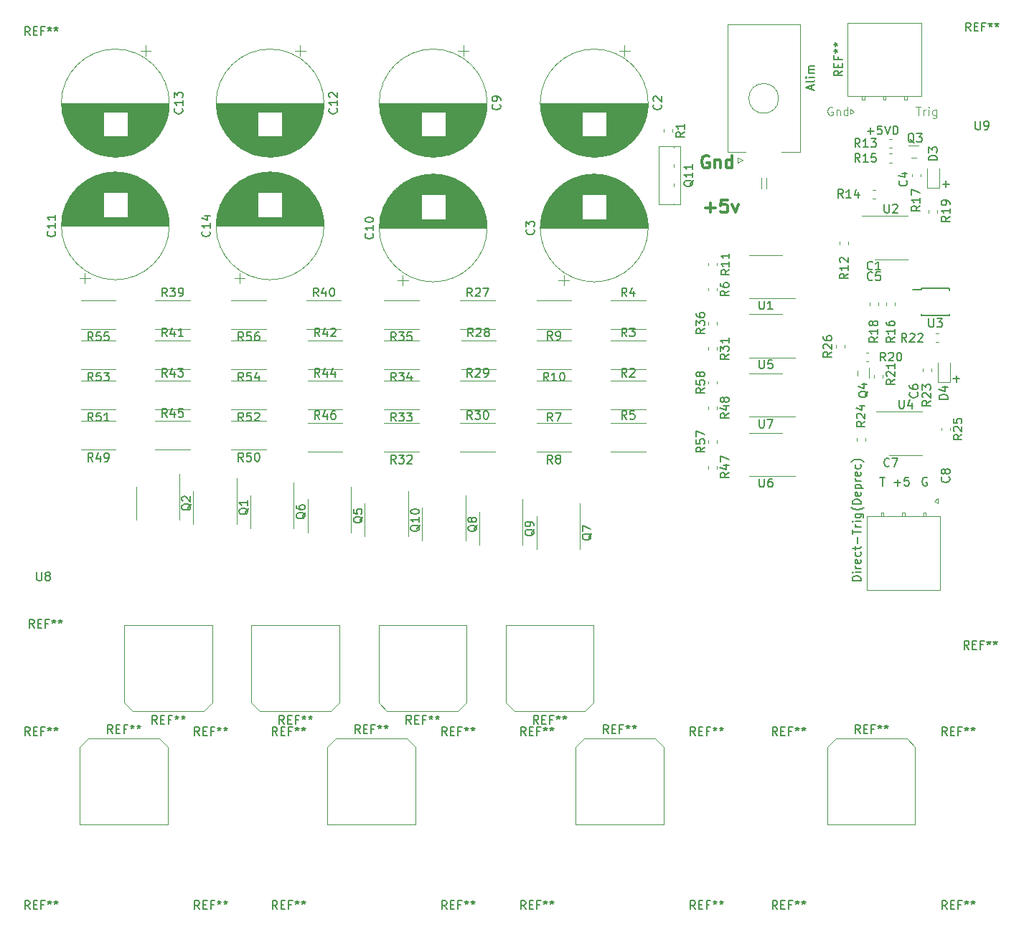
<source format=gbr>
G04 #@! TF.GenerationSoftware,KiCad,Pcbnew,5.1.3-ffb9f22~84~ubuntu18.04.1*
G04 #@! TF.CreationDate,2019-08-08T14:17:25+02:00*
G04 #@! TF.ProjectId,HiveCam,48697665-4361-46d2-9e6b-696361645f70,rev?*
G04 #@! TF.SameCoordinates,Original*
G04 #@! TF.FileFunction,Legend,Top*
G04 #@! TF.FilePolarity,Positive*
%FSLAX46Y46*%
G04 Gerber Fmt 4.6, Leading zero omitted, Abs format (unit mm)*
G04 Created by KiCad (PCBNEW 5.1.3-ffb9f22~84~ubuntu18.04.1) date 2019-08-08 14:17:25*
%MOMM*%
%LPD*%
G04 APERTURE LIST*
%ADD10C,0.150000*%
%ADD11C,0.100000*%
%ADD12C,0.300000*%
%ADD13C,0.120000*%
G04 APERTURE END LIST*
D10*
X127617047Y-59186428D02*
X128378952Y-59186428D01*
X127998000Y-59567380D02*
X127998000Y-58805476D01*
X126367047Y-36186428D02*
X127128952Y-36186428D01*
X126748000Y-36567380D02*
X126748000Y-35805476D01*
X124509904Y-70865000D02*
X124414666Y-70817380D01*
X124271809Y-70817380D01*
X124128952Y-70865000D01*
X124033714Y-70960238D01*
X123986095Y-71055476D01*
X123938476Y-71245952D01*
X123938476Y-71388809D01*
X123986095Y-71579285D01*
X124033714Y-71674523D01*
X124128952Y-71769761D01*
X124271809Y-71817380D01*
X124367047Y-71817380D01*
X124509904Y-71769761D01*
X124557523Y-71722142D01*
X124557523Y-71388809D01*
X124367047Y-71388809D01*
X120640857Y-71436428D02*
X121402761Y-71436428D01*
X121021809Y-71817380D02*
X121021809Y-71055476D01*
X122355142Y-70817380D02*
X121878952Y-70817380D01*
X121831333Y-71293571D01*
X121878952Y-71245952D01*
X121974190Y-71198333D01*
X122212285Y-71198333D01*
X122307523Y-71245952D01*
X122355142Y-71293571D01*
X122402761Y-71388809D01*
X122402761Y-71626904D01*
X122355142Y-71722142D01*
X122307523Y-71769761D01*
X122212285Y-71817380D01*
X121974190Y-71817380D01*
X121878952Y-71769761D01*
X121831333Y-71722142D01*
X118962285Y-70817380D02*
X119533714Y-70817380D01*
X119248000Y-71817380D02*
X119248000Y-70817380D01*
D11*
X123212285Y-27067380D02*
X123783714Y-27067380D01*
X123498000Y-28067380D02*
X123498000Y-27067380D01*
X124117047Y-28067380D02*
X124117047Y-27400714D01*
X124117047Y-27591190D02*
X124164666Y-27495952D01*
X124212285Y-27448333D01*
X124307523Y-27400714D01*
X124402761Y-27400714D01*
X124736095Y-28067380D02*
X124736095Y-27400714D01*
X124736095Y-27067380D02*
X124688476Y-27115000D01*
X124736095Y-27162619D01*
X124783714Y-27115000D01*
X124736095Y-27067380D01*
X124736095Y-27162619D01*
X125640857Y-27400714D02*
X125640857Y-28210238D01*
X125593238Y-28305476D01*
X125545619Y-28353095D01*
X125450380Y-28400714D01*
X125307523Y-28400714D01*
X125212285Y-28353095D01*
X125640857Y-28019761D02*
X125545619Y-28067380D01*
X125355142Y-28067380D01*
X125259904Y-28019761D01*
X125212285Y-27972142D01*
X125164666Y-27876904D01*
X125164666Y-27591190D01*
X125212285Y-27495952D01*
X125259904Y-27448333D01*
X125355142Y-27400714D01*
X125545619Y-27400714D01*
X125640857Y-27448333D01*
D10*
X117462285Y-29936428D02*
X118224190Y-29936428D01*
X117843238Y-30317380D02*
X117843238Y-29555476D01*
X119176571Y-29317380D02*
X118700380Y-29317380D01*
X118652761Y-29793571D01*
X118700380Y-29745952D01*
X118795619Y-29698333D01*
X119033714Y-29698333D01*
X119128952Y-29745952D01*
X119176571Y-29793571D01*
X119224190Y-29888809D01*
X119224190Y-30126904D01*
X119176571Y-30222142D01*
X119128952Y-30269761D01*
X119033714Y-30317380D01*
X118795619Y-30317380D01*
X118700380Y-30269761D01*
X118652761Y-30222142D01*
X119509904Y-29317380D02*
X119843238Y-30317380D01*
X120176571Y-29317380D01*
X120509904Y-30317380D02*
X120509904Y-29317380D01*
X120748000Y-29317380D01*
X120890857Y-29365000D01*
X120986095Y-29460238D01*
X121033714Y-29555476D01*
X121081333Y-29745952D01*
X121081333Y-29888809D01*
X121033714Y-30079285D01*
X120986095Y-30174523D01*
X120890857Y-30269761D01*
X120748000Y-30317380D01*
X120509904Y-30317380D01*
D11*
X113355142Y-27115000D02*
X113259904Y-27067380D01*
X113117047Y-27067380D01*
X112974190Y-27115000D01*
X112878952Y-27210238D01*
X112831333Y-27305476D01*
X112783714Y-27495952D01*
X112783714Y-27638809D01*
X112831333Y-27829285D01*
X112878952Y-27924523D01*
X112974190Y-28019761D01*
X113117047Y-28067380D01*
X113212285Y-28067380D01*
X113355142Y-28019761D01*
X113402761Y-27972142D01*
X113402761Y-27638809D01*
X113212285Y-27638809D01*
X113831333Y-27400714D02*
X113831333Y-28067380D01*
X113831333Y-27495952D02*
X113878952Y-27448333D01*
X113974190Y-27400714D01*
X114117047Y-27400714D01*
X114212285Y-27448333D01*
X114259904Y-27543571D01*
X114259904Y-28067380D01*
X115164666Y-28067380D02*
X115164666Y-27067380D01*
X115164666Y-28019761D02*
X115069428Y-28067380D01*
X114878952Y-28067380D01*
X114783714Y-28019761D01*
X114736095Y-27972142D01*
X114688476Y-27876904D01*
X114688476Y-27591190D01*
X114736095Y-27495952D01*
X114783714Y-27448333D01*
X114878952Y-27400714D01*
X115069428Y-27400714D01*
X115164666Y-27448333D01*
D12*
X98390857Y-38972142D02*
X99533714Y-38972142D01*
X98962285Y-39543571D02*
X98962285Y-38400714D01*
X100962285Y-38043571D02*
X100248000Y-38043571D01*
X100176571Y-38757857D01*
X100248000Y-38686428D01*
X100390857Y-38615000D01*
X100748000Y-38615000D01*
X100890857Y-38686428D01*
X100962285Y-38757857D01*
X101033714Y-38900714D01*
X101033714Y-39257857D01*
X100962285Y-39400714D01*
X100890857Y-39472142D01*
X100748000Y-39543571D01*
X100390857Y-39543571D01*
X100248000Y-39472142D01*
X100176571Y-39400714D01*
X101533714Y-38543571D02*
X101890857Y-39543571D01*
X102248000Y-38543571D01*
X98783714Y-32865000D02*
X98640857Y-32793571D01*
X98426571Y-32793571D01*
X98212285Y-32865000D01*
X98069428Y-33007857D01*
X97998000Y-33150714D01*
X97926571Y-33436428D01*
X97926571Y-33650714D01*
X97998000Y-33936428D01*
X98069428Y-34079285D01*
X98212285Y-34222142D01*
X98426571Y-34293571D01*
X98569428Y-34293571D01*
X98783714Y-34222142D01*
X98855142Y-34150714D01*
X98855142Y-33650714D01*
X98569428Y-33650714D01*
X99498000Y-33293571D02*
X99498000Y-34293571D01*
X99498000Y-33436428D02*
X99569428Y-33365000D01*
X99712285Y-33293571D01*
X99926571Y-33293571D01*
X100069428Y-33365000D01*
X100140857Y-33507857D01*
X100140857Y-34293571D01*
X101498000Y-34293571D02*
X101498000Y-32793571D01*
X101498000Y-34222142D02*
X101355142Y-34293571D01*
X101069428Y-34293571D01*
X100926571Y-34222142D01*
X100855142Y-34150714D01*
X100783714Y-34007857D01*
X100783714Y-33579285D01*
X100855142Y-33436428D01*
X100926571Y-33365000D01*
X101069428Y-33293571D01*
X101355142Y-33293571D01*
X101498000Y-33365000D01*
D13*
X123133000Y-111815000D02*
X112763000Y-111815000D01*
X123133000Y-102685000D02*
X123133000Y-111815000D01*
X122133000Y-101685000D02*
X123133000Y-102685000D01*
X113763000Y-101685000D02*
X122133000Y-101685000D01*
X112763000Y-102685000D02*
X113763000Y-101685000D01*
X112763000Y-111815000D02*
X112763000Y-102685000D01*
X93433000Y-111815000D02*
X83063000Y-111815000D01*
X93433000Y-102685000D02*
X93433000Y-111815000D01*
X92433000Y-101685000D02*
X93433000Y-102685000D01*
X84063000Y-101685000D02*
X92433000Y-101685000D01*
X83063000Y-102685000D02*
X84063000Y-101685000D01*
X83063000Y-111815000D02*
X83063000Y-102685000D01*
X64133000Y-111815000D02*
X53763000Y-111815000D01*
X64133000Y-102685000D02*
X64133000Y-111815000D01*
X63133000Y-101685000D02*
X64133000Y-102685000D01*
X54763000Y-101685000D02*
X63133000Y-101685000D01*
X53763000Y-102685000D02*
X54763000Y-101685000D01*
X53763000Y-111815000D02*
X53763000Y-102685000D01*
X24563000Y-111815000D02*
X24563000Y-102685000D01*
X24563000Y-102685000D02*
X25563000Y-101685000D01*
X25563000Y-101685000D02*
X33933000Y-101685000D01*
X33933000Y-101685000D02*
X34933000Y-102685000D01*
X34933000Y-102685000D02*
X34933000Y-111815000D01*
X34933000Y-111815000D02*
X24563000Y-111815000D01*
X64550064Y-64405000D02*
X60445936Y-64405000D01*
X64550064Y-67825000D02*
X60445936Y-67825000D01*
X85183000Y-88265000D02*
X85183000Y-97395000D01*
X85183000Y-97395000D02*
X84183000Y-98395000D01*
X84183000Y-98395000D02*
X75813000Y-98395000D01*
X75813000Y-98395000D02*
X74813000Y-97395000D01*
X74813000Y-97395000D02*
X74813000Y-88265000D01*
X74813000Y-88265000D02*
X85183000Y-88265000D01*
X70183000Y-88265000D02*
X70183000Y-97395000D01*
X70183000Y-97395000D02*
X69183000Y-98395000D01*
X69183000Y-98395000D02*
X60813000Y-98395000D01*
X60813000Y-98395000D02*
X59813000Y-97395000D01*
X59813000Y-97395000D02*
X59813000Y-88265000D01*
X59813000Y-88265000D02*
X70183000Y-88265000D01*
X55183000Y-88265000D02*
X55183000Y-97395000D01*
X55183000Y-97395000D02*
X54183000Y-98395000D01*
X54183000Y-98395000D02*
X45813000Y-98395000D01*
X45813000Y-98395000D02*
X44813000Y-97395000D01*
X44813000Y-97395000D02*
X44813000Y-88265000D01*
X44813000Y-88265000D02*
X55183000Y-88265000D01*
X29813000Y-88265000D02*
X40183000Y-88265000D01*
X29813000Y-97395000D02*
X29813000Y-88265000D01*
X30813000Y-98395000D02*
X29813000Y-97395000D01*
X39183000Y-98395000D02*
X30813000Y-98395000D01*
X40183000Y-97395000D02*
X39183000Y-98395000D01*
X40183000Y-88265000D02*
X40183000Y-97395000D01*
X126078000Y-75425000D02*
X117418000Y-75425000D01*
X117418000Y-75425000D02*
X117418000Y-84105000D01*
X117418000Y-84105000D02*
X126078000Y-84105000D01*
X126078000Y-84105000D02*
X126078000Y-75425000D01*
X124098000Y-75425000D02*
X124398000Y-75425000D01*
X124398000Y-75425000D02*
X124398000Y-74975000D01*
X124398000Y-74975000D02*
X124098000Y-74975000D01*
X124098000Y-74975000D02*
X124098000Y-75425000D01*
X121598000Y-75425000D02*
X121898000Y-75425000D01*
X121898000Y-75425000D02*
X121898000Y-74975000D01*
X121898000Y-74975000D02*
X121598000Y-74975000D01*
X121598000Y-74975000D02*
X121598000Y-75425000D01*
X119098000Y-75425000D02*
X119398000Y-75425000D01*
X119398000Y-75425000D02*
X119398000Y-74975000D01*
X119398000Y-74975000D02*
X119098000Y-74975000D01*
X119098000Y-74975000D02*
X119098000Y-75425000D01*
X125358000Y-73615000D02*
X125782264Y-73915000D01*
X125782264Y-73915000D02*
X125782264Y-73315000D01*
X125782264Y-73315000D02*
X125358000Y-73615000D01*
X98738000Y-69452221D02*
X98738000Y-69777779D01*
X99758000Y-69452221D02*
X99758000Y-69777779D01*
X115463736Y-27915000D02*
X115888000Y-27615000D01*
X115463736Y-27315000D02*
X115463736Y-27915000D01*
X115888000Y-27615000D02*
X115463736Y-27315000D01*
X122148000Y-26255000D02*
X122148000Y-25805000D01*
X121848000Y-26255000D02*
X122148000Y-26255000D01*
X121848000Y-25805000D02*
X121848000Y-26255000D01*
X122148000Y-25805000D02*
X121848000Y-25805000D01*
X119648000Y-26255000D02*
X119648000Y-25805000D01*
X119348000Y-26255000D02*
X119648000Y-26255000D01*
X119348000Y-25805000D02*
X119348000Y-26255000D01*
X119648000Y-25805000D02*
X119348000Y-25805000D01*
X117148000Y-26255000D02*
X117148000Y-25805000D01*
X116848000Y-26255000D02*
X117148000Y-26255000D01*
X116848000Y-25805000D02*
X116848000Y-26255000D01*
X117148000Y-25805000D02*
X116848000Y-25805000D01*
X115168000Y-17125000D02*
X115168000Y-25805000D01*
X123828000Y-17125000D02*
X115168000Y-17125000D01*
X123828000Y-25805000D02*
X123828000Y-17125000D01*
X115168000Y-25805000D02*
X123828000Y-25805000D01*
X105498000Y-63675000D02*
X108948000Y-63675000D01*
X105498000Y-63675000D02*
X103548000Y-63675000D01*
X105498000Y-58555000D02*
X107448000Y-58555000D01*
X105498000Y-58555000D02*
X103548000Y-58555000D01*
X105498000Y-70675000D02*
X108948000Y-70675000D01*
X105498000Y-70675000D02*
X103548000Y-70675000D01*
X105498000Y-65555000D02*
X107448000Y-65555000D01*
X105498000Y-65555000D02*
X103548000Y-65555000D01*
X105498000Y-56675000D02*
X108948000Y-56675000D01*
X105498000Y-56675000D02*
X103548000Y-56675000D01*
X105498000Y-51555000D02*
X107448000Y-51555000D01*
X105498000Y-51555000D02*
X103548000Y-51555000D01*
X99758000Y-59777779D02*
X99758000Y-59452221D01*
X98738000Y-59777779D02*
X98738000Y-59452221D01*
X99758000Y-66777779D02*
X99758000Y-66452221D01*
X98738000Y-66777779D02*
X98738000Y-66452221D01*
X46550064Y-49905000D02*
X42445936Y-49905000D01*
X46550064Y-53325000D02*
X42445936Y-53325000D01*
X28800064Y-49905000D02*
X24695936Y-49905000D01*
X28800064Y-53325000D02*
X24695936Y-53325000D01*
X46550064Y-54655000D02*
X42445936Y-54655000D01*
X46550064Y-58075000D02*
X42445936Y-58075000D01*
X28800064Y-54655000D02*
X24695936Y-54655000D01*
X28800064Y-58075000D02*
X24695936Y-58075000D01*
X46550064Y-59405000D02*
X42445936Y-59405000D01*
X46550064Y-62825000D02*
X42445936Y-62825000D01*
X28800064Y-59405000D02*
X24695936Y-59405000D01*
X28800064Y-62825000D02*
X24695936Y-62825000D01*
X46550064Y-64155000D02*
X42445936Y-64155000D01*
X46550064Y-67575000D02*
X42445936Y-67575000D01*
X28800064Y-64155000D02*
X24695936Y-64155000D01*
X28800064Y-67575000D02*
X24695936Y-67575000D01*
X98738000Y-62452221D02*
X98738000Y-62777779D01*
X99758000Y-62452221D02*
X99758000Y-62777779D01*
X51445936Y-67825000D02*
X55550064Y-67825000D01*
X51445936Y-64405000D02*
X55550064Y-64405000D01*
X33445936Y-67575000D02*
X37550064Y-67575000D01*
X33445936Y-64155000D02*
X37550064Y-64155000D01*
X51445936Y-62825000D02*
X55550064Y-62825000D01*
X51445936Y-59405000D02*
X55550064Y-59405000D01*
X33445936Y-62825000D02*
X37550064Y-62825000D01*
X33445936Y-59405000D02*
X37550064Y-59405000D01*
X51445936Y-58075000D02*
X55550064Y-58075000D01*
X51445936Y-54655000D02*
X55550064Y-54655000D01*
X33445936Y-58075000D02*
X37550064Y-58075000D01*
X33445936Y-54655000D02*
X37550064Y-54655000D01*
X51295936Y-53325000D02*
X55400064Y-53325000D01*
X51295936Y-49905000D02*
X55400064Y-49905000D01*
X33445936Y-53325000D02*
X37550064Y-53325000D01*
X33445936Y-49905000D02*
X37550064Y-49905000D01*
X99758000Y-52777779D02*
X99758000Y-52452221D01*
X98738000Y-52777779D02*
X98738000Y-52452221D01*
X64550064Y-49905000D02*
X60445936Y-49905000D01*
X64550064Y-53325000D02*
X60445936Y-53325000D01*
X64550064Y-54655000D02*
X60445936Y-54655000D01*
X64550064Y-58075000D02*
X60445936Y-58075000D01*
X64550064Y-59405000D02*
X60445936Y-59405000D01*
X64550064Y-62825000D02*
X60445936Y-62825000D01*
X98738000Y-55452221D02*
X98738000Y-55777779D01*
X99758000Y-55452221D02*
X99758000Y-55777779D01*
X69445936Y-67825000D02*
X73550064Y-67825000D01*
X69445936Y-64405000D02*
X73550064Y-64405000D01*
X69445936Y-62825000D02*
X73550064Y-62825000D01*
X69445936Y-59405000D02*
X73550064Y-59405000D01*
X69545936Y-58075000D02*
X73650064Y-58075000D01*
X69545936Y-54655000D02*
X73650064Y-54655000D01*
X69445936Y-53325000D02*
X73550064Y-53325000D01*
X69445936Y-49905000D02*
X73550064Y-49905000D01*
X114758000Y-55527779D02*
X114758000Y-55202221D01*
X113738000Y-55527779D02*
X113738000Y-55202221D01*
X63308000Y-75865000D02*
X63308000Y-72415000D01*
X63308000Y-75865000D02*
X63308000Y-77815000D01*
X58188000Y-75865000D02*
X58188000Y-73915000D01*
X58188000Y-75865000D02*
X58188000Y-77815000D01*
X76808000Y-76865000D02*
X76808000Y-73415000D01*
X76808000Y-76865000D02*
X76808000Y-78815000D01*
X71688000Y-76865000D02*
X71688000Y-74915000D01*
X71688000Y-76865000D02*
X71688000Y-78815000D01*
X70058000Y-76365000D02*
X70058000Y-72915000D01*
X70058000Y-76365000D02*
X70058000Y-78315000D01*
X64938000Y-76365000D02*
X64938000Y-74415000D01*
X64938000Y-76365000D02*
X64938000Y-78315000D01*
X83558000Y-77365000D02*
X83558000Y-73915000D01*
X83558000Y-77365000D02*
X83558000Y-79315000D01*
X78438000Y-77365000D02*
X78438000Y-75415000D01*
X78438000Y-77365000D02*
X78438000Y-79315000D01*
X49808000Y-74865000D02*
X49808000Y-71415000D01*
X49808000Y-74865000D02*
X49808000Y-76815000D01*
X44688000Y-74865000D02*
X44688000Y-72915000D01*
X44688000Y-74865000D02*
X44688000Y-76815000D01*
X56558000Y-75365000D02*
X56558000Y-71915000D01*
X56558000Y-75365000D02*
X56558000Y-77315000D01*
X51438000Y-75365000D02*
X51438000Y-73415000D01*
X51438000Y-75365000D02*
X51438000Y-77315000D01*
X42798000Y-47307082D02*
X44048000Y-47307082D01*
X43423000Y-47932082D02*
X43423000Y-46682082D01*
X46681000Y-34754000D02*
X47315000Y-34754000D01*
X46241000Y-34794000D02*
X47755000Y-34794000D01*
X45970000Y-34834000D02*
X48026000Y-34834000D01*
X45757000Y-34874000D02*
X48239000Y-34874000D01*
X45576000Y-34914000D02*
X48420000Y-34914000D01*
X45415000Y-34954000D02*
X48581000Y-34954000D01*
X45270000Y-34994000D02*
X48726000Y-34994000D01*
X45137000Y-35034000D02*
X48859000Y-35034000D01*
X45014000Y-35074000D02*
X48982000Y-35074000D01*
X44898000Y-35114000D02*
X49098000Y-35114000D01*
X44789000Y-35154000D02*
X49207000Y-35154000D01*
X44686000Y-35194000D02*
X49310000Y-35194000D01*
X44588000Y-35234000D02*
X49408000Y-35234000D01*
X44494000Y-35274000D02*
X49502000Y-35274000D01*
X44404000Y-35314000D02*
X49592000Y-35314000D01*
X44317000Y-35354000D02*
X49679000Y-35354000D01*
X44234000Y-35394000D02*
X49762000Y-35394000D01*
X44154000Y-35434000D02*
X49842000Y-35434000D01*
X44077000Y-35474000D02*
X49919000Y-35474000D01*
X44002000Y-35514000D02*
X49994000Y-35514000D01*
X43929000Y-35554000D02*
X50067000Y-35554000D01*
X43858000Y-35594000D02*
X50138000Y-35594000D01*
X43790000Y-35634000D02*
X50206000Y-35634000D01*
X43723000Y-35674000D02*
X50273000Y-35674000D01*
X43659000Y-35714000D02*
X50337000Y-35714000D01*
X43596000Y-35754000D02*
X50400000Y-35754000D01*
X43534000Y-35794000D02*
X50462000Y-35794000D01*
X43474000Y-35834000D02*
X50522000Y-35834000D01*
X43415000Y-35874000D02*
X50581000Y-35874000D01*
X43358000Y-35914000D02*
X50638000Y-35914000D01*
X43302000Y-35954000D02*
X50694000Y-35954000D01*
X43248000Y-35994000D02*
X50748000Y-35994000D01*
X43194000Y-36034000D02*
X50802000Y-36034000D01*
X43142000Y-36074000D02*
X50854000Y-36074000D01*
X43091000Y-36114000D02*
X50905000Y-36114000D01*
X43041000Y-36154000D02*
X50955000Y-36154000D01*
X42991000Y-36194000D02*
X51005000Y-36194000D01*
X42943000Y-36234000D02*
X51053000Y-36234000D01*
X42896000Y-36274000D02*
X51100000Y-36274000D01*
X42850000Y-36314000D02*
X51146000Y-36314000D01*
X42804000Y-36354000D02*
X51192000Y-36354000D01*
X42760000Y-36394000D02*
X51236000Y-36394000D01*
X42716000Y-36434000D02*
X51280000Y-36434000D01*
X42673000Y-36474000D02*
X51323000Y-36474000D01*
X42631000Y-36514000D02*
X51365000Y-36514000D01*
X42590000Y-36554000D02*
X51406000Y-36554000D01*
X42549000Y-36594000D02*
X51447000Y-36594000D01*
X42509000Y-36634000D02*
X51487000Y-36634000D01*
X42470000Y-36674000D02*
X51526000Y-36674000D01*
X42431000Y-36714000D02*
X51565000Y-36714000D01*
X42393000Y-36754000D02*
X51603000Y-36754000D01*
X42356000Y-36794000D02*
X51640000Y-36794000D01*
X42320000Y-36834000D02*
X51676000Y-36834000D01*
X42284000Y-36874000D02*
X51712000Y-36874000D01*
X42248000Y-36914000D02*
X51748000Y-36914000D01*
X42213000Y-36954000D02*
X51783000Y-36954000D01*
X42179000Y-36994000D02*
X51817000Y-36994000D01*
X42146000Y-37034000D02*
X51850000Y-37034000D01*
X42113000Y-37074000D02*
X51883000Y-37074000D01*
X42080000Y-37114000D02*
X51916000Y-37114000D01*
X42048000Y-37154000D02*
X51948000Y-37154000D01*
X48438000Y-37194000D02*
X51980000Y-37194000D01*
X42016000Y-37194000D02*
X45558000Y-37194000D01*
X48438000Y-37234000D02*
X52010000Y-37234000D01*
X41986000Y-37234000D02*
X45558000Y-37234000D01*
X48438000Y-37274000D02*
X52041000Y-37274000D01*
X41955000Y-37274000D02*
X45558000Y-37274000D01*
X48438000Y-37314000D02*
X52071000Y-37314000D01*
X41925000Y-37314000D02*
X45558000Y-37314000D01*
X48438000Y-37354000D02*
X52100000Y-37354000D01*
X41896000Y-37354000D02*
X45558000Y-37354000D01*
X48438000Y-37394000D02*
X52129000Y-37394000D01*
X41867000Y-37394000D02*
X45558000Y-37394000D01*
X48438000Y-37434000D02*
X52158000Y-37434000D01*
X41838000Y-37434000D02*
X45558000Y-37434000D01*
X48438000Y-37474000D02*
X52186000Y-37474000D01*
X41810000Y-37474000D02*
X45558000Y-37474000D01*
X48438000Y-37514000D02*
X52214000Y-37514000D01*
X41782000Y-37514000D02*
X45558000Y-37514000D01*
X48438000Y-37554000D02*
X52241000Y-37554000D01*
X41755000Y-37554000D02*
X45558000Y-37554000D01*
X48438000Y-37594000D02*
X52268000Y-37594000D01*
X41728000Y-37594000D02*
X45558000Y-37594000D01*
X48438000Y-37634000D02*
X52294000Y-37634000D01*
X41702000Y-37634000D02*
X45558000Y-37634000D01*
X48438000Y-37674000D02*
X52320000Y-37674000D01*
X41676000Y-37674000D02*
X45558000Y-37674000D01*
X48438000Y-37714000D02*
X52345000Y-37714000D01*
X41651000Y-37714000D02*
X45558000Y-37714000D01*
X48438000Y-37754000D02*
X52370000Y-37754000D01*
X41626000Y-37754000D02*
X45558000Y-37754000D01*
X48438000Y-37794000D02*
X52395000Y-37794000D01*
X41601000Y-37794000D02*
X45558000Y-37794000D01*
X48438000Y-37834000D02*
X52419000Y-37834000D01*
X41577000Y-37834000D02*
X45558000Y-37834000D01*
X48438000Y-37874000D02*
X52443000Y-37874000D01*
X41553000Y-37874000D02*
X45558000Y-37874000D01*
X48438000Y-37914000D02*
X52466000Y-37914000D01*
X41530000Y-37914000D02*
X45558000Y-37914000D01*
X48438000Y-37954000D02*
X52489000Y-37954000D01*
X41507000Y-37954000D02*
X45558000Y-37954000D01*
X48438000Y-37994000D02*
X52512000Y-37994000D01*
X41484000Y-37994000D02*
X45558000Y-37994000D01*
X48438000Y-38034000D02*
X52534000Y-38034000D01*
X41462000Y-38034000D02*
X45558000Y-38034000D01*
X48438000Y-38074000D02*
X52556000Y-38074000D01*
X41440000Y-38074000D02*
X45558000Y-38074000D01*
X48438000Y-38114000D02*
X52578000Y-38114000D01*
X41418000Y-38114000D02*
X45558000Y-38114000D01*
X48438000Y-38154000D02*
X52599000Y-38154000D01*
X41397000Y-38154000D02*
X45558000Y-38154000D01*
X48438000Y-38194000D02*
X52620000Y-38194000D01*
X41376000Y-38194000D02*
X45558000Y-38194000D01*
X48438000Y-38234000D02*
X52640000Y-38234000D01*
X41356000Y-38234000D02*
X45558000Y-38234000D01*
X48438000Y-38274000D02*
X52660000Y-38274000D01*
X41336000Y-38274000D02*
X45558000Y-38274000D01*
X48438000Y-38314000D02*
X52680000Y-38314000D01*
X41316000Y-38314000D02*
X45558000Y-38314000D01*
X48438000Y-38354000D02*
X52700000Y-38354000D01*
X41296000Y-38354000D02*
X45558000Y-38354000D01*
X48438000Y-38394000D02*
X52719000Y-38394000D01*
X41277000Y-38394000D02*
X45558000Y-38394000D01*
X48438000Y-38434000D02*
X52737000Y-38434000D01*
X41259000Y-38434000D02*
X45558000Y-38434000D01*
X48438000Y-38474000D02*
X52756000Y-38474000D01*
X41240000Y-38474000D02*
X45558000Y-38474000D01*
X48438000Y-38514000D02*
X52774000Y-38514000D01*
X41222000Y-38514000D02*
X45558000Y-38514000D01*
X48438000Y-38554000D02*
X52791000Y-38554000D01*
X41205000Y-38554000D02*
X45558000Y-38554000D01*
X48438000Y-38594000D02*
X52809000Y-38594000D01*
X41187000Y-38594000D02*
X45558000Y-38594000D01*
X48438000Y-38634000D02*
X52826000Y-38634000D01*
X41170000Y-38634000D02*
X45558000Y-38634000D01*
X48438000Y-38674000D02*
X52843000Y-38674000D01*
X41153000Y-38674000D02*
X45558000Y-38674000D01*
X48438000Y-38714000D02*
X52859000Y-38714000D01*
X41137000Y-38714000D02*
X45558000Y-38714000D01*
X48438000Y-38754000D02*
X52875000Y-38754000D01*
X41121000Y-38754000D02*
X45558000Y-38754000D01*
X48438000Y-38794000D02*
X52891000Y-38794000D01*
X41105000Y-38794000D02*
X45558000Y-38794000D01*
X48438000Y-38834000D02*
X52906000Y-38834000D01*
X41090000Y-38834000D02*
X45558000Y-38834000D01*
X48438000Y-38874000D02*
X52922000Y-38874000D01*
X41074000Y-38874000D02*
X45558000Y-38874000D01*
X48438000Y-38914000D02*
X52937000Y-38914000D01*
X41059000Y-38914000D02*
X45558000Y-38914000D01*
X48438000Y-38954000D02*
X52951000Y-38954000D01*
X41045000Y-38954000D02*
X45558000Y-38954000D01*
X48438000Y-38994000D02*
X52965000Y-38994000D01*
X41031000Y-38994000D02*
X45558000Y-38994000D01*
X48438000Y-39034000D02*
X52979000Y-39034000D01*
X41017000Y-39034000D02*
X45558000Y-39034000D01*
X48438000Y-39074000D02*
X52993000Y-39074000D01*
X41003000Y-39074000D02*
X45558000Y-39074000D01*
X48438000Y-39114000D02*
X53006000Y-39114000D01*
X40990000Y-39114000D02*
X45558000Y-39114000D01*
X48438000Y-39154000D02*
X53019000Y-39154000D01*
X40977000Y-39154000D02*
X45558000Y-39154000D01*
X48438000Y-39194000D02*
X53032000Y-39194000D01*
X40964000Y-39194000D02*
X45558000Y-39194000D01*
X48438000Y-39234000D02*
X53045000Y-39234000D01*
X40951000Y-39234000D02*
X45558000Y-39234000D01*
X48438000Y-39274000D02*
X53057000Y-39274000D01*
X40939000Y-39274000D02*
X45558000Y-39274000D01*
X48438000Y-39314000D02*
X53069000Y-39314000D01*
X40927000Y-39314000D02*
X45558000Y-39314000D01*
X48438000Y-39354000D02*
X53081000Y-39354000D01*
X40915000Y-39354000D02*
X45558000Y-39354000D01*
X48438000Y-39394000D02*
X53092000Y-39394000D01*
X40904000Y-39394000D02*
X45558000Y-39394000D01*
X48438000Y-39434000D02*
X53103000Y-39434000D01*
X40893000Y-39434000D02*
X45558000Y-39434000D01*
X48438000Y-39474000D02*
X53114000Y-39474000D01*
X40882000Y-39474000D02*
X45558000Y-39474000D01*
X48438000Y-39514000D02*
X53124000Y-39514000D01*
X40872000Y-39514000D02*
X45558000Y-39514000D01*
X48438000Y-39554000D02*
X53135000Y-39554000D01*
X40861000Y-39554000D02*
X45558000Y-39554000D01*
X48438000Y-39594000D02*
X53144000Y-39594000D01*
X40852000Y-39594000D02*
X45558000Y-39594000D01*
X48438000Y-39634000D02*
X53154000Y-39634000D01*
X40842000Y-39634000D02*
X45558000Y-39634000D01*
X48438000Y-39674000D02*
X53164000Y-39674000D01*
X40832000Y-39674000D02*
X45558000Y-39674000D01*
X48438000Y-39714000D02*
X53173000Y-39714000D01*
X40823000Y-39714000D02*
X45558000Y-39714000D01*
X48438000Y-39754000D02*
X53182000Y-39754000D01*
X40814000Y-39754000D02*
X45558000Y-39754000D01*
X48438000Y-39794000D02*
X53190000Y-39794000D01*
X40806000Y-39794000D02*
X45558000Y-39794000D01*
X48438000Y-39834000D02*
X53199000Y-39834000D01*
X40797000Y-39834000D02*
X45558000Y-39834000D01*
X48438000Y-39874000D02*
X53207000Y-39874000D01*
X40789000Y-39874000D02*
X45558000Y-39874000D01*
X48438000Y-39914000D02*
X53214000Y-39914000D01*
X40782000Y-39914000D02*
X45558000Y-39914000D01*
X48438000Y-39954000D02*
X53222000Y-39954000D01*
X40774000Y-39954000D02*
X45558000Y-39954000D01*
X48438000Y-39994000D02*
X53229000Y-39994000D01*
X40767000Y-39994000D02*
X45558000Y-39994000D01*
X48438000Y-40034000D02*
X53236000Y-40034000D01*
X40760000Y-40034000D02*
X45558000Y-40034000D01*
X40753000Y-40074000D02*
X53243000Y-40074000D01*
X40746000Y-40114000D02*
X53250000Y-40114000D01*
X40740000Y-40154000D02*
X53256000Y-40154000D01*
X40734000Y-40194000D02*
X53262000Y-40194000D01*
X40729000Y-40234000D02*
X53267000Y-40234000D01*
X40723000Y-40274000D02*
X53273000Y-40274000D01*
X40718000Y-40314000D02*
X53278000Y-40314000D01*
X40713000Y-40354000D02*
X53283000Y-40354000D01*
X40708000Y-40394000D02*
X53288000Y-40394000D01*
X40704000Y-40435000D02*
X53292000Y-40435000D01*
X40700000Y-40475000D02*
X53296000Y-40475000D01*
X40696000Y-40515000D02*
X53300000Y-40515000D01*
X40692000Y-40555000D02*
X53304000Y-40555000D01*
X40689000Y-40595000D02*
X53307000Y-40595000D01*
X40686000Y-40635000D02*
X53310000Y-40635000D01*
X40683000Y-40675000D02*
X53313000Y-40675000D01*
X40680000Y-40715000D02*
X53316000Y-40715000D01*
X40678000Y-40755000D02*
X53318000Y-40755000D01*
X40676000Y-40795000D02*
X53320000Y-40795000D01*
X40674000Y-40835000D02*
X53322000Y-40835000D01*
X40672000Y-40875000D02*
X53324000Y-40875000D01*
X40671000Y-40915000D02*
X53325000Y-40915000D01*
X40670000Y-40955000D02*
X53326000Y-40955000D01*
X40669000Y-40995000D02*
X53327000Y-40995000D01*
X40668000Y-41035000D02*
X53328000Y-41035000D01*
X40668000Y-41075000D02*
X53328000Y-41075000D01*
X40668000Y-41115000D02*
X53328000Y-41115000D01*
X53368000Y-41115000D02*
G75*
G03X53368000Y-41115000I-6370000J0D01*
G01*
X32948000Y-20422918D02*
X31698000Y-20422918D01*
X32323000Y-19797918D02*
X32323000Y-21047918D01*
X29065000Y-32976000D02*
X28431000Y-32976000D01*
X29505000Y-32936000D02*
X27991000Y-32936000D01*
X29776000Y-32896000D02*
X27720000Y-32896000D01*
X29989000Y-32856000D02*
X27507000Y-32856000D01*
X30170000Y-32816000D02*
X27326000Y-32816000D01*
X30331000Y-32776000D02*
X27165000Y-32776000D01*
X30476000Y-32736000D02*
X27020000Y-32736000D01*
X30609000Y-32696000D02*
X26887000Y-32696000D01*
X30732000Y-32656000D02*
X26764000Y-32656000D01*
X30848000Y-32616000D02*
X26648000Y-32616000D01*
X30957000Y-32576000D02*
X26539000Y-32576000D01*
X31060000Y-32536000D02*
X26436000Y-32536000D01*
X31158000Y-32496000D02*
X26338000Y-32496000D01*
X31252000Y-32456000D02*
X26244000Y-32456000D01*
X31342000Y-32416000D02*
X26154000Y-32416000D01*
X31429000Y-32376000D02*
X26067000Y-32376000D01*
X31512000Y-32336000D02*
X25984000Y-32336000D01*
X31592000Y-32296000D02*
X25904000Y-32296000D01*
X31669000Y-32256000D02*
X25827000Y-32256000D01*
X31744000Y-32216000D02*
X25752000Y-32216000D01*
X31817000Y-32176000D02*
X25679000Y-32176000D01*
X31888000Y-32136000D02*
X25608000Y-32136000D01*
X31956000Y-32096000D02*
X25540000Y-32096000D01*
X32023000Y-32056000D02*
X25473000Y-32056000D01*
X32087000Y-32016000D02*
X25409000Y-32016000D01*
X32150000Y-31976000D02*
X25346000Y-31976000D01*
X32212000Y-31936000D02*
X25284000Y-31936000D01*
X32272000Y-31896000D02*
X25224000Y-31896000D01*
X32331000Y-31856000D02*
X25165000Y-31856000D01*
X32388000Y-31816000D02*
X25108000Y-31816000D01*
X32444000Y-31776000D02*
X25052000Y-31776000D01*
X32498000Y-31736000D02*
X24998000Y-31736000D01*
X32552000Y-31696000D02*
X24944000Y-31696000D01*
X32604000Y-31656000D02*
X24892000Y-31656000D01*
X32655000Y-31616000D02*
X24841000Y-31616000D01*
X32705000Y-31576000D02*
X24791000Y-31576000D01*
X32755000Y-31536000D02*
X24741000Y-31536000D01*
X32803000Y-31496000D02*
X24693000Y-31496000D01*
X32850000Y-31456000D02*
X24646000Y-31456000D01*
X32896000Y-31416000D02*
X24600000Y-31416000D01*
X32942000Y-31376000D02*
X24554000Y-31376000D01*
X32986000Y-31336000D02*
X24510000Y-31336000D01*
X33030000Y-31296000D02*
X24466000Y-31296000D01*
X33073000Y-31256000D02*
X24423000Y-31256000D01*
X33115000Y-31216000D02*
X24381000Y-31216000D01*
X33156000Y-31176000D02*
X24340000Y-31176000D01*
X33197000Y-31136000D02*
X24299000Y-31136000D01*
X33237000Y-31096000D02*
X24259000Y-31096000D01*
X33276000Y-31056000D02*
X24220000Y-31056000D01*
X33315000Y-31016000D02*
X24181000Y-31016000D01*
X33353000Y-30976000D02*
X24143000Y-30976000D01*
X33390000Y-30936000D02*
X24106000Y-30936000D01*
X33426000Y-30896000D02*
X24070000Y-30896000D01*
X33462000Y-30856000D02*
X24034000Y-30856000D01*
X33498000Y-30816000D02*
X23998000Y-30816000D01*
X33533000Y-30776000D02*
X23963000Y-30776000D01*
X33567000Y-30736000D02*
X23929000Y-30736000D01*
X33600000Y-30696000D02*
X23896000Y-30696000D01*
X33633000Y-30656000D02*
X23863000Y-30656000D01*
X33666000Y-30616000D02*
X23830000Y-30616000D01*
X33698000Y-30576000D02*
X23798000Y-30576000D01*
X27308000Y-30536000D02*
X23766000Y-30536000D01*
X33730000Y-30536000D02*
X30188000Y-30536000D01*
X27308000Y-30496000D02*
X23736000Y-30496000D01*
X33760000Y-30496000D02*
X30188000Y-30496000D01*
X27308000Y-30456000D02*
X23705000Y-30456000D01*
X33791000Y-30456000D02*
X30188000Y-30456000D01*
X27308000Y-30416000D02*
X23675000Y-30416000D01*
X33821000Y-30416000D02*
X30188000Y-30416000D01*
X27308000Y-30376000D02*
X23646000Y-30376000D01*
X33850000Y-30376000D02*
X30188000Y-30376000D01*
X27308000Y-30336000D02*
X23617000Y-30336000D01*
X33879000Y-30336000D02*
X30188000Y-30336000D01*
X27308000Y-30296000D02*
X23588000Y-30296000D01*
X33908000Y-30296000D02*
X30188000Y-30296000D01*
X27308000Y-30256000D02*
X23560000Y-30256000D01*
X33936000Y-30256000D02*
X30188000Y-30256000D01*
X27308000Y-30216000D02*
X23532000Y-30216000D01*
X33964000Y-30216000D02*
X30188000Y-30216000D01*
X27308000Y-30176000D02*
X23505000Y-30176000D01*
X33991000Y-30176000D02*
X30188000Y-30176000D01*
X27308000Y-30136000D02*
X23478000Y-30136000D01*
X34018000Y-30136000D02*
X30188000Y-30136000D01*
X27308000Y-30096000D02*
X23452000Y-30096000D01*
X34044000Y-30096000D02*
X30188000Y-30096000D01*
X27308000Y-30056000D02*
X23426000Y-30056000D01*
X34070000Y-30056000D02*
X30188000Y-30056000D01*
X27308000Y-30016000D02*
X23401000Y-30016000D01*
X34095000Y-30016000D02*
X30188000Y-30016000D01*
X27308000Y-29976000D02*
X23376000Y-29976000D01*
X34120000Y-29976000D02*
X30188000Y-29976000D01*
X27308000Y-29936000D02*
X23351000Y-29936000D01*
X34145000Y-29936000D02*
X30188000Y-29936000D01*
X27308000Y-29896000D02*
X23327000Y-29896000D01*
X34169000Y-29896000D02*
X30188000Y-29896000D01*
X27308000Y-29856000D02*
X23303000Y-29856000D01*
X34193000Y-29856000D02*
X30188000Y-29856000D01*
X27308000Y-29816000D02*
X23280000Y-29816000D01*
X34216000Y-29816000D02*
X30188000Y-29816000D01*
X27308000Y-29776000D02*
X23257000Y-29776000D01*
X34239000Y-29776000D02*
X30188000Y-29776000D01*
X27308000Y-29736000D02*
X23234000Y-29736000D01*
X34262000Y-29736000D02*
X30188000Y-29736000D01*
X27308000Y-29696000D02*
X23212000Y-29696000D01*
X34284000Y-29696000D02*
X30188000Y-29696000D01*
X27308000Y-29656000D02*
X23190000Y-29656000D01*
X34306000Y-29656000D02*
X30188000Y-29656000D01*
X27308000Y-29616000D02*
X23168000Y-29616000D01*
X34328000Y-29616000D02*
X30188000Y-29616000D01*
X27308000Y-29576000D02*
X23147000Y-29576000D01*
X34349000Y-29576000D02*
X30188000Y-29576000D01*
X27308000Y-29536000D02*
X23126000Y-29536000D01*
X34370000Y-29536000D02*
X30188000Y-29536000D01*
X27308000Y-29496000D02*
X23106000Y-29496000D01*
X34390000Y-29496000D02*
X30188000Y-29496000D01*
X27308000Y-29456000D02*
X23086000Y-29456000D01*
X34410000Y-29456000D02*
X30188000Y-29456000D01*
X27308000Y-29416000D02*
X23066000Y-29416000D01*
X34430000Y-29416000D02*
X30188000Y-29416000D01*
X27308000Y-29376000D02*
X23046000Y-29376000D01*
X34450000Y-29376000D02*
X30188000Y-29376000D01*
X27308000Y-29336000D02*
X23027000Y-29336000D01*
X34469000Y-29336000D02*
X30188000Y-29336000D01*
X27308000Y-29296000D02*
X23009000Y-29296000D01*
X34487000Y-29296000D02*
X30188000Y-29296000D01*
X27308000Y-29256000D02*
X22990000Y-29256000D01*
X34506000Y-29256000D02*
X30188000Y-29256000D01*
X27308000Y-29216000D02*
X22972000Y-29216000D01*
X34524000Y-29216000D02*
X30188000Y-29216000D01*
X27308000Y-29176000D02*
X22955000Y-29176000D01*
X34541000Y-29176000D02*
X30188000Y-29176000D01*
X27308000Y-29136000D02*
X22937000Y-29136000D01*
X34559000Y-29136000D02*
X30188000Y-29136000D01*
X27308000Y-29096000D02*
X22920000Y-29096000D01*
X34576000Y-29096000D02*
X30188000Y-29096000D01*
X27308000Y-29056000D02*
X22903000Y-29056000D01*
X34593000Y-29056000D02*
X30188000Y-29056000D01*
X27308000Y-29016000D02*
X22887000Y-29016000D01*
X34609000Y-29016000D02*
X30188000Y-29016000D01*
X27308000Y-28976000D02*
X22871000Y-28976000D01*
X34625000Y-28976000D02*
X30188000Y-28976000D01*
X27308000Y-28936000D02*
X22855000Y-28936000D01*
X34641000Y-28936000D02*
X30188000Y-28936000D01*
X27308000Y-28896000D02*
X22840000Y-28896000D01*
X34656000Y-28896000D02*
X30188000Y-28896000D01*
X27308000Y-28856000D02*
X22824000Y-28856000D01*
X34672000Y-28856000D02*
X30188000Y-28856000D01*
X27308000Y-28816000D02*
X22809000Y-28816000D01*
X34687000Y-28816000D02*
X30188000Y-28816000D01*
X27308000Y-28776000D02*
X22795000Y-28776000D01*
X34701000Y-28776000D02*
X30188000Y-28776000D01*
X27308000Y-28736000D02*
X22781000Y-28736000D01*
X34715000Y-28736000D02*
X30188000Y-28736000D01*
X27308000Y-28696000D02*
X22767000Y-28696000D01*
X34729000Y-28696000D02*
X30188000Y-28696000D01*
X27308000Y-28656000D02*
X22753000Y-28656000D01*
X34743000Y-28656000D02*
X30188000Y-28656000D01*
X27308000Y-28616000D02*
X22740000Y-28616000D01*
X34756000Y-28616000D02*
X30188000Y-28616000D01*
X27308000Y-28576000D02*
X22727000Y-28576000D01*
X34769000Y-28576000D02*
X30188000Y-28576000D01*
X27308000Y-28536000D02*
X22714000Y-28536000D01*
X34782000Y-28536000D02*
X30188000Y-28536000D01*
X27308000Y-28496000D02*
X22701000Y-28496000D01*
X34795000Y-28496000D02*
X30188000Y-28496000D01*
X27308000Y-28456000D02*
X22689000Y-28456000D01*
X34807000Y-28456000D02*
X30188000Y-28456000D01*
X27308000Y-28416000D02*
X22677000Y-28416000D01*
X34819000Y-28416000D02*
X30188000Y-28416000D01*
X27308000Y-28376000D02*
X22665000Y-28376000D01*
X34831000Y-28376000D02*
X30188000Y-28376000D01*
X27308000Y-28336000D02*
X22654000Y-28336000D01*
X34842000Y-28336000D02*
X30188000Y-28336000D01*
X27308000Y-28296000D02*
X22643000Y-28296000D01*
X34853000Y-28296000D02*
X30188000Y-28296000D01*
X27308000Y-28256000D02*
X22632000Y-28256000D01*
X34864000Y-28256000D02*
X30188000Y-28256000D01*
X27308000Y-28216000D02*
X22622000Y-28216000D01*
X34874000Y-28216000D02*
X30188000Y-28216000D01*
X27308000Y-28176000D02*
X22611000Y-28176000D01*
X34885000Y-28176000D02*
X30188000Y-28176000D01*
X27308000Y-28136000D02*
X22602000Y-28136000D01*
X34894000Y-28136000D02*
X30188000Y-28136000D01*
X27308000Y-28096000D02*
X22592000Y-28096000D01*
X34904000Y-28096000D02*
X30188000Y-28096000D01*
X27308000Y-28056000D02*
X22582000Y-28056000D01*
X34914000Y-28056000D02*
X30188000Y-28056000D01*
X27308000Y-28016000D02*
X22573000Y-28016000D01*
X34923000Y-28016000D02*
X30188000Y-28016000D01*
X27308000Y-27976000D02*
X22564000Y-27976000D01*
X34932000Y-27976000D02*
X30188000Y-27976000D01*
X27308000Y-27936000D02*
X22556000Y-27936000D01*
X34940000Y-27936000D02*
X30188000Y-27936000D01*
X27308000Y-27896000D02*
X22547000Y-27896000D01*
X34949000Y-27896000D02*
X30188000Y-27896000D01*
X27308000Y-27856000D02*
X22539000Y-27856000D01*
X34957000Y-27856000D02*
X30188000Y-27856000D01*
X27308000Y-27816000D02*
X22532000Y-27816000D01*
X34964000Y-27816000D02*
X30188000Y-27816000D01*
X27308000Y-27776000D02*
X22524000Y-27776000D01*
X34972000Y-27776000D02*
X30188000Y-27776000D01*
X27308000Y-27736000D02*
X22517000Y-27736000D01*
X34979000Y-27736000D02*
X30188000Y-27736000D01*
X27308000Y-27696000D02*
X22510000Y-27696000D01*
X34986000Y-27696000D02*
X30188000Y-27696000D01*
X34993000Y-27656000D02*
X22503000Y-27656000D01*
X35000000Y-27616000D02*
X22496000Y-27616000D01*
X35006000Y-27576000D02*
X22490000Y-27576000D01*
X35012000Y-27536000D02*
X22484000Y-27536000D01*
X35017000Y-27496000D02*
X22479000Y-27496000D01*
X35023000Y-27456000D02*
X22473000Y-27456000D01*
X35028000Y-27416000D02*
X22468000Y-27416000D01*
X35033000Y-27376000D02*
X22463000Y-27376000D01*
X35038000Y-27336000D02*
X22458000Y-27336000D01*
X35042000Y-27295000D02*
X22454000Y-27295000D01*
X35046000Y-27255000D02*
X22450000Y-27255000D01*
X35050000Y-27215000D02*
X22446000Y-27215000D01*
X35054000Y-27175000D02*
X22442000Y-27175000D01*
X35057000Y-27135000D02*
X22439000Y-27135000D01*
X35060000Y-27095000D02*
X22436000Y-27095000D01*
X35063000Y-27055000D02*
X22433000Y-27055000D01*
X35066000Y-27015000D02*
X22430000Y-27015000D01*
X35068000Y-26975000D02*
X22428000Y-26975000D01*
X35070000Y-26935000D02*
X22426000Y-26935000D01*
X35072000Y-26895000D02*
X22424000Y-26895000D01*
X35074000Y-26855000D02*
X22422000Y-26855000D01*
X35075000Y-26815000D02*
X22421000Y-26815000D01*
X35076000Y-26775000D02*
X22420000Y-26775000D01*
X35077000Y-26735000D02*
X22419000Y-26735000D01*
X35078000Y-26695000D02*
X22418000Y-26695000D01*
X35078000Y-26655000D02*
X22418000Y-26655000D01*
X35078000Y-26615000D02*
X22418000Y-26615000D01*
X35118000Y-26615000D02*
G75*
G03X35118000Y-26615000I-6370000J0D01*
G01*
X51198000Y-20422918D02*
X49948000Y-20422918D01*
X50573000Y-19797918D02*
X50573000Y-21047918D01*
X47315000Y-32976000D02*
X46681000Y-32976000D01*
X47755000Y-32936000D02*
X46241000Y-32936000D01*
X48026000Y-32896000D02*
X45970000Y-32896000D01*
X48239000Y-32856000D02*
X45757000Y-32856000D01*
X48420000Y-32816000D02*
X45576000Y-32816000D01*
X48581000Y-32776000D02*
X45415000Y-32776000D01*
X48726000Y-32736000D02*
X45270000Y-32736000D01*
X48859000Y-32696000D02*
X45137000Y-32696000D01*
X48982000Y-32656000D02*
X45014000Y-32656000D01*
X49098000Y-32616000D02*
X44898000Y-32616000D01*
X49207000Y-32576000D02*
X44789000Y-32576000D01*
X49310000Y-32536000D02*
X44686000Y-32536000D01*
X49408000Y-32496000D02*
X44588000Y-32496000D01*
X49502000Y-32456000D02*
X44494000Y-32456000D01*
X49592000Y-32416000D02*
X44404000Y-32416000D01*
X49679000Y-32376000D02*
X44317000Y-32376000D01*
X49762000Y-32336000D02*
X44234000Y-32336000D01*
X49842000Y-32296000D02*
X44154000Y-32296000D01*
X49919000Y-32256000D02*
X44077000Y-32256000D01*
X49994000Y-32216000D02*
X44002000Y-32216000D01*
X50067000Y-32176000D02*
X43929000Y-32176000D01*
X50138000Y-32136000D02*
X43858000Y-32136000D01*
X50206000Y-32096000D02*
X43790000Y-32096000D01*
X50273000Y-32056000D02*
X43723000Y-32056000D01*
X50337000Y-32016000D02*
X43659000Y-32016000D01*
X50400000Y-31976000D02*
X43596000Y-31976000D01*
X50462000Y-31936000D02*
X43534000Y-31936000D01*
X50522000Y-31896000D02*
X43474000Y-31896000D01*
X50581000Y-31856000D02*
X43415000Y-31856000D01*
X50638000Y-31816000D02*
X43358000Y-31816000D01*
X50694000Y-31776000D02*
X43302000Y-31776000D01*
X50748000Y-31736000D02*
X43248000Y-31736000D01*
X50802000Y-31696000D02*
X43194000Y-31696000D01*
X50854000Y-31656000D02*
X43142000Y-31656000D01*
X50905000Y-31616000D02*
X43091000Y-31616000D01*
X50955000Y-31576000D02*
X43041000Y-31576000D01*
X51005000Y-31536000D02*
X42991000Y-31536000D01*
X51053000Y-31496000D02*
X42943000Y-31496000D01*
X51100000Y-31456000D02*
X42896000Y-31456000D01*
X51146000Y-31416000D02*
X42850000Y-31416000D01*
X51192000Y-31376000D02*
X42804000Y-31376000D01*
X51236000Y-31336000D02*
X42760000Y-31336000D01*
X51280000Y-31296000D02*
X42716000Y-31296000D01*
X51323000Y-31256000D02*
X42673000Y-31256000D01*
X51365000Y-31216000D02*
X42631000Y-31216000D01*
X51406000Y-31176000D02*
X42590000Y-31176000D01*
X51447000Y-31136000D02*
X42549000Y-31136000D01*
X51487000Y-31096000D02*
X42509000Y-31096000D01*
X51526000Y-31056000D02*
X42470000Y-31056000D01*
X51565000Y-31016000D02*
X42431000Y-31016000D01*
X51603000Y-30976000D02*
X42393000Y-30976000D01*
X51640000Y-30936000D02*
X42356000Y-30936000D01*
X51676000Y-30896000D02*
X42320000Y-30896000D01*
X51712000Y-30856000D02*
X42284000Y-30856000D01*
X51748000Y-30816000D02*
X42248000Y-30816000D01*
X51783000Y-30776000D02*
X42213000Y-30776000D01*
X51817000Y-30736000D02*
X42179000Y-30736000D01*
X51850000Y-30696000D02*
X42146000Y-30696000D01*
X51883000Y-30656000D02*
X42113000Y-30656000D01*
X51916000Y-30616000D02*
X42080000Y-30616000D01*
X51948000Y-30576000D02*
X42048000Y-30576000D01*
X45558000Y-30536000D02*
X42016000Y-30536000D01*
X51980000Y-30536000D02*
X48438000Y-30536000D01*
X45558000Y-30496000D02*
X41986000Y-30496000D01*
X52010000Y-30496000D02*
X48438000Y-30496000D01*
X45558000Y-30456000D02*
X41955000Y-30456000D01*
X52041000Y-30456000D02*
X48438000Y-30456000D01*
X45558000Y-30416000D02*
X41925000Y-30416000D01*
X52071000Y-30416000D02*
X48438000Y-30416000D01*
X45558000Y-30376000D02*
X41896000Y-30376000D01*
X52100000Y-30376000D02*
X48438000Y-30376000D01*
X45558000Y-30336000D02*
X41867000Y-30336000D01*
X52129000Y-30336000D02*
X48438000Y-30336000D01*
X45558000Y-30296000D02*
X41838000Y-30296000D01*
X52158000Y-30296000D02*
X48438000Y-30296000D01*
X45558000Y-30256000D02*
X41810000Y-30256000D01*
X52186000Y-30256000D02*
X48438000Y-30256000D01*
X45558000Y-30216000D02*
X41782000Y-30216000D01*
X52214000Y-30216000D02*
X48438000Y-30216000D01*
X45558000Y-30176000D02*
X41755000Y-30176000D01*
X52241000Y-30176000D02*
X48438000Y-30176000D01*
X45558000Y-30136000D02*
X41728000Y-30136000D01*
X52268000Y-30136000D02*
X48438000Y-30136000D01*
X45558000Y-30096000D02*
X41702000Y-30096000D01*
X52294000Y-30096000D02*
X48438000Y-30096000D01*
X45558000Y-30056000D02*
X41676000Y-30056000D01*
X52320000Y-30056000D02*
X48438000Y-30056000D01*
X45558000Y-30016000D02*
X41651000Y-30016000D01*
X52345000Y-30016000D02*
X48438000Y-30016000D01*
X45558000Y-29976000D02*
X41626000Y-29976000D01*
X52370000Y-29976000D02*
X48438000Y-29976000D01*
X45558000Y-29936000D02*
X41601000Y-29936000D01*
X52395000Y-29936000D02*
X48438000Y-29936000D01*
X45558000Y-29896000D02*
X41577000Y-29896000D01*
X52419000Y-29896000D02*
X48438000Y-29896000D01*
X45558000Y-29856000D02*
X41553000Y-29856000D01*
X52443000Y-29856000D02*
X48438000Y-29856000D01*
X45558000Y-29816000D02*
X41530000Y-29816000D01*
X52466000Y-29816000D02*
X48438000Y-29816000D01*
X45558000Y-29776000D02*
X41507000Y-29776000D01*
X52489000Y-29776000D02*
X48438000Y-29776000D01*
X45558000Y-29736000D02*
X41484000Y-29736000D01*
X52512000Y-29736000D02*
X48438000Y-29736000D01*
X45558000Y-29696000D02*
X41462000Y-29696000D01*
X52534000Y-29696000D02*
X48438000Y-29696000D01*
X45558000Y-29656000D02*
X41440000Y-29656000D01*
X52556000Y-29656000D02*
X48438000Y-29656000D01*
X45558000Y-29616000D02*
X41418000Y-29616000D01*
X52578000Y-29616000D02*
X48438000Y-29616000D01*
X45558000Y-29576000D02*
X41397000Y-29576000D01*
X52599000Y-29576000D02*
X48438000Y-29576000D01*
X45558000Y-29536000D02*
X41376000Y-29536000D01*
X52620000Y-29536000D02*
X48438000Y-29536000D01*
X45558000Y-29496000D02*
X41356000Y-29496000D01*
X52640000Y-29496000D02*
X48438000Y-29496000D01*
X45558000Y-29456000D02*
X41336000Y-29456000D01*
X52660000Y-29456000D02*
X48438000Y-29456000D01*
X45558000Y-29416000D02*
X41316000Y-29416000D01*
X52680000Y-29416000D02*
X48438000Y-29416000D01*
X45558000Y-29376000D02*
X41296000Y-29376000D01*
X52700000Y-29376000D02*
X48438000Y-29376000D01*
X45558000Y-29336000D02*
X41277000Y-29336000D01*
X52719000Y-29336000D02*
X48438000Y-29336000D01*
X45558000Y-29296000D02*
X41259000Y-29296000D01*
X52737000Y-29296000D02*
X48438000Y-29296000D01*
X45558000Y-29256000D02*
X41240000Y-29256000D01*
X52756000Y-29256000D02*
X48438000Y-29256000D01*
X45558000Y-29216000D02*
X41222000Y-29216000D01*
X52774000Y-29216000D02*
X48438000Y-29216000D01*
X45558000Y-29176000D02*
X41205000Y-29176000D01*
X52791000Y-29176000D02*
X48438000Y-29176000D01*
X45558000Y-29136000D02*
X41187000Y-29136000D01*
X52809000Y-29136000D02*
X48438000Y-29136000D01*
X45558000Y-29096000D02*
X41170000Y-29096000D01*
X52826000Y-29096000D02*
X48438000Y-29096000D01*
X45558000Y-29056000D02*
X41153000Y-29056000D01*
X52843000Y-29056000D02*
X48438000Y-29056000D01*
X45558000Y-29016000D02*
X41137000Y-29016000D01*
X52859000Y-29016000D02*
X48438000Y-29016000D01*
X45558000Y-28976000D02*
X41121000Y-28976000D01*
X52875000Y-28976000D02*
X48438000Y-28976000D01*
X45558000Y-28936000D02*
X41105000Y-28936000D01*
X52891000Y-28936000D02*
X48438000Y-28936000D01*
X45558000Y-28896000D02*
X41090000Y-28896000D01*
X52906000Y-28896000D02*
X48438000Y-28896000D01*
X45558000Y-28856000D02*
X41074000Y-28856000D01*
X52922000Y-28856000D02*
X48438000Y-28856000D01*
X45558000Y-28816000D02*
X41059000Y-28816000D01*
X52937000Y-28816000D02*
X48438000Y-28816000D01*
X45558000Y-28776000D02*
X41045000Y-28776000D01*
X52951000Y-28776000D02*
X48438000Y-28776000D01*
X45558000Y-28736000D02*
X41031000Y-28736000D01*
X52965000Y-28736000D02*
X48438000Y-28736000D01*
X45558000Y-28696000D02*
X41017000Y-28696000D01*
X52979000Y-28696000D02*
X48438000Y-28696000D01*
X45558000Y-28656000D02*
X41003000Y-28656000D01*
X52993000Y-28656000D02*
X48438000Y-28656000D01*
X45558000Y-28616000D02*
X40990000Y-28616000D01*
X53006000Y-28616000D02*
X48438000Y-28616000D01*
X45558000Y-28576000D02*
X40977000Y-28576000D01*
X53019000Y-28576000D02*
X48438000Y-28576000D01*
X45558000Y-28536000D02*
X40964000Y-28536000D01*
X53032000Y-28536000D02*
X48438000Y-28536000D01*
X45558000Y-28496000D02*
X40951000Y-28496000D01*
X53045000Y-28496000D02*
X48438000Y-28496000D01*
X45558000Y-28456000D02*
X40939000Y-28456000D01*
X53057000Y-28456000D02*
X48438000Y-28456000D01*
X45558000Y-28416000D02*
X40927000Y-28416000D01*
X53069000Y-28416000D02*
X48438000Y-28416000D01*
X45558000Y-28376000D02*
X40915000Y-28376000D01*
X53081000Y-28376000D02*
X48438000Y-28376000D01*
X45558000Y-28336000D02*
X40904000Y-28336000D01*
X53092000Y-28336000D02*
X48438000Y-28336000D01*
X45558000Y-28296000D02*
X40893000Y-28296000D01*
X53103000Y-28296000D02*
X48438000Y-28296000D01*
X45558000Y-28256000D02*
X40882000Y-28256000D01*
X53114000Y-28256000D02*
X48438000Y-28256000D01*
X45558000Y-28216000D02*
X40872000Y-28216000D01*
X53124000Y-28216000D02*
X48438000Y-28216000D01*
X45558000Y-28176000D02*
X40861000Y-28176000D01*
X53135000Y-28176000D02*
X48438000Y-28176000D01*
X45558000Y-28136000D02*
X40852000Y-28136000D01*
X53144000Y-28136000D02*
X48438000Y-28136000D01*
X45558000Y-28096000D02*
X40842000Y-28096000D01*
X53154000Y-28096000D02*
X48438000Y-28096000D01*
X45558000Y-28056000D02*
X40832000Y-28056000D01*
X53164000Y-28056000D02*
X48438000Y-28056000D01*
X45558000Y-28016000D02*
X40823000Y-28016000D01*
X53173000Y-28016000D02*
X48438000Y-28016000D01*
X45558000Y-27976000D02*
X40814000Y-27976000D01*
X53182000Y-27976000D02*
X48438000Y-27976000D01*
X45558000Y-27936000D02*
X40806000Y-27936000D01*
X53190000Y-27936000D02*
X48438000Y-27936000D01*
X45558000Y-27896000D02*
X40797000Y-27896000D01*
X53199000Y-27896000D02*
X48438000Y-27896000D01*
X45558000Y-27856000D02*
X40789000Y-27856000D01*
X53207000Y-27856000D02*
X48438000Y-27856000D01*
X45558000Y-27816000D02*
X40782000Y-27816000D01*
X53214000Y-27816000D02*
X48438000Y-27816000D01*
X45558000Y-27776000D02*
X40774000Y-27776000D01*
X53222000Y-27776000D02*
X48438000Y-27776000D01*
X45558000Y-27736000D02*
X40767000Y-27736000D01*
X53229000Y-27736000D02*
X48438000Y-27736000D01*
X45558000Y-27696000D02*
X40760000Y-27696000D01*
X53236000Y-27696000D02*
X48438000Y-27696000D01*
X53243000Y-27656000D02*
X40753000Y-27656000D01*
X53250000Y-27616000D02*
X40746000Y-27616000D01*
X53256000Y-27576000D02*
X40740000Y-27576000D01*
X53262000Y-27536000D02*
X40734000Y-27536000D01*
X53267000Y-27496000D02*
X40729000Y-27496000D01*
X53273000Y-27456000D02*
X40723000Y-27456000D01*
X53278000Y-27416000D02*
X40718000Y-27416000D01*
X53283000Y-27376000D02*
X40713000Y-27376000D01*
X53288000Y-27336000D02*
X40708000Y-27336000D01*
X53292000Y-27295000D02*
X40704000Y-27295000D01*
X53296000Y-27255000D02*
X40700000Y-27255000D01*
X53300000Y-27215000D02*
X40696000Y-27215000D01*
X53304000Y-27175000D02*
X40692000Y-27175000D01*
X53307000Y-27135000D02*
X40689000Y-27135000D01*
X53310000Y-27095000D02*
X40686000Y-27095000D01*
X53313000Y-27055000D02*
X40683000Y-27055000D01*
X53316000Y-27015000D02*
X40680000Y-27015000D01*
X53318000Y-26975000D02*
X40678000Y-26975000D01*
X53320000Y-26935000D02*
X40676000Y-26935000D01*
X53322000Y-26895000D02*
X40674000Y-26895000D01*
X53324000Y-26855000D02*
X40672000Y-26855000D01*
X53325000Y-26815000D02*
X40671000Y-26815000D01*
X53326000Y-26775000D02*
X40670000Y-26775000D01*
X53327000Y-26735000D02*
X40669000Y-26735000D01*
X53328000Y-26695000D02*
X40668000Y-26695000D01*
X53328000Y-26655000D02*
X40668000Y-26655000D01*
X53328000Y-26615000D02*
X40668000Y-26615000D01*
X53368000Y-26615000D02*
G75*
G03X53368000Y-26615000I-6370000J0D01*
G01*
X24548000Y-47307082D02*
X25798000Y-47307082D01*
X25173000Y-47932082D02*
X25173000Y-46682082D01*
X28431000Y-34754000D02*
X29065000Y-34754000D01*
X27991000Y-34794000D02*
X29505000Y-34794000D01*
X27720000Y-34834000D02*
X29776000Y-34834000D01*
X27507000Y-34874000D02*
X29989000Y-34874000D01*
X27326000Y-34914000D02*
X30170000Y-34914000D01*
X27165000Y-34954000D02*
X30331000Y-34954000D01*
X27020000Y-34994000D02*
X30476000Y-34994000D01*
X26887000Y-35034000D02*
X30609000Y-35034000D01*
X26764000Y-35074000D02*
X30732000Y-35074000D01*
X26648000Y-35114000D02*
X30848000Y-35114000D01*
X26539000Y-35154000D02*
X30957000Y-35154000D01*
X26436000Y-35194000D02*
X31060000Y-35194000D01*
X26338000Y-35234000D02*
X31158000Y-35234000D01*
X26244000Y-35274000D02*
X31252000Y-35274000D01*
X26154000Y-35314000D02*
X31342000Y-35314000D01*
X26067000Y-35354000D02*
X31429000Y-35354000D01*
X25984000Y-35394000D02*
X31512000Y-35394000D01*
X25904000Y-35434000D02*
X31592000Y-35434000D01*
X25827000Y-35474000D02*
X31669000Y-35474000D01*
X25752000Y-35514000D02*
X31744000Y-35514000D01*
X25679000Y-35554000D02*
X31817000Y-35554000D01*
X25608000Y-35594000D02*
X31888000Y-35594000D01*
X25540000Y-35634000D02*
X31956000Y-35634000D01*
X25473000Y-35674000D02*
X32023000Y-35674000D01*
X25409000Y-35714000D02*
X32087000Y-35714000D01*
X25346000Y-35754000D02*
X32150000Y-35754000D01*
X25284000Y-35794000D02*
X32212000Y-35794000D01*
X25224000Y-35834000D02*
X32272000Y-35834000D01*
X25165000Y-35874000D02*
X32331000Y-35874000D01*
X25108000Y-35914000D02*
X32388000Y-35914000D01*
X25052000Y-35954000D02*
X32444000Y-35954000D01*
X24998000Y-35994000D02*
X32498000Y-35994000D01*
X24944000Y-36034000D02*
X32552000Y-36034000D01*
X24892000Y-36074000D02*
X32604000Y-36074000D01*
X24841000Y-36114000D02*
X32655000Y-36114000D01*
X24791000Y-36154000D02*
X32705000Y-36154000D01*
X24741000Y-36194000D02*
X32755000Y-36194000D01*
X24693000Y-36234000D02*
X32803000Y-36234000D01*
X24646000Y-36274000D02*
X32850000Y-36274000D01*
X24600000Y-36314000D02*
X32896000Y-36314000D01*
X24554000Y-36354000D02*
X32942000Y-36354000D01*
X24510000Y-36394000D02*
X32986000Y-36394000D01*
X24466000Y-36434000D02*
X33030000Y-36434000D01*
X24423000Y-36474000D02*
X33073000Y-36474000D01*
X24381000Y-36514000D02*
X33115000Y-36514000D01*
X24340000Y-36554000D02*
X33156000Y-36554000D01*
X24299000Y-36594000D02*
X33197000Y-36594000D01*
X24259000Y-36634000D02*
X33237000Y-36634000D01*
X24220000Y-36674000D02*
X33276000Y-36674000D01*
X24181000Y-36714000D02*
X33315000Y-36714000D01*
X24143000Y-36754000D02*
X33353000Y-36754000D01*
X24106000Y-36794000D02*
X33390000Y-36794000D01*
X24070000Y-36834000D02*
X33426000Y-36834000D01*
X24034000Y-36874000D02*
X33462000Y-36874000D01*
X23998000Y-36914000D02*
X33498000Y-36914000D01*
X23963000Y-36954000D02*
X33533000Y-36954000D01*
X23929000Y-36994000D02*
X33567000Y-36994000D01*
X23896000Y-37034000D02*
X33600000Y-37034000D01*
X23863000Y-37074000D02*
X33633000Y-37074000D01*
X23830000Y-37114000D02*
X33666000Y-37114000D01*
X23798000Y-37154000D02*
X33698000Y-37154000D01*
X30188000Y-37194000D02*
X33730000Y-37194000D01*
X23766000Y-37194000D02*
X27308000Y-37194000D01*
X30188000Y-37234000D02*
X33760000Y-37234000D01*
X23736000Y-37234000D02*
X27308000Y-37234000D01*
X30188000Y-37274000D02*
X33791000Y-37274000D01*
X23705000Y-37274000D02*
X27308000Y-37274000D01*
X30188000Y-37314000D02*
X33821000Y-37314000D01*
X23675000Y-37314000D02*
X27308000Y-37314000D01*
X30188000Y-37354000D02*
X33850000Y-37354000D01*
X23646000Y-37354000D02*
X27308000Y-37354000D01*
X30188000Y-37394000D02*
X33879000Y-37394000D01*
X23617000Y-37394000D02*
X27308000Y-37394000D01*
X30188000Y-37434000D02*
X33908000Y-37434000D01*
X23588000Y-37434000D02*
X27308000Y-37434000D01*
X30188000Y-37474000D02*
X33936000Y-37474000D01*
X23560000Y-37474000D02*
X27308000Y-37474000D01*
X30188000Y-37514000D02*
X33964000Y-37514000D01*
X23532000Y-37514000D02*
X27308000Y-37514000D01*
X30188000Y-37554000D02*
X33991000Y-37554000D01*
X23505000Y-37554000D02*
X27308000Y-37554000D01*
X30188000Y-37594000D02*
X34018000Y-37594000D01*
X23478000Y-37594000D02*
X27308000Y-37594000D01*
X30188000Y-37634000D02*
X34044000Y-37634000D01*
X23452000Y-37634000D02*
X27308000Y-37634000D01*
X30188000Y-37674000D02*
X34070000Y-37674000D01*
X23426000Y-37674000D02*
X27308000Y-37674000D01*
X30188000Y-37714000D02*
X34095000Y-37714000D01*
X23401000Y-37714000D02*
X27308000Y-37714000D01*
X30188000Y-37754000D02*
X34120000Y-37754000D01*
X23376000Y-37754000D02*
X27308000Y-37754000D01*
X30188000Y-37794000D02*
X34145000Y-37794000D01*
X23351000Y-37794000D02*
X27308000Y-37794000D01*
X30188000Y-37834000D02*
X34169000Y-37834000D01*
X23327000Y-37834000D02*
X27308000Y-37834000D01*
X30188000Y-37874000D02*
X34193000Y-37874000D01*
X23303000Y-37874000D02*
X27308000Y-37874000D01*
X30188000Y-37914000D02*
X34216000Y-37914000D01*
X23280000Y-37914000D02*
X27308000Y-37914000D01*
X30188000Y-37954000D02*
X34239000Y-37954000D01*
X23257000Y-37954000D02*
X27308000Y-37954000D01*
X30188000Y-37994000D02*
X34262000Y-37994000D01*
X23234000Y-37994000D02*
X27308000Y-37994000D01*
X30188000Y-38034000D02*
X34284000Y-38034000D01*
X23212000Y-38034000D02*
X27308000Y-38034000D01*
X30188000Y-38074000D02*
X34306000Y-38074000D01*
X23190000Y-38074000D02*
X27308000Y-38074000D01*
X30188000Y-38114000D02*
X34328000Y-38114000D01*
X23168000Y-38114000D02*
X27308000Y-38114000D01*
X30188000Y-38154000D02*
X34349000Y-38154000D01*
X23147000Y-38154000D02*
X27308000Y-38154000D01*
X30188000Y-38194000D02*
X34370000Y-38194000D01*
X23126000Y-38194000D02*
X27308000Y-38194000D01*
X30188000Y-38234000D02*
X34390000Y-38234000D01*
X23106000Y-38234000D02*
X27308000Y-38234000D01*
X30188000Y-38274000D02*
X34410000Y-38274000D01*
X23086000Y-38274000D02*
X27308000Y-38274000D01*
X30188000Y-38314000D02*
X34430000Y-38314000D01*
X23066000Y-38314000D02*
X27308000Y-38314000D01*
X30188000Y-38354000D02*
X34450000Y-38354000D01*
X23046000Y-38354000D02*
X27308000Y-38354000D01*
X30188000Y-38394000D02*
X34469000Y-38394000D01*
X23027000Y-38394000D02*
X27308000Y-38394000D01*
X30188000Y-38434000D02*
X34487000Y-38434000D01*
X23009000Y-38434000D02*
X27308000Y-38434000D01*
X30188000Y-38474000D02*
X34506000Y-38474000D01*
X22990000Y-38474000D02*
X27308000Y-38474000D01*
X30188000Y-38514000D02*
X34524000Y-38514000D01*
X22972000Y-38514000D02*
X27308000Y-38514000D01*
X30188000Y-38554000D02*
X34541000Y-38554000D01*
X22955000Y-38554000D02*
X27308000Y-38554000D01*
X30188000Y-38594000D02*
X34559000Y-38594000D01*
X22937000Y-38594000D02*
X27308000Y-38594000D01*
X30188000Y-38634000D02*
X34576000Y-38634000D01*
X22920000Y-38634000D02*
X27308000Y-38634000D01*
X30188000Y-38674000D02*
X34593000Y-38674000D01*
X22903000Y-38674000D02*
X27308000Y-38674000D01*
X30188000Y-38714000D02*
X34609000Y-38714000D01*
X22887000Y-38714000D02*
X27308000Y-38714000D01*
X30188000Y-38754000D02*
X34625000Y-38754000D01*
X22871000Y-38754000D02*
X27308000Y-38754000D01*
X30188000Y-38794000D02*
X34641000Y-38794000D01*
X22855000Y-38794000D02*
X27308000Y-38794000D01*
X30188000Y-38834000D02*
X34656000Y-38834000D01*
X22840000Y-38834000D02*
X27308000Y-38834000D01*
X30188000Y-38874000D02*
X34672000Y-38874000D01*
X22824000Y-38874000D02*
X27308000Y-38874000D01*
X30188000Y-38914000D02*
X34687000Y-38914000D01*
X22809000Y-38914000D02*
X27308000Y-38914000D01*
X30188000Y-38954000D02*
X34701000Y-38954000D01*
X22795000Y-38954000D02*
X27308000Y-38954000D01*
X30188000Y-38994000D02*
X34715000Y-38994000D01*
X22781000Y-38994000D02*
X27308000Y-38994000D01*
X30188000Y-39034000D02*
X34729000Y-39034000D01*
X22767000Y-39034000D02*
X27308000Y-39034000D01*
X30188000Y-39074000D02*
X34743000Y-39074000D01*
X22753000Y-39074000D02*
X27308000Y-39074000D01*
X30188000Y-39114000D02*
X34756000Y-39114000D01*
X22740000Y-39114000D02*
X27308000Y-39114000D01*
X30188000Y-39154000D02*
X34769000Y-39154000D01*
X22727000Y-39154000D02*
X27308000Y-39154000D01*
X30188000Y-39194000D02*
X34782000Y-39194000D01*
X22714000Y-39194000D02*
X27308000Y-39194000D01*
X30188000Y-39234000D02*
X34795000Y-39234000D01*
X22701000Y-39234000D02*
X27308000Y-39234000D01*
X30188000Y-39274000D02*
X34807000Y-39274000D01*
X22689000Y-39274000D02*
X27308000Y-39274000D01*
X30188000Y-39314000D02*
X34819000Y-39314000D01*
X22677000Y-39314000D02*
X27308000Y-39314000D01*
X30188000Y-39354000D02*
X34831000Y-39354000D01*
X22665000Y-39354000D02*
X27308000Y-39354000D01*
X30188000Y-39394000D02*
X34842000Y-39394000D01*
X22654000Y-39394000D02*
X27308000Y-39394000D01*
X30188000Y-39434000D02*
X34853000Y-39434000D01*
X22643000Y-39434000D02*
X27308000Y-39434000D01*
X30188000Y-39474000D02*
X34864000Y-39474000D01*
X22632000Y-39474000D02*
X27308000Y-39474000D01*
X30188000Y-39514000D02*
X34874000Y-39514000D01*
X22622000Y-39514000D02*
X27308000Y-39514000D01*
X30188000Y-39554000D02*
X34885000Y-39554000D01*
X22611000Y-39554000D02*
X27308000Y-39554000D01*
X30188000Y-39594000D02*
X34894000Y-39594000D01*
X22602000Y-39594000D02*
X27308000Y-39594000D01*
X30188000Y-39634000D02*
X34904000Y-39634000D01*
X22592000Y-39634000D02*
X27308000Y-39634000D01*
X30188000Y-39674000D02*
X34914000Y-39674000D01*
X22582000Y-39674000D02*
X27308000Y-39674000D01*
X30188000Y-39714000D02*
X34923000Y-39714000D01*
X22573000Y-39714000D02*
X27308000Y-39714000D01*
X30188000Y-39754000D02*
X34932000Y-39754000D01*
X22564000Y-39754000D02*
X27308000Y-39754000D01*
X30188000Y-39794000D02*
X34940000Y-39794000D01*
X22556000Y-39794000D02*
X27308000Y-39794000D01*
X30188000Y-39834000D02*
X34949000Y-39834000D01*
X22547000Y-39834000D02*
X27308000Y-39834000D01*
X30188000Y-39874000D02*
X34957000Y-39874000D01*
X22539000Y-39874000D02*
X27308000Y-39874000D01*
X30188000Y-39914000D02*
X34964000Y-39914000D01*
X22532000Y-39914000D02*
X27308000Y-39914000D01*
X30188000Y-39954000D02*
X34972000Y-39954000D01*
X22524000Y-39954000D02*
X27308000Y-39954000D01*
X30188000Y-39994000D02*
X34979000Y-39994000D01*
X22517000Y-39994000D02*
X27308000Y-39994000D01*
X30188000Y-40034000D02*
X34986000Y-40034000D01*
X22510000Y-40034000D02*
X27308000Y-40034000D01*
X22503000Y-40074000D02*
X34993000Y-40074000D01*
X22496000Y-40114000D02*
X35000000Y-40114000D01*
X22490000Y-40154000D02*
X35006000Y-40154000D01*
X22484000Y-40194000D02*
X35012000Y-40194000D01*
X22479000Y-40234000D02*
X35017000Y-40234000D01*
X22473000Y-40274000D02*
X35023000Y-40274000D01*
X22468000Y-40314000D02*
X35028000Y-40314000D01*
X22463000Y-40354000D02*
X35033000Y-40354000D01*
X22458000Y-40394000D02*
X35038000Y-40394000D01*
X22454000Y-40435000D02*
X35042000Y-40435000D01*
X22450000Y-40475000D02*
X35046000Y-40475000D01*
X22446000Y-40515000D02*
X35050000Y-40515000D01*
X22442000Y-40555000D02*
X35054000Y-40555000D01*
X22439000Y-40595000D02*
X35057000Y-40595000D01*
X22436000Y-40635000D02*
X35060000Y-40635000D01*
X22433000Y-40675000D02*
X35063000Y-40675000D01*
X22430000Y-40715000D02*
X35066000Y-40715000D01*
X22428000Y-40755000D02*
X35068000Y-40755000D01*
X22426000Y-40795000D02*
X35070000Y-40795000D01*
X22424000Y-40835000D02*
X35072000Y-40835000D01*
X22422000Y-40875000D02*
X35074000Y-40875000D01*
X22421000Y-40915000D02*
X35075000Y-40915000D01*
X22420000Y-40955000D02*
X35076000Y-40955000D01*
X22419000Y-40995000D02*
X35077000Y-40995000D01*
X22418000Y-41035000D02*
X35078000Y-41035000D01*
X22418000Y-41075000D02*
X35078000Y-41075000D01*
X22418000Y-41115000D02*
X35078000Y-41115000D01*
X35118000Y-41115000D02*
G75*
G03X35118000Y-41115000I-6370000J0D01*
G01*
X62048000Y-47557082D02*
X63298000Y-47557082D01*
X62673000Y-48182082D02*
X62673000Y-46932082D01*
X65931000Y-35004000D02*
X66565000Y-35004000D01*
X65491000Y-35044000D02*
X67005000Y-35044000D01*
X65220000Y-35084000D02*
X67276000Y-35084000D01*
X65007000Y-35124000D02*
X67489000Y-35124000D01*
X64826000Y-35164000D02*
X67670000Y-35164000D01*
X64665000Y-35204000D02*
X67831000Y-35204000D01*
X64520000Y-35244000D02*
X67976000Y-35244000D01*
X64387000Y-35284000D02*
X68109000Y-35284000D01*
X64264000Y-35324000D02*
X68232000Y-35324000D01*
X64148000Y-35364000D02*
X68348000Y-35364000D01*
X64039000Y-35404000D02*
X68457000Y-35404000D01*
X63936000Y-35444000D02*
X68560000Y-35444000D01*
X63838000Y-35484000D02*
X68658000Y-35484000D01*
X63744000Y-35524000D02*
X68752000Y-35524000D01*
X63654000Y-35564000D02*
X68842000Y-35564000D01*
X63567000Y-35604000D02*
X68929000Y-35604000D01*
X63484000Y-35644000D02*
X69012000Y-35644000D01*
X63404000Y-35684000D02*
X69092000Y-35684000D01*
X63327000Y-35724000D02*
X69169000Y-35724000D01*
X63252000Y-35764000D02*
X69244000Y-35764000D01*
X63179000Y-35804000D02*
X69317000Y-35804000D01*
X63108000Y-35844000D02*
X69388000Y-35844000D01*
X63040000Y-35884000D02*
X69456000Y-35884000D01*
X62973000Y-35924000D02*
X69523000Y-35924000D01*
X62909000Y-35964000D02*
X69587000Y-35964000D01*
X62846000Y-36004000D02*
X69650000Y-36004000D01*
X62784000Y-36044000D02*
X69712000Y-36044000D01*
X62724000Y-36084000D02*
X69772000Y-36084000D01*
X62665000Y-36124000D02*
X69831000Y-36124000D01*
X62608000Y-36164000D02*
X69888000Y-36164000D01*
X62552000Y-36204000D02*
X69944000Y-36204000D01*
X62498000Y-36244000D02*
X69998000Y-36244000D01*
X62444000Y-36284000D02*
X70052000Y-36284000D01*
X62392000Y-36324000D02*
X70104000Y-36324000D01*
X62341000Y-36364000D02*
X70155000Y-36364000D01*
X62291000Y-36404000D02*
X70205000Y-36404000D01*
X62241000Y-36444000D02*
X70255000Y-36444000D01*
X62193000Y-36484000D02*
X70303000Y-36484000D01*
X62146000Y-36524000D02*
X70350000Y-36524000D01*
X62100000Y-36564000D02*
X70396000Y-36564000D01*
X62054000Y-36604000D02*
X70442000Y-36604000D01*
X62010000Y-36644000D02*
X70486000Y-36644000D01*
X61966000Y-36684000D02*
X70530000Y-36684000D01*
X61923000Y-36724000D02*
X70573000Y-36724000D01*
X61881000Y-36764000D02*
X70615000Y-36764000D01*
X61840000Y-36804000D02*
X70656000Y-36804000D01*
X61799000Y-36844000D02*
X70697000Y-36844000D01*
X61759000Y-36884000D02*
X70737000Y-36884000D01*
X61720000Y-36924000D02*
X70776000Y-36924000D01*
X61681000Y-36964000D02*
X70815000Y-36964000D01*
X61643000Y-37004000D02*
X70853000Y-37004000D01*
X61606000Y-37044000D02*
X70890000Y-37044000D01*
X61570000Y-37084000D02*
X70926000Y-37084000D01*
X61534000Y-37124000D02*
X70962000Y-37124000D01*
X61498000Y-37164000D02*
X70998000Y-37164000D01*
X61463000Y-37204000D02*
X71033000Y-37204000D01*
X61429000Y-37244000D02*
X71067000Y-37244000D01*
X61396000Y-37284000D02*
X71100000Y-37284000D01*
X61363000Y-37324000D02*
X71133000Y-37324000D01*
X61330000Y-37364000D02*
X71166000Y-37364000D01*
X61298000Y-37404000D02*
X71198000Y-37404000D01*
X67688000Y-37444000D02*
X71230000Y-37444000D01*
X61266000Y-37444000D02*
X64808000Y-37444000D01*
X67688000Y-37484000D02*
X71260000Y-37484000D01*
X61236000Y-37484000D02*
X64808000Y-37484000D01*
X67688000Y-37524000D02*
X71291000Y-37524000D01*
X61205000Y-37524000D02*
X64808000Y-37524000D01*
X67688000Y-37564000D02*
X71321000Y-37564000D01*
X61175000Y-37564000D02*
X64808000Y-37564000D01*
X67688000Y-37604000D02*
X71350000Y-37604000D01*
X61146000Y-37604000D02*
X64808000Y-37604000D01*
X67688000Y-37644000D02*
X71379000Y-37644000D01*
X61117000Y-37644000D02*
X64808000Y-37644000D01*
X67688000Y-37684000D02*
X71408000Y-37684000D01*
X61088000Y-37684000D02*
X64808000Y-37684000D01*
X67688000Y-37724000D02*
X71436000Y-37724000D01*
X61060000Y-37724000D02*
X64808000Y-37724000D01*
X67688000Y-37764000D02*
X71464000Y-37764000D01*
X61032000Y-37764000D02*
X64808000Y-37764000D01*
X67688000Y-37804000D02*
X71491000Y-37804000D01*
X61005000Y-37804000D02*
X64808000Y-37804000D01*
X67688000Y-37844000D02*
X71518000Y-37844000D01*
X60978000Y-37844000D02*
X64808000Y-37844000D01*
X67688000Y-37884000D02*
X71544000Y-37884000D01*
X60952000Y-37884000D02*
X64808000Y-37884000D01*
X67688000Y-37924000D02*
X71570000Y-37924000D01*
X60926000Y-37924000D02*
X64808000Y-37924000D01*
X67688000Y-37964000D02*
X71595000Y-37964000D01*
X60901000Y-37964000D02*
X64808000Y-37964000D01*
X67688000Y-38004000D02*
X71620000Y-38004000D01*
X60876000Y-38004000D02*
X64808000Y-38004000D01*
X67688000Y-38044000D02*
X71645000Y-38044000D01*
X60851000Y-38044000D02*
X64808000Y-38044000D01*
X67688000Y-38084000D02*
X71669000Y-38084000D01*
X60827000Y-38084000D02*
X64808000Y-38084000D01*
X67688000Y-38124000D02*
X71693000Y-38124000D01*
X60803000Y-38124000D02*
X64808000Y-38124000D01*
X67688000Y-38164000D02*
X71716000Y-38164000D01*
X60780000Y-38164000D02*
X64808000Y-38164000D01*
X67688000Y-38204000D02*
X71739000Y-38204000D01*
X60757000Y-38204000D02*
X64808000Y-38204000D01*
X67688000Y-38244000D02*
X71762000Y-38244000D01*
X60734000Y-38244000D02*
X64808000Y-38244000D01*
X67688000Y-38284000D02*
X71784000Y-38284000D01*
X60712000Y-38284000D02*
X64808000Y-38284000D01*
X67688000Y-38324000D02*
X71806000Y-38324000D01*
X60690000Y-38324000D02*
X64808000Y-38324000D01*
X67688000Y-38364000D02*
X71828000Y-38364000D01*
X60668000Y-38364000D02*
X64808000Y-38364000D01*
X67688000Y-38404000D02*
X71849000Y-38404000D01*
X60647000Y-38404000D02*
X64808000Y-38404000D01*
X67688000Y-38444000D02*
X71870000Y-38444000D01*
X60626000Y-38444000D02*
X64808000Y-38444000D01*
X67688000Y-38484000D02*
X71890000Y-38484000D01*
X60606000Y-38484000D02*
X64808000Y-38484000D01*
X67688000Y-38524000D02*
X71910000Y-38524000D01*
X60586000Y-38524000D02*
X64808000Y-38524000D01*
X67688000Y-38564000D02*
X71930000Y-38564000D01*
X60566000Y-38564000D02*
X64808000Y-38564000D01*
X67688000Y-38604000D02*
X71950000Y-38604000D01*
X60546000Y-38604000D02*
X64808000Y-38604000D01*
X67688000Y-38644000D02*
X71969000Y-38644000D01*
X60527000Y-38644000D02*
X64808000Y-38644000D01*
X67688000Y-38684000D02*
X71987000Y-38684000D01*
X60509000Y-38684000D02*
X64808000Y-38684000D01*
X67688000Y-38724000D02*
X72006000Y-38724000D01*
X60490000Y-38724000D02*
X64808000Y-38724000D01*
X67688000Y-38764000D02*
X72024000Y-38764000D01*
X60472000Y-38764000D02*
X64808000Y-38764000D01*
X67688000Y-38804000D02*
X72041000Y-38804000D01*
X60455000Y-38804000D02*
X64808000Y-38804000D01*
X67688000Y-38844000D02*
X72059000Y-38844000D01*
X60437000Y-38844000D02*
X64808000Y-38844000D01*
X67688000Y-38884000D02*
X72076000Y-38884000D01*
X60420000Y-38884000D02*
X64808000Y-38884000D01*
X67688000Y-38924000D02*
X72093000Y-38924000D01*
X60403000Y-38924000D02*
X64808000Y-38924000D01*
X67688000Y-38964000D02*
X72109000Y-38964000D01*
X60387000Y-38964000D02*
X64808000Y-38964000D01*
X67688000Y-39004000D02*
X72125000Y-39004000D01*
X60371000Y-39004000D02*
X64808000Y-39004000D01*
X67688000Y-39044000D02*
X72141000Y-39044000D01*
X60355000Y-39044000D02*
X64808000Y-39044000D01*
X67688000Y-39084000D02*
X72156000Y-39084000D01*
X60340000Y-39084000D02*
X64808000Y-39084000D01*
X67688000Y-39124000D02*
X72172000Y-39124000D01*
X60324000Y-39124000D02*
X64808000Y-39124000D01*
X67688000Y-39164000D02*
X72187000Y-39164000D01*
X60309000Y-39164000D02*
X64808000Y-39164000D01*
X67688000Y-39204000D02*
X72201000Y-39204000D01*
X60295000Y-39204000D02*
X64808000Y-39204000D01*
X67688000Y-39244000D02*
X72215000Y-39244000D01*
X60281000Y-39244000D02*
X64808000Y-39244000D01*
X67688000Y-39284000D02*
X72229000Y-39284000D01*
X60267000Y-39284000D02*
X64808000Y-39284000D01*
X67688000Y-39324000D02*
X72243000Y-39324000D01*
X60253000Y-39324000D02*
X64808000Y-39324000D01*
X67688000Y-39364000D02*
X72256000Y-39364000D01*
X60240000Y-39364000D02*
X64808000Y-39364000D01*
X67688000Y-39404000D02*
X72269000Y-39404000D01*
X60227000Y-39404000D02*
X64808000Y-39404000D01*
X67688000Y-39444000D02*
X72282000Y-39444000D01*
X60214000Y-39444000D02*
X64808000Y-39444000D01*
X67688000Y-39484000D02*
X72295000Y-39484000D01*
X60201000Y-39484000D02*
X64808000Y-39484000D01*
X67688000Y-39524000D02*
X72307000Y-39524000D01*
X60189000Y-39524000D02*
X64808000Y-39524000D01*
X67688000Y-39564000D02*
X72319000Y-39564000D01*
X60177000Y-39564000D02*
X64808000Y-39564000D01*
X67688000Y-39604000D02*
X72331000Y-39604000D01*
X60165000Y-39604000D02*
X64808000Y-39604000D01*
X67688000Y-39644000D02*
X72342000Y-39644000D01*
X60154000Y-39644000D02*
X64808000Y-39644000D01*
X67688000Y-39684000D02*
X72353000Y-39684000D01*
X60143000Y-39684000D02*
X64808000Y-39684000D01*
X67688000Y-39724000D02*
X72364000Y-39724000D01*
X60132000Y-39724000D02*
X64808000Y-39724000D01*
X67688000Y-39764000D02*
X72374000Y-39764000D01*
X60122000Y-39764000D02*
X64808000Y-39764000D01*
X67688000Y-39804000D02*
X72385000Y-39804000D01*
X60111000Y-39804000D02*
X64808000Y-39804000D01*
X67688000Y-39844000D02*
X72394000Y-39844000D01*
X60102000Y-39844000D02*
X64808000Y-39844000D01*
X67688000Y-39884000D02*
X72404000Y-39884000D01*
X60092000Y-39884000D02*
X64808000Y-39884000D01*
X67688000Y-39924000D02*
X72414000Y-39924000D01*
X60082000Y-39924000D02*
X64808000Y-39924000D01*
X67688000Y-39964000D02*
X72423000Y-39964000D01*
X60073000Y-39964000D02*
X64808000Y-39964000D01*
X67688000Y-40004000D02*
X72432000Y-40004000D01*
X60064000Y-40004000D02*
X64808000Y-40004000D01*
X67688000Y-40044000D02*
X72440000Y-40044000D01*
X60056000Y-40044000D02*
X64808000Y-40044000D01*
X67688000Y-40084000D02*
X72449000Y-40084000D01*
X60047000Y-40084000D02*
X64808000Y-40084000D01*
X67688000Y-40124000D02*
X72457000Y-40124000D01*
X60039000Y-40124000D02*
X64808000Y-40124000D01*
X67688000Y-40164000D02*
X72464000Y-40164000D01*
X60032000Y-40164000D02*
X64808000Y-40164000D01*
X67688000Y-40204000D02*
X72472000Y-40204000D01*
X60024000Y-40204000D02*
X64808000Y-40204000D01*
X67688000Y-40244000D02*
X72479000Y-40244000D01*
X60017000Y-40244000D02*
X64808000Y-40244000D01*
X67688000Y-40284000D02*
X72486000Y-40284000D01*
X60010000Y-40284000D02*
X64808000Y-40284000D01*
X60003000Y-40324000D02*
X72493000Y-40324000D01*
X59996000Y-40364000D02*
X72500000Y-40364000D01*
X59990000Y-40404000D02*
X72506000Y-40404000D01*
X59984000Y-40444000D02*
X72512000Y-40444000D01*
X59979000Y-40484000D02*
X72517000Y-40484000D01*
X59973000Y-40524000D02*
X72523000Y-40524000D01*
X59968000Y-40564000D02*
X72528000Y-40564000D01*
X59963000Y-40604000D02*
X72533000Y-40604000D01*
X59958000Y-40644000D02*
X72538000Y-40644000D01*
X59954000Y-40685000D02*
X72542000Y-40685000D01*
X59950000Y-40725000D02*
X72546000Y-40725000D01*
X59946000Y-40765000D02*
X72550000Y-40765000D01*
X59942000Y-40805000D02*
X72554000Y-40805000D01*
X59939000Y-40845000D02*
X72557000Y-40845000D01*
X59936000Y-40885000D02*
X72560000Y-40885000D01*
X59933000Y-40925000D02*
X72563000Y-40925000D01*
X59930000Y-40965000D02*
X72566000Y-40965000D01*
X59928000Y-41005000D02*
X72568000Y-41005000D01*
X59926000Y-41045000D02*
X72570000Y-41045000D01*
X59924000Y-41085000D02*
X72572000Y-41085000D01*
X59922000Y-41125000D02*
X72574000Y-41125000D01*
X59921000Y-41165000D02*
X72575000Y-41165000D01*
X59920000Y-41205000D02*
X72576000Y-41205000D01*
X59919000Y-41245000D02*
X72577000Y-41245000D01*
X59918000Y-41285000D02*
X72578000Y-41285000D01*
X59918000Y-41325000D02*
X72578000Y-41325000D01*
X59918000Y-41365000D02*
X72578000Y-41365000D01*
X72618000Y-41365000D02*
G75*
G03X72618000Y-41365000I-6370000J0D01*
G01*
X70448000Y-20422918D02*
X69198000Y-20422918D01*
X69823000Y-19797918D02*
X69823000Y-21047918D01*
X66565000Y-32976000D02*
X65931000Y-32976000D01*
X67005000Y-32936000D02*
X65491000Y-32936000D01*
X67276000Y-32896000D02*
X65220000Y-32896000D01*
X67489000Y-32856000D02*
X65007000Y-32856000D01*
X67670000Y-32816000D02*
X64826000Y-32816000D01*
X67831000Y-32776000D02*
X64665000Y-32776000D01*
X67976000Y-32736000D02*
X64520000Y-32736000D01*
X68109000Y-32696000D02*
X64387000Y-32696000D01*
X68232000Y-32656000D02*
X64264000Y-32656000D01*
X68348000Y-32616000D02*
X64148000Y-32616000D01*
X68457000Y-32576000D02*
X64039000Y-32576000D01*
X68560000Y-32536000D02*
X63936000Y-32536000D01*
X68658000Y-32496000D02*
X63838000Y-32496000D01*
X68752000Y-32456000D02*
X63744000Y-32456000D01*
X68842000Y-32416000D02*
X63654000Y-32416000D01*
X68929000Y-32376000D02*
X63567000Y-32376000D01*
X69012000Y-32336000D02*
X63484000Y-32336000D01*
X69092000Y-32296000D02*
X63404000Y-32296000D01*
X69169000Y-32256000D02*
X63327000Y-32256000D01*
X69244000Y-32216000D02*
X63252000Y-32216000D01*
X69317000Y-32176000D02*
X63179000Y-32176000D01*
X69388000Y-32136000D02*
X63108000Y-32136000D01*
X69456000Y-32096000D02*
X63040000Y-32096000D01*
X69523000Y-32056000D02*
X62973000Y-32056000D01*
X69587000Y-32016000D02*
X62909000Y-32016000D01*
X69650000Y-31976000D02*
X62846000Y-31976000D01*
X69712000Y-31936000D02*
X62784000Y-31936000D01*
X69772000Y-31896000D02*
X62724000Y-31896000D01*
X69831000Y-31856000D02*
X62665000Y-31856000D01*
X69888000Y-31816000D02*
X62608000Y-31816000D01*
X69944000Y-31776000D02*
X62552000Y-31776000D01*
X69998000Y-31736000D02*
X62498000Y-31736000D01*
X70052000Y-31696000D02*
X62444000Y-31696000D01*
X70104000Y-31656000D02*
X62392000Y-31656000D01*
X70155000Y-31616000D02*
X62341000Y-31616000D01*
X70205000Y-31576000D02*
X62291000Y-31576000D01*
X70255000Y-31536000D02*
X62241000Y-31536000D01*
X70303000Y-31496000D02*
X62193000Y-31496000D01*
X70350000Y-31456000D02*
X62146000Y-31456000D01*
X70396000Y-31416000D02*
X62100000Y-31416000D01*
X70442000Y-31376000D02*
X62054000Y-31376000D01*
X70486000Y-31336000D02*
X62010000Y-31336000D01*
X70530000Y-31296000D02*
X61966000Y-31296000D01*
X70573000Y-31256000D02*
X61923000Y-31256000D01*
X70615000Y-31216000D02*
X61881000Y-31216000D01*
X70656000Y-31176000D02*
X61840000Y-31176000D01*
X70697000Y-31136000D02*
X61799000Y-31136000D01*
X70737000Y-31096000D02*
X61759000Y-31096000D01*
X70776000Y-31056000D02*
X61720000Y-31056000D01*
X70815000Y-31016000D02*
X61681000Y-31016000D01*
X70853000Y-30976000D02*
X61643000Y-30976000D01*
X70890000Y-30936000D02*
X61606000Y-30936000D01*
X70926000Y-30896000D02*
X61570000Y-30896000D01*
X70962000Y-30856000D02*
X61534000Y-30856000D01*
X70998000Y-30816000D02*
X61498000Y-30816000D01*
X71033000Y-30776000D02*
X61463000Y-30776000D01*
X71067000Y-30736000D02*
X61429000Y-30736000D01*
X71100000Y-30696000D02*
X61396000Y-30696000D01*
X71133000Y-30656000D02*
X61363000Y-30656000D01*
X71166000Y-30616000D02*
X61330000Y-30616000D01*
X71198000Y-30576000D02*
X61298000Y-30576000D01*
X64808000Y-30536000D02*
X61266000Y-30536000D01*
X71230000Y-30536000D02*
X67688000Y-30536000D01*
X64808000Y-30496000D02*
X61236000Y-30496000D01*
X71260000Y-30496000D02*
X67688000Y-30496000D01*
X64808000Y-30456000D02*
X61205000Y-30456000D01*
X71291000Y-30456000D02*
X67688000Y-30456000D01*
X64808000Y-30416000D02*
X61175000Y-30416000D01*
X71321000Y-30416000D02*
X67688000Y-30416000D01*
X64808000Y-30376000D02*
X61146000Y-30376000D01*
X71350000Y-30376000D02*
X67688000Y-30376000D01*
X64808000Y-30336000D02*
X61117000Y-30336000D01*
X71379000Y-30336000D02*
X67688000Y-30336000D01*
X64808000Y-30296000D02*
X61088000Y-30296000D01*
X71408000Y-30296000D02*
X67688000Y-30296000D01*
X64808000Y-30256000D02*
X61060000Y-30256000D01*
X71436000Y-30256000D02*
X67688000Y-30256000D01*
X64808000Y-30216000D02*
X61032000Y-30216000D01*
X71464000Y-30216000D02*
X67688000Y-30216000D01*
X64808000Y-30176000D02*
X61005000Y-30176000D01*
X71491000Y-30176000D02*
X67688000Y-30176000D01*
X64808000Y-30136000D02*
X60978000Y-30136000D01*
X71518000Y-30136000D02*
X67688000Y-30136000D01*
X64808000Y-30096000D02*
X60952000Y-30096000D01*
X71544000Y-30096000D02*
X67688000Y-30096000D01*
X64808000Y-30056000D02*
X60926000Y-30056000D01*
X71570000Y-30056000D02*
X67688000Y-30056000D01*
X64808000Y-30016000D02*
X60901000Y-30016000D01*
X71595000Y-30016000D02*
X67688000Y-30016000D01*
X64808000Y-29976000D02*
X60876000Y-29976000D01*
X71620000Y-29976000D02*
X67688000Y-29976000D01*
X64808000Y-29936000D02*
X60851000Y-29936000D01*
X71645000Y-29936000D02*
X67688000Y-29936000D01*
X64808000Y-29896000D02*
X60827000Y-29896000D01*
X71669000Y-29896000D02*
X67688000Y-29896000D01*
X64808000Y-29856000D02*
X60803000Y-29856000D01*
X71693000Y-29856000D02*
X67688000Y-29856000D01*
X64808000Y-29816000D02*
X60780000Y-29816000D01*
X71716000Y-29816000D02*
X67688000Y-29816000D01*
X64808000Y-29776000D02*
X60757000Y-29776000D01*
X71739000Y-29776000D02*
X67688000Y-29776000D01*
X64808000Y-29736000D02*
X60734000Y-29736000D01*
X71762000Y-29736000D02*
X67688000Y-29736000D01*
X64808000Y-29696000D02*
X60712000Y-29696000D01*
X71784000Y-29696000D02*
X67688000Y-29696000D01*
X64808000Y-29656000D02*
X60690000Y-29656000D01*
X71806000Y-29656000D02*
X67688000Y-29656000D01*
X64808000Y-29616000D02*
X60668000Y-29616000D01*
X71828000Y-29616000D02*
X67688000Y-29616000D01*
X64808000Y-29576000D02*
X60647000Y-29576000D01*
X71849000Y-29576000D02*
X67688000Y-29576000D01*
X64808000Y-29536000D02*
X60626000Y-29536000D01*
X71870000Y-29536000D02*
X67688000Y-29536000D01*
X64808000Y-29496000D02*
X60606000Y-29496000D01*
X71890000Y-29496000D02*
X67688000Y-29496000D01*
X64808000Y-29456000D02*
X60586000Y-29456000D01*
X71910000Y-29456000D02*
X67688000Y-29456000D01*
X64808000Y-29416000D02*
X60566000Y-29416000D01*
X71930000Y-29416000D02*
X67688000Y-29416000D01*
X64808000Y-29376000D02*
X60546000Y-29376000D01*
X71950000Y-29376000D02*
X67688000Y-29376000D01*
X64808000Y-29336000D02*
X60527000Y-29336000D01*
X71969000Y-29336000D02*
X67688000Y-29336000D01*
X64808000Y-29296000D02*
X60509000Y-29296000D01*
X71987000Y-29296000D02*
X67688000Y-29296000D01*
X64808000Y-29256000D02*
X60490000Y-29256000D01*
X72006000Y-29256000D02*
X67688000Y-29256000D01*
X64808000Y-29216000D02*
X60472000Y-29216000D01*
X72024000Y-29216000D02*
X67688000Y-29216000D01*
X64808000Y-29176000D02*
X60455000Y-29176000D01*
X72041000Y-29176000D02*
X67688000Y-29176000D01*
X64808000Y-29136000D02*
X60437000Y-29136000D01*
X72059000Y-29136000D02*
X67688000Y-29136000D01*
X64808000Y-29096000D02*
X60420000Y-29096000D01*
X72076000Y-29096000D02*
X67688000Y-29096000D01*
X64808000Y-29056000D02*
X60403000Y-29056000D01*
X72093000Y-29056000D02*
X67688000Y-29056000D01*
X64808000Y-29016000D02*
X60387000Y-29016000D01*
X72109000Y-29016000D02*
X67688000Y-29016000D01*
X64808000Y-28976000D02*
X60371000Y-28976000D01*
X72125000Y-28976000D02*
X67688000Y-28976000D01*
X64808000Y-28936000D02*
X60355000Y-28936000D01*
X72141000Y-28936000D02*
X67688000Y-28936000D01*
X64808000Y-28896000D02*
X60340000Y-28896000D01*
X72156000Y-28896000D02*
X67688000Y-28896000D01*
X64808000Y-28856000D02*
X60324000Y-28856000D01*
X72172000Y-28856000D02*
X67688000Y-28856000D01*
X64808000Y-28816000D02*
X60309000Y-28816000D01*
X72187000Y-28816000D02*
X67688000Y-28816000D01*
X64808000Y-28776000D02*
X60295000Y-28776000D01*
X72201000Y-28776000D02*
X67688000Y-28776000D01*
X64808000Y-28736000D02*
X60281000Y-28736000D01*
X72215000Y-28736000D02*
X67688000Y-28736000D01*
X64808000Y-28696000D02*
X60267000Y-28696000D01*
X72229000Y-28696000D02*
X67688000Y-28696000D01*
X64808000Y-28656000D02*
X60253000Y-28656000D01*
X72243000Y-28656000D02*
X67688000Y-28656000D01*
X64808000Y-28616000D02*
X60240000Y-28616000D01*
X72256000Y-28616000D02*
X67688000Y-28616000D01*
X64808000Y-28576000D02*
X60227000Y-28576000D01*
X72269000Y-28576000D02*
X67688000Y-28576000D01*
X64808000Y-28536000D02*
X60214000Y-28536000D01*
X72282000Y-28536000D02*
X67688000Y-28536000D01*
X64808000Y-28496000D02*
X60201000Y-28496000D01*
X72295000Y-28496000D02*
X67688000Y-28496000D01*
X64808000Y-28456000D02*
X60189000Y-28456000D01*
X72307000Y-28456000D02*
X67688000Y-28456000D01*
X64808000Y-28416000D02*
X60177000Y-28416000D01*
X72319000Y-28416000D02*
X67688000Y-28416000D01*
X64808000Y-28376000D02*
X60165000Y-28376000D01*
X72331000Y-28376000D02*
X67688000Y-28376000D01*
X64808000Y-28336000D02*
X60154000Y-28336000D01*
X72342000Y-28336000D02*
X67688000Y-28336000D01*
X64808000Y-28296000D02*
X60143000Y-28296000D01*
X72353000Y-28296000D02*
X67688000Y-28296000D01*
X64808000Y-28256000D02*
X60132000Y-28256000D01*
X72364000Y-28256000D02*
X67688000Y-28256000D01*
X64808000Y-28216000D02*
X60122000Y-28216000D01*
X72374000Y-28216000D02*
X67688000Y-28216000D01*
X64808000Y-28176000D02*
X60111000Y-28176000D01*
X72385000Y-28176000D02*
X67688000Y-28176000D01*
X64808000Y-28136000D02*
X60102000Y-28136000D01*
X72394000Y-28136000D02*
X67688000Y-28136000D01*
X64808000Y-28096000D02*
X60092000Y-28096000D01*
X72404000Y-28096000D02*
X67688000Y-28096000D01*
X64808000Y-28056000D02*
X60082000Y-28056000D01*
X72414000Y-28056000D02*
X67688000Y-28056000D01*
X64808000Y-28016000D02*
X60073000Y-28016000D01*
X72423000Y-28016000D02*
X67688000Y-28016000D01*
X64808000Y-27976000D02*
X60064000Y-27976000D01*
X72432000Y-27976000D02*
X67688000Y-27976000D01*
X64808000Y-27936000D02*
X60056000Y-27936000D01*
X72440000Y-27936000D02*
X67688000Y-27936000D01*
X64808000Y-27896000D02*
X60047000Y-27896000D01*
X72449000Y-27896000D02*
X67688000Y-27896000D01*
X64808000Y-27856000D02*
X60039000Y-27856000D01*
X72457000Y-27856000D02*
X67688000Y-27856000D01*
X64808000Y-27816000D02*
X60032000Y-27816000D01*
X72464000Y-27816000D02*
X67688000Y-27816000D01*
X64808000Y-27776000D02*
X60024000Y-27776000D01*
X72472000Y-27776000D02*
X67688000Y-27776000D01*
X64808000Y-27736000D02*
X60017000Y-27736000D01*
X72479000Y-27736000D02*
X67688000Y-27736000D01*
X64808000Y-27696000D02*
X60010000Y-27696000D01*
X72486000Y-27696000D02*
X67688000Y-27696000D01*
X72493000Y-27656000D02*
X60003000Y-27656000D01*
X72500000Y-27616000D02*
X59996000Y-27616000D01*
X72506000Y-27576000D02*
X59990000Y-27576000D01*
X72512000Y-27536000D02*
X59984000Y-27536000D01*
X72517000Y-27496000D02*
X59979000Y-27496000D01*
X72523000Y-27456000D02*
X59973000Y-27456000D01*
X72528000Y-27416000D02*
X59968000Y-27416000D01*
X72533000Y-27376000D02*
X59963000Y-27376000D01*
X72538000Y-27336000D02*
X59958000Y-27336000D01*
X72542000Y-27295000D02*
X59954000Y-27295000D01*
X72546000Y-27255000D02*
X59950000Y-27255000D01*
X72550000Y-27215000D02*
X59946000Y-27215000D01*
X72554000Y-27175000D02*
X59942000Y-27175000D01*
X72557000Y-27135000D02*
X59939000Y-27135000D01*
X72560000Y-27095000D02*
X59936000Y-27095000D01*
X72563000Y-27055000D02*
X59933000Y-27055000D01*
X72566000Y-27015000D02*
X59930000Y-27015000D01*
X72568000Y-26975000D02*
X59928000Y-26975000D01*
X72570000Y-26935000D02*
X59926000Y-26935000D01*
X72572000Y-26895000D02*
X59924000Y-26895000D01*
X72574000Y-26855000D02*
X59922000Y-26855000D01*
X72575000Y-26815000D02*
X59921000Y-26815000D01*
X72576000Y-26775000D02*
X59920000Y-26775000D01*
X72577000Y-26735000D02*
X59919000Y-26735000D01*
X72578000Y-26695000D02*
X59918000Y-26695000D01*
X72578000Y-26655000D02*
X59918000Y-26655000D01*
X72578000Y-26615000D02*
X59918000Y-26615000D01*
X72618000Y-26615000D02*
G75*
G03X72618000Y-26615000I-6370000J0D01*
G01*
X114238000Y-42952221D02*
X114238000Y-43277779D01*
X115258000Y-42952221D02*
X115258000Y-43277779D01*
X102148000Y-33065000D02*
X102748000Y-33365000D01*
X102148000Y-33665000D02*
X102148000Y-33065000D01*
X102748000Y-33365000D02*
X102148000Y-33665000D01*
X105548000Y-35475000D02*
X105548000Y-36755000D01*
X104948000Y-35475000D02*
X104948000Y-36755000D01*
X109533000Y-32375000D02*
X107358000Y-32375000D01*
X109533000Y-17355000D02*
X109533000Y-32375000D01*
X105248000Y-17355000D02*
X109533000Y-17355000D01*
X100963000Y-32375000D02*
X103138000Y-32375000D01*
X100963000Y-17355000D02*
X100963000Y-32375000D01*
X105248000Y-17355000D02*
X100963000Y-17355000D01*
X107008000Y-26065000D02*
G75*
G03X107008000Y-26065000I-1760000J0D01*
G01*
X121998000Y-63055000D02*
X118548000Y-63055000D01*
X121998000Y-63055000D02*
X123948000Y-63055000D01*
X121998000Y-68175000D02*
X120048000Y-68175000D01*
X121998000Y-68175000D02*
X123948000Y-68175000D01*
D10*
X123873000Y-48615000D02*
X122798000Y-48615000D01*
X123873000Y-51740000D02*
X127123000Y-51740000D01*
X123873000Y-48490000D02*
X127123000Y-48490000D01*
X123873000Y-51740000D02*
X123873000Y-51515000D01*
X127123000Y-51740000D02*
X127123000Y-51515000D01*
X127123000Y-48490000D02*
X127123000Y-48715000D01*
X123873000Y-48490000D02*
X123873000Y-48615000D01*
D13*
X120273000Y-39940000D02*
X116823000Y-39940000D01*
X120273000Y-39940000D02*
X122223000Y-39940000D01*
X120273000Y-45060000D02*
X118323000Y-45060000D01*
X120273000Y-45060000D02*
X122223000Y-45060000D01*
X105498000Y-49675000D02*
X108948000Y-49675000D01*
X105498000Y-49675000D02*
X103548000Y-49675000D01*
X105498000Y-44555000D02*
X107448000Y-44555000D01*
X105498000Y-44555000D02*
X103548000Y-44555000D01*
X126238000Y-64952221D02*
X126238000Y-65277779D01*
X127258000Y-64952221D02*
X127258000Y-65277779D01*
X116238000Y-66202221D02*
X116238000Y-66527779D01*
X117258000Y-66202221D02*
X117258000Y-66527779D01*
X123988000Y-57952221D02*
X123988000Y-58277779D01*
X125008000Y-57952221D02*
X125008000Y-58277779D01*
X125585221Y-54875000D02*
X125910779Y-54875000D01*
X125585221Y-53855000D02*
X125910779Y-53855000D01*
X118238000Y-58739721D02*
X118238000Y-59065279D01*
X119258000Y-58739721D02*
X119258000Y-59065279D01*
X117623279Y-56105000D02*
X117297721Y-56105000D01*
X117623279Y-57125000D02*
X117297721Y-57125000D01*
X124738000Y-39239721D02*
X124738000Y-39565279D01*
X125758000Y-39239721D02*
X125758000Y-39565279D01*
X118758000Y-50527779D02*
X118758000Y-50202221D01*
X117738000Y-50527779D02*
X117738000Y-50202221D01*
X122738000Y-34989721D02*
X122738000Y-35315279D01*
X123758000Y-34989721D02*
X123758000Y-35315279D01*
X120758000Y-50527779D02*
X120758000Y-50202221D01*
X119738000Y-50527779D02*
X119738000Y-50202221D01*
X120085221Y-33625000D02*
X120410779Y-33625000D01*
X120085221Y-32605000D02*
X120410779Y-32605000D01*
X118410779Y-36855000D02*
X118085221Y-36855000D01*
X118410779Y-37875000D02*
X118085221Y-37875000D01*
X120410779Y-30855000D02*
X120085221Y-30855000D01*
X120410779Y-31875000D02*
X120085221Y-31875000D01*
X99758000Y-45815279D02*
X99758000Y-45489721D01*
X98738000Y-45815279D02*
X98738000Y-45489721D01*
X82550064Y-54655000D02*
X78445936Y-54655000D01*
X82550064Y-58075000D02*
X78445936Y-58075000D01*
X82550064Y-49905000D02*
X78445936Y-49905000D01*
X82550064Y-53325000D02*
X78445936Y-53325000D01*
X82550064Y-64405000D02*
X78445936Y-64405000D01*
X82550064Y-67825000D02*
X78445936Y-67825000D01*
X82550064Y-59405000D02*
X78445936Y-59405000D01*
X82550064Y-62825000D02*
X78445936Y-62825000D01*
X98738000Y-48452221D02*
X98738000Y-48777779D01*
X99758000Y-48452221D02*
X99758000Y-48777779D01*
X87195936Y-67825000D02*
X91300064Y-67825000D01*
X87195936Y-64405000D02*
X91300064Y-64405000D01*
X87195936Y-53325000D02*
X91300064Y-53325000D01*
X87195936Y-49905000D02*
X91300064Y-49905000D01*
X87195936Y-58075000D02*
X91300064Y-58075000D01*
X87195936Y-54655000D02*
X91300064Y-54655000D01*
X87195936Y-62825000D02*
X91300064Y-62825000D01*
X87195936Y-59405000D02*
X91300064Y-59405000D01*
X116298000Y-58840000D02*
X116298000Y-58240000D01*
X117698000Y-57840000D02*
X117698000Y-57840000D01*
X117698000Y-59040000D02*
X117698000Y-57840000D01*
X123298000Y-33065000D02*
X122698000Y-33065000D01*
X122298000Y-31665000D02*
X122298000Y-31665000D01*
X123498000Y-31665000D02*
X122298000Y-31665000D01*
X36308000Y-73865000D02*
X36308000Y-70415000D01*
X36308000Y-73865000D02*
X36308000Y-75815000D01*
X31188000Y-73865000D02*
X31188000Y-71915000D01*
X31188000Y-73865000D02*
X31188000Y-75815000D01*
X43058000Y-74365000D02*
X43058000Y-70915000D01*
X43058000Y-74365000D02*
X43058000Y-76315000D01*
X37938000Y-74365000D02*
X37938000Y-72415000D01*
X37938000Y-74365000D02*
X37938000Y-76315000D01*
X127233000Y-59600000D02*
X127233000Y-57315000D01*
X125763000Y-59600000D02*
X127233000Y-59600000D01*
X125763000Y-57315000D02*
X125763000Y-59600000D01*
X125983000Y-36600000D02*
X125983000Y-34315000D01*
X124513000Y-36600000D02*
X125983000Y-36600000D01*
X124513000Y-34315000D02*
X124513000Y-36600000D01*
X81048000Y-47557082D02*
X82298000Y-47557082D01*
X81673000Y-48182082D02*
X81673000Y-46932082D01*
X84931000Y-35004000D02*
X85565000Y-35004000D01*
X84491000Y-35044000D02*
X86005000Y-35044000D01*
X84220000Y-35084000D02*
X86276000Y-35084000D01*
X84007000Y-35124000D02*
X86489000Y-35124000D01*
X83826000Y-35164000D02*
X86670000Y-35164000D01*
X83665000Y-35204000D02*
X86831000Y-35204000D01*
X83520000Y-35244000D02*
X86976000Y-35244000D01*
X83387000Y-35284000D02*
X87109000Y-35284000D01*
X83264000Y-35324000D02*
X87232000Y-35324000D01*
X83148000Y-35364000D02*
X87348000Y-35364000D01*
X83039000Y-35404000D02*
X87457000Y-35404000D01*
X82936000Y-35444000D02*
X87560000Y-35444000D01*
X82838000Y-35484000D02*
X87658000Y-35484000D01*
X82744000Y-35524000D02*
X87752000Y-35524000D01*
X82654000Y-35564000D02*
X87842000Y-35564000D01*
X82567000Y-35604000D02*
X87929000Y-35604000D01*
X82484000Y-35644000D02*
X88012000Y-35644000D01*
X82404000Y-35684000D02*
X88092000Y-35684000D01*
X82327000Y-35724000D02*
X88169000Y-35724000D01*
X82252000Y-35764000D02*
X88244000Y-35764000D01*
X82179000Y-35804000D02*
X88317000Y-35804000D01*
X82108000Y-35844000D02*
X88388000Y-35844000D01*
X82040000Y-35884000D02*
X88456000Y-35884000D01*
X81973000Y-35924000D02*
X88523000Y-35924000D01*
X81909000Y-35964000D02*
X88587000Y-35964000D01*
X81846000Y-36004000D02*
X88650000Y-36004000D01*
X81784000Y-36044000D02*
X88712000Y-36044000D01*
X81724000Y-36084000D02*
X88772000Y-36084000D01*
X81665000Y-36124000D02*
X88831000Y-36124000D01*
X81608000Y-36164000D02*
X88888000Y-36164000D01*
X81552000Y-36204000D02*
X88944000Y-36204000D01*
X81498000Y-36244000D02*
X88998000Y-36244000D01*
X81444000Y-36284000D02*
X89052000Y-36284000D01*
X81392000Y-36324000D02*
X89104000Y-36324000D01*
X81341000Y-36364000D02*
X89155000Y-36364000D01*
X81291000Y-36404000D02*
X89205000Y-36404000D01*
X81241000Y-36444000D02*
X89255000Y-36444000D01*
X81193000Y-36484000D02*
X89303000Y-36484000D01*
X81146000Y-36524000D02*
X89350000Y-36524000D01*
X81100000Y-36564000D02*
X89396000Y-36564000D01*
X81054000Y-36604000D02*
X89442000Y-36604000D01*
X81010000Y-36644000D02*
X89486000Y-36644000D01*
X80966000Y-36684000D02*
X89530000Y-36684000D01*
X80923000Y-36724000D02*
X89573000Y-36724000D01*
X80881000Y-36764000D02*
X89615000Y-36764000D01*
X80840000Y-36804000D02*
X89656000Y-36804000D01*
X80799000Y-36844000D02*
X89697000Y-36844000D01*
X80759000Y-36884000D02*
X89737000Y-36884000D01*
X80720000Y-36924000D02*
X89776000Y-36924000D01*
X80681000Y-36964000D02*
X89815000Y-36964000D01*
X80643000Y-37004000D02*
X89853000Y-37004000D01*
X80606000Y-37044000D02*
X89890000Y-37044000D01*
X80570000Y-37084000D02*
X89926000Y-37084000D01*
X80534000Y-37124000D02*
X89962000Y-37124000D01*
X80498000Y-37164000D02*
X89998000Y-37164000D01*
X80463000Y-37204000D02*
X90033000Y-37204000D01*
X80429000Y-37244000D02*
X90067000Y-37244000D01*
X80396000Y-37284000D02*
X90100000Y-37284000D01*
X80363000Y-37324000D02*
X90133000Y-37324000D01*
X80330000Y-37364000D02*
X90166000Y-37364000D01*
X80298000Y-37404000D02*
X90198000Y-37404000D01*
X86688000Y-37444000D02*
X90230000Y-37444000D01*
X80266000Y-37444000D02*
X83808000Y-37444000D01*
X86688000Y-37484000D02*
X90260000Y-37484000D01*
X80236000Y-37484000D02*
X83808000Y-37484000D01*
X86688000Y-37524000D02*
X90291000Y-37524000D01*
X80205000Y-37524000D02*
X83808000Y-37524000D01*
X86688000Y-37564000D02*
X90321000Y-37564000D01*
X80175000Y-37564000D02*
X83808000Y-37564000D01*
X86688000Y-37604000D02*
X90350000Y-37604000D01*
X80146000Y-37604000D02*
X83808000Y-37604000D01*
X86688000Y-37644000D02*
X90379000Y-37644000D01*
X80117000Y-37644000D02*
X83808000Y-37644000D01*
X86688000Y-37684000D02*
X90408000Y-37684000D01*
X80088000Y-37684000D02*
X83808000Y-37684000D01*
X86688000Y-37724000D02*
X90436000Y-37724000D01*
X80060000Y-37724000D02*
X83808000Y-37724000D01*
X86688000Y-37764000D02*
X90464000Y-37764000D01*
X80032000Y-37764000D02*
X83808000Y-37764000D01*
X86688000Y-37804000D02*
X90491000Y-37804000D01*
X80005000Y-37804000D02*
X83808000Y-37804000D01*
X86688000Y-37844000D02*
X90518000Y-37844000D01*
X79978000Y-37844000D02*
X83808000Y-37844000D01*
X86688000Y-37884000D02*
X90544000Y-37884000D01*
X79952000Y-37884000D02*
X83808000Y-37884000D01*
X86688000Y-37924000D02*
X90570000Y-37924000D01*
X79926000Y-37924000D02*
X83808000Y-37924000D01*
X86688000Y-37964000D02*
X90595000Y-37964000D01*
X79901000Y-37964000D02*
X83808000Y-37964000D01*
X86688000Y-38004000D02*
X90620000Y-38004000D01*
X79876000Y-38004000D02*
X83808000Y-38004000D01*
X86688000Y-38044000D02*
X90645000Y-38044000D01*
X79851000Y-38044000D02*
X83808000Y-38044000D01*
X86688000Y-38084000D02*
X90669000Y-38084000D01*
X79827000Y-38084000D02*
X83808000Y-38084000D01*
X86688000Y-38124000D02*
X90693000Y-38124000D01*
X79803000Y-38124000D02*
X83808000Y-38124000D01*
X86688000Y-38164000D02*
X90716000Y-38164000D01*
X79780000Y-38164000D02*
X83808000Y-38164000D01*
X86688000Y-38204000D02*
X90739000Y-38204000D01*
X79757000Y-38204000D02*
X83808000Y-38204000D01*
X86688000Y-38244000D02*
X90762000Y-38244000D01*
X79734000Y-38244000D02*
X83808000Y-38244000D01*
X86688000Y-38284000D02*
X90784000Y-38284000D01*
X79712000Y-38284000D02*
X83808000Y-38284000D01*
X86688000Y-38324000D02*
X90806000Y-38324000D01*
X79690000Y-38324000D02*
X83808000Y-38324000D01*
X86688000Y-38364000D02*
X90828000Y-38364000D01*
X79668000Y-38364000D02*
X83808000Y-38364000D01*
X86688000Y-38404000D02*
X90849000Y-38404000D01*
X79647000Y-38404000D02*
X83808000Y-38404000D01*
X86688000Y-38444000D02*
X90870000Y-38444000D01*
X79626000Y-38444000D02*
X83808000Y-38444000D01*
X86688000Y-38484000D02*
X90890000Y-38484000D01*
X79606000Y-38484000D02*
X83808000Y-38484000D01*
X86688000Y-38524000D02*
X90910000Y-38524000D01*
X79586000Y-38524000D02*
X83808000Y-38524000D01*
X86688000Y-38564000D02*
X90930000Y-38564000D01*
X79566000Y-38564000D02*
X83808000Y-38564000D01*
X86688000Y-38604000D02*
X90950000Y-38604000D01*
X79546000Y-38604000D02*
X83808000Y-38604000D01*
X86688000Y-38644000D02*
X90969000Y-38644000D01*
X79527000Y-38644000D02*
X83808000Y-38644000D01*
X86688000Y-38684000D02*
X90987000Y-38684000D01*
X79509000Y-38684000D02*
X83808000Y-38684000D01*
X86688000Y-38724000D02*
X91006000Y-38724000D01*
X79490000Y-38724000D02*
X83808000Y-38724000D01*
X86688000Y-38764000D02*
X91024000Y-38764000D01*
X79472000Y-38764000D02*
X83808000Y-38764000D01*
X86688000Y-38804000D02*
X91041000Y-38804000D01*
X79455000Y-38804000D02*
X83808000Y-38804000D01*
X86688000Y-38844000D02*
X91059000Y-38844000D01*
X79437000Y-38844000D02*
X83808000Y-38844000D01*
X86688000Y-38884000D02*
X91076000Y-38884000D01*
X79420000Y-38884000D02*
X83808000Y-38884000D01*
X86688000Y-38924000D02*
X91093000Y-38924000D01*
X79403000Y-38924000D02*
X83808000Y-38924000D01*
X86688000Y-38964000D02*
X91109000Y-38964000D01*
X79387000Y-38964000D02*
X83808000Y-38964000D01*
X86688000Y-39004000D02*
X91125000Y-39004000D01*
X79371000Y-39004000D02*
X83808000Y-39004000D01*
X86688000Y-39044000D02*
X91141000Y-39044000D01*
X79355000Y-39044000D02*
X83808000Y-39044000D01*
X86688000Y-39084000D02*
X91156000Y-39084000D01*
X79340000Y-39084000D02*
X83808000Y-39084000D01*
X86688000Y-39124000D02*
X91172000Y-39124000D01*
X79324000Y-39124000D02*
X83808000Y-39124000D01*
X86688000Y-39164000D02*
X91187000Y-39164000D01*
X79309000Y-39164000D02*
X83808000Y-39164000D01*
X86688000Y-39204000D02*
X91201000Y-39204000D01*
X79295000Y-39204000D02*
X83808000Y-39204000D01*
X86688000Y-39244000D02*
X91215000Y-39244000D01*
X79281000Y-39244000D02*
X83808000Y-39244000D01*
X86688000Y-39284000D02*
X91229000Y-39284000D01*
X79267000Y-39284000D02*
X83808000Y-39284000D01*
X86688000Y-39324000D02*
X91243000Y-39324000D01*
X79253000Y-39324000D02*
X83808000Y-39324000D01*
X86688000Y-39364000D02*
X91256000Y-39364000D01*
X79240000Y-39364000D02*
X83808000Y-39364000D01*
X86688000Y-39404000D02*
X91269000Y-39404000D01*
X79227000Y-39404000D02*
X83808000Y-39404000D01*
X86688000Y-39444000D02*
X91282000Y-39444000D01*
X79214000Y-39444000D02*
X83808000Y-39444000D01*
X86688000Y-39484000D02*
X91295000Y-39484000D01*
X79201000Y-39484000D02*
X83808000Y-39484000D01*
X86688000Y-39524000D02*
X91307000Y-39524000D01*
X79189000Y-39524000D02*
X83808000Y-39524000D01*
X86688000Y-39564000D02*
X91319000Y-39564000D01*
X79177000Y-39564000D02*
X83808000Y-39564000D01*
X86688000Y-39604000D02*
X91331000Y-39604000D01*
X79165000Y-39604000D02*
X83808000Y-39604000D01*
X86688000Y-39644000D02*
X91342000Y-39644000D01*
X79154000Y-39644000D02*
X83808000Y-39644000D01*
X86688000Y-39684000D02*
X91353000Y-39684000D01*
X79143000Y-39684000D02*
X83808000Y-39684000D01*
X86688000Y-39724000D02*
X91364000Y-39724000D01*
X79132000Y-39724000D02*
X83808000Y-39724000D01*
X86688000Y-39764000D02*
X91374000Y-39764000D01*
X79122000Y-39764000D02*
X83808000Y-39764000D01*
X86688000Y-39804000D02*
X91385000Y-39804000D01*
X79111000Y-39804000D02*
X83808000Y-39804000D01*
X86688000Y-39844000D02*
X91394000Y-39844000D01*
X79102000Y-39844000D02*
X83808000Y-39844000D01*
X86688000Y-39884000D02*
X91404000Y-39884000D01*
X79092000Y-39884000D02*
X83808000Y-39884000D01*
X86688000Y-39924000D02*
X91414000Y-39924000D01*
X79082000Y-39924000D02*
X83808000Y-39924000D01*
X86688000Y-39964000D02*
X91423000Y-39964000D01*
X79073000Y-39964000D02*
X83808000Y-39964000D01*
X86688000Y-40004000D02*
X91432000Y-40004000D01*
X79064000Y-40004000D02*
X83808000Y-40004000D01*
X86688000Y-40044000D02*
X91440000Y-40044000D01*
X79056000Y-40044000D02*
X83808000Y-40044000D01*
X86688000Y-40084000D02*
X91449000Y-40084000D01*
X79047000Y-40084000D02*
X83808000Y-40084000D01*
X86688000Y-40124000D02*
X91457000Y-40124000D01*
X79039000Y-40124000D02*
X83808000Y-40124000D01*
X86688000Y-40164000D02*
X91464000Y-40164000D01*
X79032000Y-40164000D02*
X83808000Y-40164000D01*
X86688000Y-40204000D02*
X91472000Y-40204000D01*
X79024000Y-40204000D02*
X83808000Y-40204000D01*
X86688000Y-40244000D02*
X91479000Y-40244000D01*
X79017000Y-40244000D02*
X83808000Y-40244000D01*
X86688000Y-40284000D02*
X91486000Y-40284000D01*
X79010000Y-40284000D02*
X83808000Y-40284000D01*
X79003000Y-40324000D02*
X91493000Y-40324000D01*
X78996000Y-40364000D02*
X91500000Y-40364000D01*
X78990000Y-40404000D02*
X91506000Y-40404000D01*
X78984000Y-40444000D02*
X91512000Y-40444000D01*
X78979000Y-40484000D02*
X91517000Y-40484000D01*
X78973000Y-40524000D02*
X91523000Y-40524000D01*
X78968000Y-40564000D02*
X91528000Y-40564000D01*
X78963000Y-40604000D02*
X91533000Y-40604000D01*
X78958000Y-40644000D02*
X91538000Y-40644000D01*
X78954000Y-40685000D02*
X91542000Y-40685000D01*
X78950000Y-40725000D02*
X91546000Y-40725000D01*
X78946000Y-40765000D02*
X91550000Y-40765000D01*
X78942000Y-40805000D02*
X91554000Y-40805000D01*
X78939000Y-40845000D02*
X91557000Y-40845000D01*
X78936000Y-40885000D02*
X91560000Y-40885000D01*
X78933000Y-40925000D02*
X91563000Y-40925000D01*
X78930000Y-40965000D02*
X91566000Y-40965000D01*
X78928000Y-41005000D02*
X91568000Y-41005000D01*
X78926000Y-41045000D02*
X91570000Y-41045000D01*
X78924000Y-41085000D02*
X91572000Y-41085000D01*
X78922000Y-41125000D02*
X91574000Y-41125000D01*
X78921000Y-41165000D02*
X91575000Y-41165000D01*
X78920000Y-41205000D02*
X91576000Y-41205000D01*
X78919000Y-41245000D02*
X91577000Y-41245000D01*
X78918000Y-41285000D02*
X91578000Y-41285000D01*
X78918000Y-41325000D02*
X91578000Y-41325000D01*
X78918000Y-41365000D02*
X91578000Y-41365000D01*
X91618000Y-41365000D02*
G75*
G03X91618000Y-41365000I-6370000J0D01*
G01*
X89448000Y-20422918D02*
X88198000Y-20422918D01*
X88823000Y-19797918D02*
X88823000Y-21047918D01*
X85565000Y-32976000D02*
X84931000Y-32976000D01*
X86005000Y-32936000D02*
X84491000Y-32936000D01*
X86276000Y-32896000D02*
X84220000Y-32896000D01*
X86489000Y-32856000D02*
X84007000Y-32856000D01*
X86670000Y-32816000D02*
X83826000Y-32816000D01*
X86831000Y-32776000D02*
X83665000Y-32776000D01*
X86976000Y-32736000D02*
X83520000Y-32736000D01*
X87109000Y-32696000D02*
X83387000Y-32696000D01*
X87232000Y-32656000D02*
X83264000Y-32656000D01*
X87348000Y-32616000D02*
X83148000Y-32616000D01*
X87457000Y-32576000D02*
X83039000Y-32576000D01*
X87560000Y-32536000D02*
X82936000Y-32536000D01*
X87658000Y-32496000D02*
X82838000Y-32496000D01*
X87752000Y-32456000D02*
X82744000Y-32456000D01*
X87842000Y-32416000D02*
X82654000Y-32416000D01*
X87929000Y-32376000D02*
X82567000Y-32376000D01*
X88012000Y-32336000D02*
X82484000Y-32336000D01*
X88092000Y-32296000D02*
X82404000Y-32296000D01*
X88169000Y-32256000D02*
X82327000Y-32256000D01*
X88244000Y-32216000D02*
X82252000Y-32216000D01*
X88317000Y-32176000D02*
X82179000Y-32176000D01*
X88388000Y-32136000D02*
X82108000Y-32136000D01*
X88456000Y-32096000D02*
X82040000Y-32096000D01*
X88523000Y-32056000D02*
X81973000Y-32056000D01*
X88587000Y-32016000D02*
X81909000Y-32016000D01*
X88650000Y-31976000D02*
X81846000Y-31976000D01*
X88712000Y-31936000D02*
X81784000Y-31936000D01*
X88772000Y-31896000D02*
X81724000Y-31896000D01*
X88831000Y-31856000D02*
X81665000Y-31856000D01*
X88888000Y-31816000D02*
X81608000Y-31816000D01*
X88944000Y-31776000D02*
X81552000Y-31776000D01*
X88998000Y-31736000D02*
X81498000Y-31736000D01*
X89052000Y-31696000D02*
X81444000Y-31696000D01*
X89104000Y-31656000D02*
X81392000Y-31656000D01*
X89155000Y-31616000D02*
X81341000Y-31616000D01*
X89205000Y-31576000D02*
X81291000Y-31576000D01*
X89255000Y-31536000D02*
X81241000Y-31536000D01*
X89303000Y-31496000D02*
X81193000Y-31496000D01*
X89350000Y-31456000D02*
X81146000Y-31456000D01*
X89396000Y-31416000D02*
X81100000Y-31416000D01*
X89442000Y-31376000D02*
X81054000Y-31376000D01*
X89486000Y-31336000D02*
X81010000Y-31336000D01*
X89530000Y-31296000D02*
X80966000Y-31296000D01*
X89573000Y-31256000D02*
X80923000Y-31256000D01*
X89615000Y-31216000D02*
X80881000Y-31216000D01*
X89656000Y-31176000D02*
X80840000Y-31176000D01*
X89697000Y-31136000D02*
X80799000Y-31136000D01*
X89737000Y-31096000D02*
X80759000Y-31096000D01*
X89776000Y-31056000D02*
X80720000Y-31056000D01*
X89815000Y-31016000D02*
X80681000Y-31016000D01*
X89853000Y-30976000D02*
X80643000Y-30976000D01*
X89890000Y-30936000D02*
X80606000Y-30936000D01*
X89926000Y-30896000D02*
X80570000Y-30896000D01*
X89962000Y-30856000D02*
X80534000Y-30856000D01*
X89998000Y-30816000D02*
X80498000Y-30816000D01*
X90033000Y-30776000D02*
X80463000Y-30776000D01*
X90067000Y-30736000D02*
X80429000Y-30736000D01*
X90100000Y-30696000D02*
X80396000Y-30696000D01*
X90133000Y-30656000D02*
X80363000Y-30656000D01*
X90166000Y-30616000D02*
X80330000Y-30616000D01*
X90198000Y-30576000D02*
X80298000Y-30576000D01*
X83808000Y-30536000D02*
X80266000Y-30536000D01*
X90230000Y-30536000D02*
X86688000Y-30536000D01*
X83808000Y-30496000D02*
X80236000Y-30496000D01*
X90260000Y-30496000D02*
X86688000Y-30496000D01*
X83808000Y-30456000D02*
X80205000Y-30456000D01*
X90291000Y-30456000D02*
X86688000Y-30456000D01*
X83808000Y-30416000D02*
X80175000Y-30416000D01*
X90321000Y-30416000D02*
X86688000Y-30416000D01*
X83808000Y-30376000D02*
X80146000Y-30376000D01*
X90350000Y-30376000D02*
X86688000Y-30376000D01*
X83808000Y-30336000D02*
X80117000Y-30336000D01*
X90379000Y-30336000D02*
X86688000Y-30336000D01*
X83808000Y-30296000D02*
X80088000Y-30296000D01*
X90408000Y-30296000D02*
X86688000Y-30296000D01*
X83808000Y-30256000D02*
X80060000Y-30256000D01*
X90436000Y-30256000D02*
X86688000Y-30256000D01*
X83808000Y-30216000D02*
X80032000Y-30216000D01*
X90464000Y-30216000D02*
X86688000Y-30216000D01*
X83808000Y-30176000D02*
X80005000Y-30176000D01*
X90491000Y-30176000D02*
X86688000Y-30176000D01*
X83808000Y-30136000D02*
X79978000Y-30136000D01*
X90518000Y-30136000D02*
X86688000Y-30136000D01*
X83808000Y-30096000D02*
X79952000Y-30096000D01*
X90544000Y-30096000D02*
X86688000Y-30096000D01*
X83808000Y-30056000D02*
X79926000Y-30056000D01*
X90570000Y-30056000D02*
X86688000Y-30056000D01*
X83808000Y-30016000D02*
X79901000Y-30016000D01*
X90595000Y-30016000D02*
X86688000Y-30016000D01*
X83808000Y-29976000D02*
X79876000Y-29976000D01*
X90620000Y-29976000D02*
X86688000Y-29976000D01*
X83808000Y-29936000D02*
X79851000Y-29936000D01*
X90645000Y-29936000D02*
X86688000Y-29936000D01*
X83808000Y-29896000D02*
X79827000Y-29896000D01*
X90669000Y-29896000D02*
X86688000Y-29896000D01*
X83808000Y-29856000D02*
X79803000Y-29856000D01*
X90693000Y-29856000D02*
X86688000Y-29856000D01*
X83808000Y-29816000D02*
X79780000Y-29816000D01*
X90716000Y-29816000D02*
X86688000Y-29816000D01*
X83808000Y-29776000D02*
X79757000Y-29776000D01*
X90739000Y-29776000D02*
X86688000Y-29776000D01*
X83808000Y-29736000D02*
X79734000Y-29736000D01*
X90762000Y-29736000D02*
X86688000Y-29736000D01*
X83808000Y-29696000D02*
X79712000Y-29696000D01*
X90784000Y-29696000D02*
X86688000Y-29696000D01*
X83808000Y-29656000D02*
X79690000Y-29656000D01*
X90806000Y-29656000D02*
X86688000Y-29656000D01*
X83808000Y-29616000D02*
X79668000Y-29616000D01*
X90828000Y-29616000D02*
X86688000Y-29616000D01*
X83808000Y-29576000D02*
X79647000Y-29576000D01*
X90849000Y-29576000D02*
X86688000Y-29576000D01*
X83808000Y-29536000D02*
X79626000Y-29536000D01*
X90870000Y-29536000D02*
X86688000Y-29536000D01*
X83808000Y-29496000D02*
X79606000Y-29496000D01*
X90890000Y-29496000D02*
X86688000Y-29496000D01*
X83808000Y-29456000D02*
X79586000Y-29456000D01*
X90910000Y-29456000D02*
X86688000Y-29456000D01*
X83808000Y-29416000D02*
X79566000Y-29416000D01*
X90930000Y-29416000D02*
X86688000Y-29416000D01*
X83808000Y-29376000D02*
X79546000Y-29376000D01*
X90950000Y-29376000D02*
X86688000Y-29376000D01*
X83808000Y-29336000D02*
X79527000Y-29336000D01*
X90969000Y-29336000D02*
X86688000Y-29336000D01*
X83808000Y-29296000D02*
X79509000Y-29296000D01*
X90987000Y-29296000D02*
X86688000Y-29296000D01*
X83808000Y-29256000D02*
X79490000Y-29256000D01*
X91006000Y-29256000D02*
X86688000Y-29256000D01*
X83808000Y-29216000D02*
X79472000Y-29216000D01*
X91024000Y-29216000D02*
X86688000Y-29216000D01*
X83808000Y-29176000D02*
X79455000Y-29176000D01*
X91041000Y-29176000D02*
X86688000Y-29176000D01*
X83808000Y-29136000D02*
X79437000Y-29136000D01*
X91059000Y-29136000D02*
X86688000Y-29136000D01*
X83808000Y-29096000D02*
X79420000Y-29096000D01*
X91076000Y-29096000D02*
X86688000Y-29096000D01*
X83808000Y-29056000D02*
X79403000Y-29056000D01*
X91093000Y-29056000D02*
X86688000Y-29056000D01*
X83808000Y-29016000D02*
X79387000Y-29016000D01*
X91109000Y-29016000D02*
X86688000Y-29016000D01*
X83808000Y-28976000D02*
X79371000Y-28976000D01*
X91125000Y-28976000D02*
X86688000Y-28976000D01*
X83808000Y-28936000D02*
X79355000Y-28936000D01*
X91141000Y-28936000D02*
X86688000Y-28936000D01*
X83808000Y-28896000D02*
X79340000Y-28896000D01*
X91156000Y-28896000D02*
X86688000Y-28896000D01*
X83808000Y-28856000D02*
X79324000Y-28856000D01*
X91172000Y-28856000D02*
X86688000Y-28856000D01*
X83808000Y-28816000D02*
X79309000Y-28816000D01*
X91187000Y-28816000D02*
X86688000Y-28816000D01*
X83808000Y-28776000D02*
X79295000Y-28776000D01*
X91201000Y-28776000D02*
X86688000Y-28776000D01*
X83808000Y-28736000D02*
X79281000Y-28736000D01*
X91215000Y-28736000D02*
X86688000Y-28736000D01*
X83808000Y-28696000D02*
X79267000Y-28696000D01*
X91229000Y-28696000D02*
X86688000Y-28696000D01*
X83808000Y-28656000D02*
X79253000Y-28656000D01*
X91243000Y-28656000D02*
X86688000Y-28656000D01*
X83808000Y-28616000D02*
X79240000Y-28616000D01*
X91256000Y-28616000D02*
X86688000Y-28616000D01*
X83808000Y-28576000D02*
X79227000Y-28576000D01*
X91269000Y-28576000D02*
X86688000Y-28576000D01*
X83808000Y-28536000D02*
X79214000Y-28536000D01*
X91282000Y-28536000D02*
X86688000Y-28536000D01*
X83808000Y-28496000D02*
X79201000Y-28496000D01*
X91295000Y-28496000D02*
X86688000Y-28496000D01*
X83808000Y-28456000D02*
X79189000Y-28456000D01*
X91307000Y-28456000D02*
X86688000Y-28456000D01*
X83808000Y-28416000D02*
X79177000Y-28416000D01*
X91319000Y-28416000D02*
X86688000Y-28416000D01*
X83808000Y-28376000D02*
X79165000Y-28376000D01*
X91331000Y-28376000D02*
X86688000Y-28376000D01*
X83808000Y-28336000D02*
X79154000Y-28336000D01*
X91342000Y-28336000D02*
X86688000Y-28336000D01*
X83808000Y-28296000D02*
X79143000Y-28296000D01*
X91353000Y-28296000D02*
X86688000Y-28296000D01*
X83808000Y-28256000D02*
X79132000Y-28256000D01*
X91364000Y-28256000D02*
X86688000Y-28256000D01*
X83808000Y-28216000D02*
X79122000Y-28216000D01*
X91374000Y-28216000D02*
X86688000Y-28216000D01*
X83808000Y-28176000D02*
X79111000Y-28176000D01*
X91385000Y-28176000D02*
X86688000Y-28176000D01*
X83808000Y-28136000D02*
X79102000Y-28136000D01*
X91394000Y-28136000D02*
X86688000Y-28136000D01*
X83808000Y-28096000D02*
X79092000Y-28096000D01*
X91404000Y-28096000D02*
X86688000Y-28096000D01*
X83808000Y-28056000D02*
X79082000Y-28056000D01*
X91414000Y-28056000D02*
X86688000Y-28056000D01*
X83808000Y-28016000D02*
X79073000Y-28016000D01*
X91423000Y-28016000D02*
X86688000Y-28016000D01*
X83808000Y-27976000D02*
X79064000Y-27976000D01*
X91432000Y-27976000D02*
X86688000Y-27976000D01*
X83808000Y-27936000D02*
X79056000Y-27936000D01*
X91440000Y-27936000D02*
X86688000Y-27936000D01*
X83808000Y-27896000D02*
X79047000Y-27896000D01*
X91449000Y-27896000D02*
X86688000Y-27896000D01*
X83808000Y-27856000D02*
X79039000Y-27856000D01*
X91457000Y-27856000D02*
X86688000Y-27856000D01*
X83808000Y-27816000D02*
X79032000Y-27816000D01*
X91464000Y-27816000D02*
X86688000Y-27816000D01*
X83808000Y-27776000D02*
X79024000Y-27776000D01*
X91472000Y-27776000D02*
X86688000Y-27776000D01*
X83808000Y-27736000D02*
X79017000Y-27736000D01*
X91479000Y-27736000D02*
X86688000Y-27736000D01*
X83808000Y-27696000D02*
X79010000Y-27696000D01*
X91486000Y-27696000D02*
X86688000Y-27696000D01*
X91493000Y-27656000D02*
X79003000Y-27656000D01*
X91500000Y-27616000D02*
X78996000Y-27616000D01*
X91506000Y-27576000D02*
X78990000Y-27576000D01*
X91512000Y-27536000D02*
X78984000Y-27536000D01*
X91517000Y-27496000D02*
X78979000Y-27496000D01*
X91523000Y-27456000D02*
X78973000Y-27456000D01*
X91528000Y-27416000D02*
X78968000Y-27416000D01*
X91533000Y-27376000D02*
X78963000Y-27376000D01*
X91538000Y-27336000D02*
X78958000Y-27336000D01*
X91542000Y-27295000D02*
X78954000Y-27295000D01*
X91546000Y-27255000D02*
X78950000Y-27255000D01*
X91550000Y-27215000D02*
X78946000Y-27215000D01*
X91554000Y-27175000D02*
X78942000Y-27175000D01*
X91557000Y-27135000D02*
X78939000Y-27135000D01*
X91560000Y-27095000D02*
X78936000Y-27095000D01*
X91563000Y-27055000D02*
X78933000Y-27055000D01*
X91566000Y-27015000D02*
X78930000Y-27015000D01*
X91568000Y-26975000D02*
X78928000Y-26975000D01*
X91570000Y-26935000D02*
X78926000Y-26935000D01*
X91572000Y-26895000D02*
X78924000Y-26895000D01*
X91574000Y-26855000D02*
X78922000Y-26855000D01*
X91575000Y-26815000D02*
X78921000Y-26815000D01*
X91576000Y-26775000D02*
X78920000Y-26775000D01*
X91577000Y-26735000D02*
X78919000Y-26735000D01*
X91578000Y-26695000D02*
X78918000Y-26695000D01*
X91578000Y-26655000D02*
X78918000Y-26655000D01*
X91578000Y-26615000D02*
X78918000Y-26615000D01*
X91618000Y-26615000D02*
G75*
G03X91618000Y-26615000I-6370000J0D01*
G01*
X95388000Y-31745000D02*
X95388000Y-38565000D01*
X92848000Y-31745000D02*
X92848000Y-38565000D01*
X95388000Y-31745000D02*
X92848000Y-31745000D01*
X95388000Y-38565000D02*
X92848000Y-38565000D01*
X94649000Y-31745000D02*
X94649000Y-31856000D01*
X94649000Y-33874000D02*
X94649000Y-34147000D01*
X94649000Y-36164000D02*
X94649000Y-36437000D01*
X94649000Y-38454000D02*
X94649000Y-38565000D01*
X94508000Y-29702221D02*
X94508000Y-30027779D01*
X93488000Y-29702221D02*
X93488000Y-30027779D01*
D10*
X130236095Y-28767380D02*
X130236095Y-29576904D01*
X130283714Y-29672142D01*
X130331333Y-29719761D01*
X130426571Y-29767380D01*
X130617047Y-29767380D01*
X130712285Y-29719761D01*
X130759904Y-29672142D01*
X130807523Y-29576904D01*
X130807523Y-28767380D01*
X131331333Y-29767380D02*
X131521809Y-29767380D01*
X131617047Y-29719761D01*
X131664666Y-29672142D01*
X131759904Y-29529285D01*
X131807523Y-29338809D01*
X131807523Y-28957857D01*
X131759904Y-28862619D01*
X131712285Y-28815000D01*
X131617047Y-28767380D01*
X131426571Y-28767380D01*
X131331333Y-28815000D01*
X131283714Y-28862619D01*
X131236095Y-28957857D01*
X131236095Y-29195952D01*
X131283714Y-29291190D01*
X131331333Y-29338809D01*
X131426571Y-29386428D01*
X131617047Y-29386428D01*
X131712285Y-29338809D01*
X131759904Y-29291190D01*
X131807523Y-29195952D01*
X19486095Y-82017380D02*
X19486095Y-82826904D01*
X19533714Y-82922142D01*
X19581333Y-82969761D01*
X19676571Y-83017380D01*
X19867047Y-83017380D01*
X19962285Y-82969761D01*
X20009904Y-82922142D01*
X20057523Y-82826904D01*
X20057523Y-82017380D01*
X20676571Y-82445952D02*
X20581333Y-82398333D01*
X20533714Y-82350714D01*
X20486095Y-82255476D01*
X20486095Y-82207857D01*
X20533714Y-82112619D01*
X20581333Y-82065000D01*
X20676571Y-82017380D01*
X20867047Y-82017380D01*
X20962285Y-82065000D01*
X21009904Y-82112619D01*
X21057523Y-82207857D01*
X21057523Y-82255476D01*
X21009904Y-82350714D01*
X20962285Y-82398333D01*
X20867047Y-82445952D01*
X20676571Y-82445952D01*
X20581333Y-82493571D01*
X20533714Y-82541190D01*
X20486095Y-82636428D01*
X20486095Y-82826904D01*
X20533714Y-82922142D01*
X20581333Y-82969761D01*
X20676571Y-83017380D01*
X20867047Y-83017380D01*
X20962285Y-82969761D01*
X21009904Y-82922142D01*
X21057523Y-82826904D01*
X21057523Y-82636428D01*
X21009904Y-82541190D01*
X20962285Y-82493571D01*
X20867047Y-82445952D01*
X106864666Y-101317380D02*
X106531333Y-100841190D01*
X106293238Y-101317380D02*
X106293238Y-100317380D01*
X106674190Y-100317380D01*
X106769428Y-100365000D01*
X106817047Y-100412619D01*
X106864666Y-100507857D01*
X106864666Y-100650714D01*
X106817047Y-100745952D01*
X106769428Y-100793571D01*
X106674190Y-100841190D01*
X106293238Y-100841190D01*
X107293238Y-100793571D02*
X107626571Y-100793571D01*
X107769428Y-101317380D02*
X107293238Y-101317380D01*
X107293238Y-100317380D01*
X107769428Y-100317380D01*
X108531333Y-100793571D02*
X108198000Y-100793571D01*
X108198000Y-101317380D02*
X108198000Y-100317380D01*
X108674190Y-100317380D01*
X109198000Y-100317380D02*
X109198000Y-100555476D01*
X108959904Y-100460238D02*
X109198000Y-100555476D01*
X109436095Y-100460238D01*
X109055142Y-100745952D02*
X109198000Y-100555476D01*
X109340857Y-100745952D01*
X109959904Y-100317380D02*
X109959904Y-100555476D01*
X109721809Y-100460238D02*
X109959904Y-100555476D01*
X110198000Y-100460238D01*
X109817047Y-100745952D02*
X109959904Y-100555476D01*
X110102761Y-100745952D01*
X116614666Y-101047380D02*
X116281333Y-100571190D01*
X116043238Y-101047380D02*
X116043238Y-100047380D01*
X116424190Y-100047380D01*
X116519428Y-100095000D01*
X116567047Y-100142619D01*
X116614666Y-100237857D01*
X116614666Y-100380714D01*
X116567047Y-100475952D01*
X116519428Y-100523571D01*
X116424190Y-100571190D01*
X116043238Y-100571190D01*
X117043238Y-100523571D02*
X117376571Y-100523571D01*
X117519428Y-101047380D02*
X117043238Y-101047380D01*
X117043238Y-100047380D01*
X117519428Y-100047380D01*
X118281333Y-100523571D02*
X117948000Y-100523571D01*
X117948000Y-101047380D02*
X117948000Y-100047380D01*
X118424190Y-100047380D01*
X118948000Y-100047380D02*
X118948000Y-100285476D01*
X118709904Y-100190238D02*
X118948000Y-100285476D01*
X119186095Y-100190238D01*
X118805142Y-100475952D02*
X118948000Y-100285476D01*
X119090857Y-100475952D01*
X119709904Y-100047380D02*
X119709904Y-100285476D01*
X119471809Y-100190238D02*
X119709904Y-100285476D01*
X119948000Y-100190238D01*
X119567047Y-100475952D02*
X119709904Y-100285476D01*
X119852761Y-100475952D01*
X126864666Y-121817380D02*
X126531333Y-121341190D01*
X126293238Y-121817380D02*
X126293238Y-120817380D01*
X126674190Y-120817380D01*
X126769428Y-120865000D01*
X126817047Y-120912619D01*
X126864666Y-121007857D01*
X126864666Y-121150714D01*
X126817047Y-121245952D01*
X126769428Y-121293571D01*
X126674190Y-121341190D01*
X126293238Y-121341190D01*
X127293238Y-121293571D02*
X127626571Y-121293571D01*
X127769428Y-121817380D02*
X127293238Y-121817380D01*
X127293238Y-120817380D01*
X127769428Y-120817380D01*
X128531333Y-121293571D02*
X128198000Y-121293571D01*
X128198000Y-121817380D02*
X128198000Y-120817380D01*
X128674190Y-120817380D01*
X129198000Y-120817380D02*
X129198000Y-121055476D01*
X128959904Y-120960238D02*
X129198000Y-121055476D01*
X129436095Y-120960238D01*
X129055142Y-121245952D02*
X129198000Y-121055476D01*
X129340857Y-121245952D01*
X129959904Y-120817380D02*
X129959904Y-121055476D01*
X129721809Y-120960238D02*
X129959904Y-121055476D01*
X130198000Y-120960238D01*
X129817047Y-121245952D02*
X129959904Y-121055476D01*
X130102761Y-121245952D01*
X106864666Y-121817380D02*
X106531333Y-121341190D01*
X106293238Y-121817380D02*
X106293238Y-120817380D01*
X106674190Y-120817380D01*
X106769428Y-120865000D01*
X106817047Y-120912619D01*
X106864666Y-121007857D01*
X106864666Y-121150714D01*
X106817047Y-121245952D01*
X106769428Y-121293571D01*
X106674190Y-121341190D01*
X106293238Y-121341190D01*
X107293238Y-121293571D02*
X107626571Y-121293571D01*
X107769428Y-121817380D02*
X107293238Y-121817380D01*
X107293238Y-120817380D01*
X107769428Y-120817380D01*
X108531333Y-121293571D02*
X108198000Y-121293571D01*
X108198000Y-121817380D02*
X108198000Y-120817380D01*
X108674190Y-120817380D01*
X109198000Y-120817380D02*
X109198000Y-121055476D01*
X108959904Y-120960238D02*
X109198000Y-121055476D01*
X109436095Y-120960238D01*
X109055142Y-121245952D02*
X109198000Y-121055476D01*
X109340857Y-121245952D01*
X109959904Y-120817380D02*
X109959904Y-121055476D01*
X109721809Y-120960238D02*
X109959904Y-121055476D01*
X110198000Y-120960238D01*
X109817047Y-121245952D02*
X109959904Y-121055476D01*
X110102761Y-121245952D01*
X126864666Y-101317380D02*
X126531333Y-100841190D01*
X126293238Y-101317380D02*
X126293238Y-100317380D01*
X126674190Y-100317380D01*
X126769428Y-100365000D01*
X126817047Y-100412619D01*
X126864666Y-100507857D01*
X126864666Y-100650714D01*
X126817047Y-100745952D01*
X126769428Y-100793571D01*
X126674190Y-100841190D01*
X126293238Y-100841190D01*
X127293238Y-100793571D02*
X127626571Y-100793571D01*
X127769428Y-101317380D02*
X127293238Y-101317380D01*
X127293238Y-100317380D01*
X127769428Y-100317380D01*
X128531333Y-100793571D02*
X128198000Y-100793571D01*
X128198000Y-101317380D02*
X128198000Y-100317380D01*
X128674190Y-100317380D01*
X129198000Y-100317380D02*
X129198000Y-100555476D01*
X128959904Y-100460238D02*
X129198000Y-100555476D01*
X129436095Y-100460238D01*
X129055142Y-100745952D02*
X129198000Y-100555476D01*
X129340857Y-100745952D01*
X129959904Y-100317380D02*
X129959904Y-100555476D01*
X129721809Y-100460238D02*
X129959904Y-100555476D01*
X130198000Y-100460238D01*
X129817047Y-100745952D02*
X129959904Y-100555476D01*
X130102761Y-100745952D01*
X77164666Y-101317380D02*
X76831333Y-100841190D01*
X76593238Y-101317380D02*
X76593238Y-100317380D01*
X76974190Y-100317380D01*
X77069428Y-100365000D01*
X77117047Y-100412619D01*
X77164666Y-100507857D01*
X77164666Y-100650714D01*
X77117047Y-100745952D01*
X77069428Y-100793571D01*
X76974190Y-100841190D01*
X76593238Y-100841190D01*
X77593238Y-100793571D02*
X77926571Y-100793571D01*
X78069428Y-101317380D02*
X77593238Y-101317380D01*
X77593238Y-100317380D01*
X78069428Y-100317380D01*
X78831333Y-100793571D02*
X78498000Y-100793571D01*
X78498000Y-101317380D02*
X78498000Y-100317380D01*
X78974190Y-100317380D01*
X79498000Y-100317380D02*
X79498000Y-100555476D01*
X79259904Y-100460238D02*
X79498000Y-100555476D01*
X79736095Y-100460238D01*
X79355142Y-100745952D02*
X79498000Y-100555476D01*
X79640857Y-100745952D01*
X80259904Y-100317380D02*
X80259904Y-100555476D01*
X80021809Y-100460238D02*
X80259904Y-100555476D01*
X80498000Y-100460238D01*
X80117047Y-100745952D02*
X80259904Y-100555476D01*
X80402761Y-100745952D01*
X86914666Y-101047380D02*
X86581333Y-100571190D01*
X86343238Y-101047380D02*
X86343238Y-100047380D01*
X86724190Y-100047380D01*
X86819428Y-100095000D01*
X86867047Y-100142619D01*
X86914666Y-100237857D01*
X86914666Y-100380714D01*
X86867047Y-100475952D01*
X86819428Y-100523571D01*
X86724190Y-100571190D01*
X86343238Y-100571190D01*
X87343238Y-100523571D02*
X87676571Y-100523571D01*
X87819428Y-101047380D02*
X87343238Y-101047380D01*
X87343238Y-100047380D01*
X87819428Y-100047380D01*
X88581333Y-100523571D02*
X88248000Y-100523571D01*
X88248000Y-101047380D02*
X88248000Y-100047380D01*
X88724190Y-100047380D01*
X89248000Y-100047380D02*
X89248000Y-100285476D01*
X89009904Y-100190238D02*
X89248000Y-100285476D01*
X89486095Y-100190238D01*
X89105142Y-100475952D02*
X89248000Y-100285476D01*
X89390857Y-100475952D01*
X90009904Y-100047380D02*
X90009904Y-100285476D01*
X89771809Y-100190238D02*
X90009904Y-100285476D01*
X90248000Y-100190238D01*
X89867047Y-100475952D02*
X90009904Y-100285476D01*
X90152761Y-100475952D01*
X97164666Y-121817380D02*
X96831333Y-121341190D01*
X96593238Y-121817380D02*
X96593238Y-120817380D01*
X96974190Y-120817380D01*
X97069428Y-120865000D01*
X97117047Y-120912619D01*
X97164666Y-121007857D01*
X97164666Y-121150714D01*
X97117047Y-121245952D01*
X97069428Y-121293571D01*
X96974190Y-121341190D01*
X96593238Y-121341190D01*
X97593238Y-121293571D02*
X97926571Y-121293571D01*
X98069428Y-121817380D02*
X97593238Y-121817380D01*
X97593238Y-120817380D01*
X98069428Y-120817380D01*
X98831333Y-121293571D02*
X98498000Y-121293571D01*
X98498000Y-121817380D02*
X98498000Y-120817380D01*
X98974190Y-120817380D01*
X99498000Y-120817380D02*
X99498000Y-121055476D01*
X99259904Y-120960238D02*
X99498000Y-121055476D01*
X99736095Y-120960238D01*
X99355142Y-121245952D02*
X99498000Y-121055476D01*
X99640857Y-121245952D01*
X100259904Y-120817380D02*
X100259904Y-121055476D01*
X100021809Y-120960238D02*
X100259904Y-121055476D01*
X100498000Y-120960238D01*
X100117047Y-121245952D02*
X100259904Y-121055476D01*
X100402761Y-121245952D01*
X77164666Y-121817380D02*
X76831333Y-121341190D01*
X76593238Y-121817380D02*
X76593238Y-120817380D01*
X76974190Y-120817380D01*
X77069428Y-120865000D01*
X77117047Y-120912619D01*
X77164666Y-121007857D01*
X77164666Y-121150714D01*
X77117047Y-121245952D01*
X77069428Y-121293571D01*
X76974190Y-121341190D01*
X76593238Y-121341190D01*
X77593238Y-121293571D02*
X77926571Y-121293571D01*
X78069428Y-121817380D02*
X77593238Y-121817380D01*
X77593238Y-120817380D01*
X78069428Y-120817380D01*
X78831333Y-121293571D02*
X78498000Y-121293571D01*
X78498000Y-121817380D02*
X78498000Y-120817380D01*
X78974190Y-120817380D01*
X79498000Y-120817380D02*
X79498000Y-121055476D01*
X79259904Y-120960238D02*
X79498000Y-121055476D01*
X79736095Y-120960238D01*
X79355142Y-121245952D02*
X79498000Y-121055476D01*
X79640857Y-121245952D01*
X80259904Y-120817380D02*
X80259904Y-121055476D01*
X80021809Y-120960238D02*
X80259904Y-121055476D01*
X80498000Y-120960238D01*
X80117047Y-121245952D02*
X80259904Y-121055476D01*
X80402761Y-121245952D01*
X97164666Y-101317380D02*
X96831333Y-100841190D01*
X96593238Y-101317380D02*
X96593238Y-100317380D01*
X96974190Y-100317380D01*
X97069428Y-100365000D01*
X97117047Y-100412619D01*
X97164666Y-100507857D01*
X97164666Y-100650714D01*
X97117047Y-100745952D01*
X97069428Y-100793571D01*
X96974190Y-100841190D01*
X96593238Y-100841190D01*
X97593238Y-100793571D02*
X97926571Y-100793571D01*
X98069428Y-101317380D02*
X97593238Y-101317380D01*
X97593238Y-100317380D01*
X98069428Y-100317380D01*
X98831333Y-100793571D02*
X98498000Y-100793571D01*
X98498000Y-101317380D02*
X98498000Y-100317380D01*
X98974190Y-100317380D01*
X99498000Y-100317380D02*
X99498000Y-100555476D01*
X99259904Y-100460238D02*
X99498000Y-100555476D01*
X99736095Y-100460238D01*
X99355142Y-100745952D02*
X99498000Y-100555476D01*
X99640857Y-100745952D01*
X100259904Y-100317380D02*
X100259904Y-100555476D01*
X100021809Y-100460238D02*
X100259904Y-100555476D01*
X100498000Y-100460238D01*
X100117047Y-100745952D02*
X100259904Y-100555476D01*
X100402761Y-100745952D01*
X47864666Y-101317380D02*
X47531333Y-100841190D01*
X47293238Y-101317380D02*
X47293238Y-100317380D01*
X47674190Y-100317380D01*
X47769428Y-100365000D01*
X47817047Y-100412619D01*
X47864666Y-100507857D01*
X47864666Y-100650714D01*
X47817047Y-100745952D01*
X47769428Y-100793571D01*
X47674190Y-100841190D01*
X47293238Y-100841190D01*
X48293238Y-100793571D02*
X48626571Y-100793571D01*
X48769428Y-101317380D02*
X48293238Y-101317380D01*
X48293238Y-100317380D01*
X48769428Y-100317380D01*
X49531333Y-100793571D02*
X49198000Y-100793571D01*
X49198000Y-101317380D02*
X49198000Y-100317380D01*
X49674190Y-100317380D01*
X50198000Y-100317380D02*
X50198000Y-100555476D01*
X49959904Y-100460238D02*
X50198000Y-100555476D01*
X50436095Y-100460238D01*
X50055142Y-100745952D02*
X50198000Y-100555476D01*
X50340857Y-100745952D01*
X50959904Y-100317380D02*
X50959904Y-100555476D01*
X50721809Y-100460238D02*
X50959904Y-100555476D01*
X51198000Y-100460238D01*
X50817047Y-100745952D02*
X50959904Y-100555476D01*
X51102761Y-100745952D01*
X57614666Y-101047380D02*
X57281333Y-100571190D01*
X57043238Y-101047380D02*
X57043238Y-100047380D01*
X57424190Y-100047380D01*
X57519428Y-100095000D01*
X57567047Y-100142619D01*
X57614666Y-100237857D01*
X57614666Y-100380714D01*
X57567047Y-100475952D01*
X57519428Y-100523571D01*
X57424190Y-100571190D01*
X57043238Y-100571190D01*
X58043238Y-100523571D02*
X58376571Y-100523571D01*
X58519428Y-101047380D02*
X58043238Y-101047380D01*
X58043238Y-100047380D01*
X58519428Y-100047380D01*
X59281333Y-100523571D02*
X58948000Y-100523571D01*
X58948000Y-101047380D02*
X58948000Y-100047380D01*
X59424190Y-100047380D01*
X59948000Y-100047380D02*
X59948000Y-100285476D01*
X59709904Y-100190238D02*
X59948000Y-100285476D01*
X60186095Y-100190238D01*
X59805142Y-100475952D02*
X59948000Y-100285476D01*
X60090857Y-100475952D01*
X60709904Y-100047380D02*
X60709904Y-100285476D01*
X60471809Y-100190238D02*
X60709904Y-100285476D01*
X60948000Y-100190238D01*
X60567047Y-100475952D02*
X60709904Y-100285476D01*
X60852761Y-100475952D01*
X67864666Y-121817380D02*
X67531333Y-121341190D01*
X67293238Y-121817380D02*
X67293238Y-120817380D01*
X67674190Y-120817380D01*
X67769428Y-120865000D01*
X67817047Y-120912619D01*
X67864666Y-121007857D01*
X67864666Y-121150714D01*
X67817047Y-121245952D01*
X67769428Y-121293571D01*
X67674190Y-121341190D01*
X67293238Y-121341190D01*
X68293238Y-121293571D02*
X68626571Y-121293571D01*
X68769428Y-121817380D02*
X68293238Y-121817380D01*
X68293238Y-120817380D01*
X68769428Y-120817380D01*
X69531333Y-121293571D02*
X69198000Y-121293571D01*
X69198000Y-121817380D02*
X69198000Y-120817380D01*
X69674190Y-120817380D01*
X70198000Y-120817380D02*
X70198000Y-121055476D01*
X69959904Y-120960238D02*
X70198000Y-121055476D01*
X70436095Y-120960238D01*
X70055142Y-121245952D02*
X70198000Y-121055476D01*
X70340857Y-121245952D01*
X70959904Y-120817380D02*
X70959904Y-121055476D01*
X70721809Y-120960238D02*
X70959904Y-121055476D01*
X71198000Y-120960238D01*
X70817047Y-121245952D02*
X70959904Y-121055476D01*
X71102761Y-121245952D01*
X47864666Y-121817380D02*
X47531333Y-121341190D01*
X47293238Y-121817380D02*
X47293238Y-120817380D01*
X47674190Y-120817380D01*
X47769428Y-120865000D01*
X47817047Y-120912619D01*
X47864666Y-121007857D01*
X47864666Y-121150714D01*
X47817047Y-121245952D01*
X47769428Y-121293571D01*
X47674190Y-121341190D01*
X47293238Y-121341190D01*
X48293238Y-121293571D02*
X48626571Y-121293571D01*
X48769428Y-121817380D02*
X48293238Y-121817380D01*
X48293238Y-120817380D01*
X48769428Y-120817380D01*
X49531333Y-121293571D02*
X49198000Y-121293571D01*
X49198000Y-121817380D02*
X49198000Y-120817380D01*
X49674190Y-120817380D01*
X50198000Y-120817380D02*
X50198000Y-121055476D01*
X49959904Y-120960238D02*
X50198000Y-121055476D01*
X50436095Y-120960238D01*
X50055142Y-121245952D02*
X50198000Y-121055476D01*
X50340857Y-121245952D01*
X50959904Y-120817380D02*
X50959904Y-121055476D01*
X50721809Y-120960238D02*
X50959904Y-121055476D01*
X51198000Y-120960238D01*
X50817047Y-121245952D02*
X50959904Y-121055476D01*
X51102761Y-121245952D01*
X67864666Y-101317380D02*
X67531333Y-100841190D01*
X67293238Y-101317380D02*
X67293238Y-100317380D01*
X67674190Y-100317380D01*
X67769428Y-100365000D01*
X67817047Y-100412619D01*
X67864666Y-100507857D01*
X67864666Y-100650714D01*
X67817047Y-100745952D01*
X67769428Y-100793571D01*
X67674190Y-100841190D01*
X67293238Y-100841190D01*
X68293238Y-100793571D02*
X68626571Y-100793571D01*
X68769428Y-101317380D02*
X68293238Y-101317380D01*
X68293238Y-100317380D01*
X68769428Y-100317380D01*
X69531333Y-100793571D02*
X69198000Y-100793571D01*
X69198000Y-101317380D02*
X69198000Y-100317380D01*
X69674190Y-100317380D01*
X70198000Y-100317380D02*
X70198000Y-100555476D01*
X69959904Y-100460238D02*
X70198000Y-100555476D01*
X70436095Y-100460238D01*
X70055142Y-100745952D02*
X70198000Y-100555476D01*
X70340857Y-100745952D01*
X70959904Y-100317380D02*
X70959904Y-100555476D01*
X70721809Y-100460238D02*
X70959904Y-100555476D01*
X71198000Y-100460238D01*
X70817047Y-100745952D02*
X70959904Y-100555476D01*
X71102761Y-100745952D01*
X38664666Y-101317380D02*
X38331333Y-100841190D01*
X38093238Y-101317380D02*
X38093238Y-100317380D01*
X38474190Y-100317380D01*
X38569428Y-100365000D01*
X38617047Y-100412619D01*
X38664666Y-100507857D01*
X38664666Y-100650714D01*
X38617047Y-100745952D01*
X38569428Y-100793571D01*
X38474190Y-100841190D01*
X38093238Y-100841190D01*
X39093238Y-100793571D02*
X39426571Y-100793571D01*
X39569428Y-101317380D02*
X39093238Y-101317380D01*
X39093238Y-100317380D01*
X39569428Y-100317380D01*
X40331333Y-100793571D02*
X39998000Y-100793571D01*
X39998000Y-101317380D02*
X39998000Y-100317380D01*
X40474190Y-100317380D01*
X40998000Y-100317380D02*
X40998000Y-100555476D01*
X40759904Y-100460238D02*
X40998000Y-100555476D01*
X41236095Y-100460238D01*
X40855142Y-100745952D02*
X40998000Y-100555476D01*
X41140857Y-100745952D01*
X41759904Y-100317380D02*
X41759904Y-100555476D01*
X41521809Y-100460238D02*
X41759904Y-100555476D01*
X41998000Y-100460238D01*
X41617047Y-100745952D02*
X41759904Y-100555476D01*
X41902761Y-100745952D01*
X38664666Y-121817380D02*
X38331333Y-121341190D01*
X38093238Y-121817380D02*
X38093238Y-120817380D01*
X38474190Y-120817380D01*
X38569428Y-120865000D01*
X38617047Y-120912619D01*
X38664666Y-121007857D01*
X38664666Y-121150714D01*
X38617047Y-121245952D01*
X38569428Y-121293571D01*
X38474190Y-121341190D01*
X38093238Y-121341190D01*
X39093238Y-121293571D02*
X39426571Y-121293571D01*
X39569428Y-121817380D02*
X39093238Y-121817380D01*
X39093238Y-120817380D01*
X39569428Y-120817380D01*
X40331333Y-121293571D02*
X39998000Y-121293571D01*
X39998000Y-121817380D02*
X39998000Y-120817380D01*
X40474190Y-120817380D01*
X40998000Y-120817380D02*
X40998000Y-121055476D01*
X40759904Y-120960238D02*
X40998000Y-121055476D01*
X41236095Y-120960238D01*
X40855142Y-121245952D02*
X40998000Y-121055476D01*
X41140857Y-121245952D01*
X41759904Y-120817380D02*
X41759904Y-121055476D01*
X41521809Y-120960238D02*
X41759904Y-121055476D01*
X41998000Y-120960238D01*
X41617047Y-121245952D02*
X41759904Y-121055476D01*
X41902761Y-121245952D01*
X18664666Y-121817380D02*
X18331333Y-121341190D01*
X18093238Y-121817380D02*
X18093238Y-120817380D01*
X18474190Y-120817380D01*
X18569428Y-120865000D01*
X18617047Y-120912619D01*
X18664666Y-121007857D01*
X18664666Y-121150714D01*
X18617047Y-121245952D01*
X18569428Y-121293571D01*
X18474190Y-121341190D01*
X18093238Y-121341190D01*
X19093238Y-121293571D02*
X19426571Y-121293571D01*
X19569428Y-121817380D02*
X19093238Y-121817380D01*
X19093238Y-120817380D01*
X19569428Y-120817380D01*
X20331333Y-121293571D02*
X19998000Y-121293571D01*
X19998000Y-121817380D02*
X19998000Y-120817380D01*
X20474190Y-120817380D01*
X20998000Y-120817380D02*
X20998000Y-121055476D01*
X20759904Y-120960238D02*
X20998000Y-121055476D01*
X21236095Y-120960238D01*
X20855142Y-121245952D02*
X20998000Y-121055476D01*
X21140857Y-121245952D01*
X21759904Y-120817380D02*
X21759904Y-121055476D01*
X21521809Y-120960238D02*
X21759904Y-121055476D01*
X21998000Y-120960238D01*
X21617047Y-121245952D02*
X21759904Y-121055476D01*
X21902761Y-121245952D01*
X18664666Y-101317380D02*
X18331333Y-100841190D01*
X18093238Y-101317380D02*
X18093238Y-100317380D01*
X18474190Y-100317380D01*
X18569428Y-100365000D01*
X18617047Y-100412619D01*
X18664666Y-100507857D01*
X18664666Y-100650714D01*
X18617047Y-100745952D01*
X18569428Y-100793571D01*
X18474190Y-100841190D01*
X18093238Y-100841190D01*
X19093238Y-100793571D02*
X19426571Y-100793571D01*
X19569428Y-101317380D02*
X19093238Y-101317380D01*
X19093238Y-100317380D01*
X19569428Y-100317380D01*
X20331333Y-100793571D02*
X19998000Y-100793571D01*
X19998000Y-101317380D02*
X19998000Y-100317380D01*
X20474190Y-100317380D01*
X20998000Y-100317380D02*
X20998000Y-100555476D01*
X20759904Y-100460238D02*
X20998000Y-100555476D01*
X21236095Y-100460238D01*
X20855142Y-100745952D02*
X20998000Y-100555476D01*
X21140857Y-100745952D01*
X21759904Y-100317380D02*
X21759904Y-100555476D01*
X21521809Y-100460238D02*
X21759904Y-100555476D01*
X21998000Y-100460238D01*
X21617047Y-100745952D02*
X21759904Y-100555476D01*
X21902761Y-100745952D01*
X129464666Y-91117380D02*
X129131333Y-90641190D01*
X128893238Y-91117380D02*
X128893238Y-90117380D01*
X129274190Y-90117380D01*
X129369428Y-90165000D01*
X129417047Y-90212619D01*
X129464666Y-90307857D01*
X129464666Y-90450714D01*
X129417047Y-90545952D01*
X129369428Y-90593571D01*
X129274190Y-90641190D01*
X128893238Y-90641190D01*
X129893238Y-90593571D02*
X130226571Y-90593571D01*
X130369428Y-91117380D02*
X129893238Y-91117380D01*
X129893238Y-90117380D01*
X130369428Y-90117380D01*
X131131333Y-90593571D02*
X130798000Y-90593571D01*
X130798000Y-91117380D02*
X130798000Y-90117380D01*
X131274190Y-90117380D01*
X131798000Y-90117380D02*
X131798000Y-90355476D01*
X131559904Y-90260238D02*
X131798000Y-90355476D01*
X132036095Y-90260238D01*
X131655142Y-90545952D02*
X131798000Y-90355476D01*
X131940857Y-90545952D01*
X132559904Y-90117380D02*
X132559904Y-90355476D01*
X132321809Y-90260238D02*
X132559904Y-90355476D01*
X132798000Y-90260238D01*
X132417047Y-90545952D02*
X132559904Y-90355476D01*
X132702761Y-90545952D01*
X129664666Y-18117380D02*
X129331333Y-17641190D01*
X129093238Y-18117380D02*
X129093238Y-17117380D01*
X129474190Y-17117380D01*
X129569428Y-17165000D01*
X129617047Y-17212619D01*
X129664666Y-17307857D01*
X129664666Y-17450714D01*
X129617047Y-17545952D01*
X129569428Y-17593571D01*
X129474190Y-17641190D01*
X129093238Y-17641190D01*
X130093238Y-17593571D02*
X130426571Y-17593571D01*
X130569428Y-18117380D02*
X130093238Y-18117380D01*
X130093238Y-17117380D01*
X130569428Y-17117380D01*
X131331333Y-17593571D02*
X130998000Y-17593571D01*
X130998000Y-18117380D02*
X130998000Y-17117380D01*
X131474190Y-17117380D01*
X131998000Y-17117380D02*
X131998000Y-17355476D01*
X131759904Y-17260238D02*
X131998000Y-17355476D01*
X132236095Y-17260238D01*
X131855142Y-17545952D02*
X131998000Y-17355476D01*
X132140857Y-17545952D01*
X132759904Y-17117380D02*
X132759904Y-17355476D01*
X132521809Y-17260238D02*
X132759904Y-17355476D01*
X132998000Y-17260238D01*
X132617047Y-17545952D02*
X132759904Y-17355476D01*
X132902761Y-17545952D01*
X18664666Y-18617380D02*
X18331333Y-18141190D01*
X18093238Y-18617380D02*
X18093238Y-17617380D01*
X18474190Y-17617380D01*
X18569428Y-17665000D01*
X18617047Y-17712619D01*
X18664666Y-17807857D01*
X18664666Y-17950714D01*
X18617047Y-18045952D01*
X18569428Y-18093571D01*
X18474190Y-18141190D01*
X18093238Y-18141190D01*
X19093238Y-18093571D02*
X19426571Y-18093571D01*
X19569428Y-18617380D02*
X19093238Y-18617380D01*
X19093238Y-17617380D01*
X19569428Y-17617380D01*
X20331333Y-18093571D02*
X19998000Y-18093571D01*
X19998000Y-18617380D02*
X19998000Y-17617380D01*
X20474190Y-17617380D01*
X20998000Y-17617380D02*
X20998000Y-17855476D01*
X20759904Y-17760238D02*
X20998000Y-17855476D01*
X21236095Y-17760238D01*
X20855142Y-18045952D02*
X20998000Y-17855476D01*
X21140857Y-18045952D01*
X21759904Y-17617380D02*
X21759904Y-17855476D01*
X21521809Y-17760238D02*
X21759904Y-17855476D01*
X21998000Y-17760238D01*
X21617047Y-18045952D02*
X21759904Y-17855476D01*
X21902761Y-18045952D01*
X19164666Y-88617380D02*
X18831333Y-88141190D01*
X18593238Y-88617380D02*
X18593238Y-87617380D01*
X18974190Y-87617380D01*
X19069428Y-87665000D01*
X19117047Y-87712619D01*
X19164666Y-87807857D01*
X19164666Y-87950714D01*
X19117047Y-88045952D01*
X19069428Y-88093571D01*
X18974190Y-88141190D01*
X18593238Y-88141190D01*
X19593238Y-88093571D02*
X19926571Y-88093571D01*
X20069428Y-88617380D02*
X19593238Y-88617380D01*
X19593238Y-87617380D01*
X20069428Y-87617380D01*
X20831333Y-88093571D02*
X20498000Y-88093571D01*
X20498000Y-88617380D02*
X20498000Y-87617380D01*
X20974190Y-87617380D01*
X21498000Y-87617380D02*
X21498000Y-87855476D01*
X21259904Y-87760238D02*
X21498000Y-87855476D01*
X21736095Y-87760238D01*
X21355142Y-88045952D02*
X21498000Y-87855476D01*
X21640857Y-88045952D01*
X22259904Y-87617380D02*
X22259904Y-87855476D01*
X22021809Y-87760238D02*
X22259904Y-87855476D01*
X22498000Y-87760238D01*
X22117047Y-88045952D02*
X22259904Y-87855476D01*
X22402761Y-88045952D01*
X28414666Y-101047380D02*
X28081333Y-100571190D01*
X27843238Y-101047380D02*
X27843238Y-100047380D01*
X28224190Y-100047380D01*
X28319428Y-100095000D01*
X28367047Y-100142619D01*
X28414666Y-100237857D01*
X28414666Y-100380714D01*
X28367047Y-100475952D01*
X28319428Y-100523571D01*
X28224190Y-100571190D01*
X27843238Y-100571190D01*
X28843238Y-100523571D02*
X29176571Y-100523571D01*
X29319428Y-101047380D02*
X28843238Y-101047380D01*
X28843238Y-100047380D01*
X29319428Y-100047380D01*
X30081333Y-100523571D02*
X29748000Y-100523571D01*
X29748000Y-101047380D02*
X29748000Y-100047380D01*
X30224190Y-100047380D01*
X30748000Y-100047380D02*
X30748000Y-100285476D01*
X30509904Y-100190238D02*
X30748000Y-100285476D01*
X30986095Y-100190238D01*
X30605142Y-100475952D02*
X30748000Y-100285476D01*
X30890857Y-100475952D01*
X31509904Y-100047380D02*
X31509904Y-100285476D01*
X31271809Y-100190238D02*
X31509904Y-100285476D01*
X31748000Y-100190238D01*
X31367047Y-100475952D02*
X31509904Y-100285476D01*
X31652761Y-100475952D01*
X61855142Y-69187380D02*
X61521809Y-68711190D01*
X61283714Y-69187380D02*
X61283714Y-68187380D01*
X61664666Y-68187380D01*
X61759904Y-68235000D01*
X61807523Y-68282619D01*
X61855142Y-68377857D01*
X61855142Y-68520714D01*
X61807523Y-68615952D01*
X61759904Y-68663571D01*
X61664666Y-68711190D01*
X61283714Y-68711190D01*
X62188476Y-68187380D02*
X62807523Y-68187380D01*
X62474190Y-68568333D01*
X62617047Y-68568333D01*
X62712285Y-68615952D01*
X62759904Y-68663571D01*
X62807523Y-68758809D01*
X62807523Y-68996904D01*
X62759904Y-69092142D01*
X62712285Y-69139761D01*
X62617047Y-69187380D01*
X62331333Y-69187380D01*
X62236095Y-69139761D01*
X62188476Y-69092142D01*
X63188476Y-68282619D02*
X63236095Y-68235000D01*
X63331333Y-68187380D01*
X63569428Y-68187380D01*
X63664666Y-68235000D01*
X63712285Y-68282619D01*
X63759904Y-68377857D01*
X63759904Y-68473095D01*
X63712285Y-68615952D01*
X63140857Y-69187380D01*
X63759904Y-69187380D01*
X78664666Y-99937380D02*
X78331333Y-99461190D01*
X78093238Y-99937380D02*
X78093238Y-98937380D01*
X78474190Y-98937380D01*
X78569428Y-98985000D01*
X78617047Y-99032619D01*
X78664666Y-99127857D01*
X78664666Y-99270714D01*
X78617047Y-99365952D01*
X78569428Y-99413571D01*
X78474190Y-99461190D01*
X78093238Y-99461190D01*
X79093238Y-99413571D02*
X79426571Y-99413571D01*
X79569428Y-99937380D02*
X79093238Y-99937380D01*
X79093238Y-98937380D01*
X79569428Y-98937380D01*
X80331333Y-99413571D02*
X79998000Y-99413571D01*
X79998000Y-99937380D02*
X79998000Y-98937380D01*
X80474190Y-98937380D01*
X80998000Y-98937380D02*
X80998000Y-99175476D01*
X80759904Y-99080238D02*
X80998000Y-99175476D01*
X81236095Y-99080238D01*
X80855142Y-99365952D02*
X80998000Y-99175476D01*
X81140857Y-99365952D01*
X81759904Y-98937380D02*
X81759904Y-99175476D01*
X81521809Y-99080238D02*
X81759904Y-99175476D01*
X81998000Y-99080238D01*
X81617047Y-99365952D02*
X81759904Y-99175476D01*
X81902761Y-99365952D01*
X63664666Y-99937380D02*
X63331333Y-99461190D01*
X63093238Y-99937380D02*
X63093238Y-98937380D01*
X63474190Y-98937380D01*
X63569428Y-98985000D01*
X63617047Y-99032619D01*
X63664666Y-99127857D01*
X63664666Y-99270714D01*
X63617047Y-99365952D01*
X63569428Y-99413571D01*
X63474190Y-99461190D01*
X63093238Y-99461190D01*
X64093238Y-99413571D02*
X64426571Y-99413571D01*
X64569428Y-99937380D02*
X64093238Y-99937380D01*
X64093238Y-98937380D01*
X64569428Y-98937380D01*
X65331333Y-99413571D02*
X64998000Y-99413571D01*
X64998000Y-99937380D02*
X64998000Y-98937380D01*
X65474190Y-98937380D01*
X65998000Y-98937380D02*
X65998000Y-99175476D01*
X65759904Y-99080238D02*
X65998000Y-99175476D01*
X66236095Y-99080238D01*
X65855142Y-99365952D02*
X65998000Y-99175476D01*
X66140857Y-99365952D01*
X66759904Y-98937380D02*
X66759904Y-99175476D01*
X66521809Y-99080238D02*
X66759904Y-99175476D01*
X66998000Y-99080238D01*
X66617047Y-99365952D02*
X66759904Y-99175476D01*
X66902761Y-99365952D01*
X48664666Y-99937380D02*
X48331333Y-99461190D01*
X48093238Y-99937380D02*
X48093238Y-98937380D01*
X48474190Y-98937380D01*
X48569428Y-98985000D01*
X48617047Y-99032619D01*
X48664666Y-99127857D01*
X48664666Y-99270714D01*
X48617047Y-99365952D01*
X48569428Y-99413571D01*
X48474190Y-99461190D01*
X48093238Y-99461190D01*
X49093238Y-99413571D02*
X49426571Y-99413571D01*
X49569428Y-99937380D02*
X49093238Y-99937380D01*
X49093238Y-98937380D01*
X49569428Y-98937380D01*
X50331333Y-99413571D02*
X49998000Y-99413571D01*
X49998000Y-99937380D02*
X49998000Y-98937380D01*
X50474190Y-98937380D01*
X50998000Y-98937380D02*
X50998000Y-99175476D01*
X50759904Y-99080238D02*
X50998000Y-99175476D01*
X51236095Y-99080238D01*
X50855142Y-99365952D02*
X50998000Y-99175476D01*
X51140857Y-99365952D01*
X51759904Y-98937380D02*
X51759904Y-99175476D01*
X51521809Y-99080238D02*
X51759904Y-99175476D01*
X51998000Y-99080238D01*
X51617047Y-99365952D02*
X51759904Y-99175476D01*
X51902761Y-99365952D01*
X33664666Y-99937380D02*
X33331333Y-99461190D01*
X33093238Y-99937380D02*
X33093238Y-98937380D01*
X33474190Y-98937380D01*
X33569428Y-98985000D01*
X33617047Y-99032619D01*
X33664666Y-99127857D01*
X33664666Y-99270714D01*
X33617047Y-99365952D01*
X33569428Y-99413571D01*
X33474190Y-99461190D01*
X33093238Y-99461190D01*
X34093238Y-99413571D02*
X34426571Y-99413571D01*
X34569428Y-99937380D02*
X34093238Y-99937380D01*
X34093238Y-98937380D01*
X34569428Y-98937380D01*
X35331333Y-99413571D02*
X34998000Y-99413571D01*
X34998000Y-99937380D02*
X34998000Y-98937380D01*
X35474190Y-98937380D01*
X35998000Y-98937380D02*
X35998000Y-99175476D01*
X35759904Y-99080238D02*
X35998000Y-99175476D01*
X36236095Y-99080238D01*
X35855142Y-99365952D02*
X35998000Y-99175476D01*
X36140857Y-99365952D01*
X36759904Y-98937380D02*
X36759904Y-99175476D01*
X36521809Y-99080238D02*
X36759904Y-99175476D01*
X36998000Y-99080238D01*
X36617047Y-99365952D02*
X36759904Y-99175476D01*
X36902761Y-99365952D01*
X116700380Y-83031666D02*
X115700380Y-83031666D01*
X115700380Y-82793571D01*
X115748000Y-82650714D01*
X115843238Y-82555476D01*
X115938476Y-82507857D01*
X116128952Y-82460238D01*
X116271809Y-82460238D01*
X116462285Y-82507857D01*
X116557523Y-82555476D01*
X116652761Y-82650714D01*
X116700380Y-82793571D01*
X116700380Y-83031666D01*
X116700380Y-82031666D02*
X116033714Y-82031666D01*
X115700380Y-82031666D02*
X115748000Y-82079285D01*
X115795619Y-82031666D01*
X115748000Y-81984047D01*
X115700380Y-82031666D01*
X115795619Y-82031666D01*
X116700380Y-81555476D02*
X116033714Y-81555476D01*
X116224190Y-81555476D02*
X116128952Y-81507857D01*
X116081333Y-81460238D01*
X116033714Y-81365000D01*
X116033714Y-81269761D01*
X116652761Y-80555476D02*
X116700380Y-80650714D01*
X116700380Y-80841190D01*
X116652761Y-80936428D01*
X116557523Y-80984047D01*
X116176571Y-80984047D01*
X116081333Y-80936428D01*
X116033714Y-80841190D01*
X116033714Y-80650714D01*
X116081333Y-80555476D01*
X116176571Y-80507857D01*
X116271809Y-80507857D01*
X116367047Y-80984047D01*
X116652761Y-79650714D02*
X116700380Y-79745952D01*
X116700380Y-79936428D01*
X116652761Y-80031666D01*
X116605142Y-80079285D01*
X116509904Y-80126904D01*
X116224190Y-80126904D01*
X116128952Y-80079285D01*
X116081333Y-80031666D01*
X116033714Y-79936428D01*
X116033714Y-79745952D01*
X116081333Y-79650714D01*
X116033714Y-79365000D02*
X116033714Y-78984047D01*
X115700380Y-79222142D02*
X116557523Y-79222142D01*
X116652761Y-79174523D01*
X116700380Y-79079285D01*
X116700380Y-78984047D01*
X116319428Y-78650714D02*
X116319428Y-77888809D01*
X115700380Y-77555476D02*
X115700380Y-76984047D01*
X116700380Y-77269761D02*
X115700380Y-77269761D01*
X116700380Y-76650714D02*
X116033714Y-76650714D01*
X116224190Y-76650714D02*
X116128952Y-76603095D01*
X116081333Y-76555476D01*
X116033714Y-76460238D01*
X116033714Y-76365000D01*
X116700380Y-76031666D02*
X116033714Y-76031666D01*
X115700380Y-76031666D02*
X115748000Y-76079285D01*
X115795619Y-76031666D01*
X115748000Y-75984047D01*
X115700380Y-76031666D01*
X115795619Y-76031666D01*
X116033714Y-75126904D02*
X116843238Y-75126904D01*
X116938476Y-75174523D01*
X116986095Y-75222142D01*
X117033714Y-75317380D01*
X117033714Y-75460238D01*
X116986095Y-75555476D01*
X116652761Y-75126904D02*
X116700380Y-75222142D01*
X116700380Y-75412619D01*
X116652761Y-75507857D01*
X116605142Y-75555476D01*
X116509904Y-75603095D01*
X116224190Y-75603095D01*
X116128952Y-75555476D01*
X116081333Y-75507857D01*
X116033714Y-75412619D01*
X116033714Y-75222142D01*
X116081333Y-75126904D01*
X117081333Y-74365000D02*
X117033714Y-74412619D01*
X116890857Y-74507857D01*
X116795619Y-74555476D01*
X116652761Y-74603095D01*
X116414666Y-74650714D01*
X116224190Y-74650714D01*
X115986095Y-74603095D01*
X115843238Y-74555476D01*
X115748000Y-74507857D01*
X115605142Y-74412619D01*
X115557523Y-74365000D01*
X116700380Y-73984047D02*
X115700380Y-73984047D01*
X115700380Y-73745952D01*
X115748000Y-73603095D01*
X115843238Y-73507857D01*
X115938476Y-73460238D01*
X116128952Y-73412619D01*
X116271809Y-73412619D01*
X116462285Y-73460238D01*
X116557523Y-73507857D01*
X116652761Y-73603095D01*
X116700380Y-73745952D01*
X116700380Y-73984047D01*
X116652761Y-72603095D02*
X116700380Y-72698333D01*
X116700380Y-72888809D01*
X116652761Y-72984047D01*
X116557523Y-73031666D01*
X116176571Y-73031666D01*
X116081333Y-72984047D01*
X116033714Y-72888809D01*
X116033714Y-72698333D01*
X116081333Y-72603095D01*
X116176571Y-72555476D01*
X116271809Y-72555476D01*
X116367047Y-73031666D01*
X116033714Y-72126904D02*
X117033714Y-72126904D01*
X116081333Y-72126904D02*
X116033714Y-72031666D01*
X116033714Y-71841190D01*
X116081333Y-71745952D01*
X116128952Y-71698333D01*
X116224190Y-71650714D01*
X116509904Y-71650714D01*
X116605142Y-71698333D01*
X116652761Y-71745952D01*
X116700380Y-71841190D01*
X116700380Y-72031666D01*
X116652761Y-72126904D01*
X116700380Y-71222142D02*
X116033714Y-71222142D01*
X116224190Y-71222142D02*
X116128952Y-71174523D01*
X116081333Y-71126904D01*
X116033714Y-71031666D01*
X116033714Y-70936428D01*
X116652761Y-70222142D02*
X116700380Y-70317380D01*
X116700380Y-70507857D01*
X116652761Y-70603095D01*
X116557523Y-70650714D01*
X116176571Y-70650714D01*
X116081333Y-70603095D01*
X116033714Y-70507857D01*
X116033714Y-70317380D01*
X116081333Y-70222142D01*
X116176571Y-70174523D01*
X116271809Y-70174523D01*
X116367047Y-70650714D01*
X116652761Y-69317380D02*
X116700380Y-69412619D01*
X116700380Y-69603095D01*
X116652761Y-69698333D01*
X116605142Y-69745952D01*
X116509904Y-69793571D01*
X116224190Y-69793571D01*
X116128952Y-69745952D01*
X116081333Y-69698333D01*
X116033714Y-69603095D01*
X116033714Y-69412619D01*
X116081333Y-69317380D01*
X117081333Y-68984047D02*
X117033714Y-68936428D01*
X116890857Y-68841190D01*
X116795619Y-68793571D01*
X116652761Y-68745952D01*
X116414666Y-68698333D01*
X116224190Y-68698333D01*
X115986095Y-68745952D01*
X115843238Y-68793571D01*
X115748000Y-68841190D01*
X115605142Y-68936428D01*
X115557523Y-68984047D01*
X101130380Y-70257857D02*
X100654190Y-70591190D01*
X101130380Y-70829285D02*
X100130380Y-70829285D01*
X100130380Y-70448333D01*
X100178000Y-70353095D01*
X100225619Y-70305476D01*
X100320857Y-70257857D01*
X100463714Y-70257857D01*
X100558952Y-70305476D01*
X100606571Y-70353095D01*
X100654190Y-70448333D01*
X100654190Y-70829285D01*
X100463714Y-69400714D02*
X101130380Y-69400714D01*
X100082761Y-69638809D02*
X100797047Y-69876904D01*
X100797047Y-69257857D01*
X100130380Y-68972142D02*
X100130380Y-68305476D01*
X101130380Y-68734047D01*
X114530380Y-22798333D02*
X114054190Y-23131666D01*
X114530380Y-23369761D02*
X113530380Y-23369761D01*
X113530380Y-22988809D01*
X113578000Y-22893571D01*
X113625619Y-22845952D01*
X113720857Y-22798333D01*
X113863714Y-22798333D01*
X113958952Y-22845952D01*
X114006571Y-22893571D01*
X114054190Y-22988809D01*
X114054190Y-23369761D01*
X114006571Y-22369761D02*
X114006571Y-22036428D01*
X114530380Y-21893571D02*
X114530380Y-22369761D01*
X113530380Y-22369761D01*
X113530380Y-21893571D01*
X114006571Y-21131666D02*
X114006571Y-21465000D01*
X114530380Y-21465000D02*
X113530380Y-21465000D01*
X113530380Y-20988809D01*
X113530380Y-20465000D02*
X113768476Y-20465000D01*
X113673238Y-20703095D02*
X113768476Y-20465000D01*
X113673238Y-20226904D01*
X113958952Y-20607857D02*
X113768476Y-20465000D01*
X113958952Y-20322142D01*
X113530380Y-19703095D02*
X113768476Y-19703095D01*
X113673238Y-19941190D02*
X113768476Y-19703095D01*
X113673238Y-19465000D01*
X113958952Y-19845952D02*
X113768476Y-19703095D01*
X113958952Y-19560238D01*
X104736095Y-63967380D02*
X104736095Y-64776904D01*
X104783714Y-64872142D01*
X104831333Y-64919761D01*
X104926571Y-64967380D01*
X105117047Y-64967380D01*
X105212285Y-64919761D01*
X105259904Y-64872142D01*
X105307523Y-64776904D01*
X105307523Y-63967380D01*
X105688476Y-63967380D02*
X106355142Y-63967380D01*
X105926571Y-64967380D01*
X104736095Y-70967380D02*
X104736095Y-71776904D01*
X104783714Y-71872142D01*
X104831333Y-71919761D01*
X104926571Y-71967380D01*
X105117047Y-71967380D01*
X105212285Y-71919761D01*
X105259904Y-71872142D01*
X105307523Y-71776904D01*
X105307523Y-70967380D01*
X106212285Y-70967380D02*
X106021809Y-70967380D01*
X105926571Y-71015000D01*
X105878952Y-71062619D01*
X105783714Y-71205476D01*
X105736095Y-71395952D01*
X105736095Y-71776904D01*
X105783714Y-71872142D01*
X105831333Y-71919761D01*
X105926571Y-71967380D01*
X106117047Y-71967380D01*
X106212285Y-71919761D01*
X106259904Y-71872142D01*
X106307523Y-71776904D01*
X106307523Y-71538809D01*
X106259904Y-71443571D01*
X106212285Y-71395952D01*
X106117047Y-71348333D01*
X105926571Y-71348333D01*
X105831333Y-71395952D01*
X105783714Y-71443571D01*
X105736095Y-71538809D01*
X104736095Y-56967380D02*
X104736095Y-57776904D01*
X104783714Y-57872142D01*
X104831333Y-57919761D01*
X104926571Y-57967380D01*
X105117047Y-57967380D01*
X105212285Y-57919761D01*
X105259904Y-57872142D01*
X105307523Y-57776904D01*
X105307523Y-56967380D01*
X106259904Y-56967380D02*
X105783714Y-56967380D01*
X105736095Y-57443571D01*
X105783714Y-57395952D01*
X105878952Y-57348333D01*
X106117047Y-57348333D01*
X106212285Y-57395952D01*
X106259904Y-57443571D01*
X106307523Y-57538809D01*
X106307523Y-57776904D01*
X106259904Y-57872142D01*
X106212285Y-57919761D01*
X106117047Y-57967380D01*
X105878952Y-57967380D01*
X105783714Y-57919761D01*
X105736095Y-57872142D01*
X98270380Y-60257857D02*
X97794190Y-60591190D01*
X98270380Y-60829285D02*
X97270380Y-60829285D01*
X97270380Y-60448333D01*
X97318000Y-60353095D01*
X97365619Y-60305476D01*
X97460857Y-60257857D01*
X97603714Y-60257857D01*
X97698952Y-60305476D01*
X97746571Y-60353095D01*
X97794190Y-60448333D01*
X97794190Y-60829285D01*
X97270380Y-59353095D02*
X97270380Y-59829285D01*
X97746571Y-59876904D01*
X97698952Y-59829285D01*
X97651333Y-59734047D01*
X97651333Y-59495952D01*
X97698952Y-59400714D01*
X97746571Y-59353095D01*
X97841809Y-59305476D01*
X98079904Y-59305476D01*
X98175142Y-59353095D01*
X98222761Y-59400714D01*
X98270380Y-59495952D01*
X98270380Y-59734047D01*
X98222761Y-59829285D01*
X98175142Y-59876904D01*
X97698952Y-58734047D02*
X97651333Y-58829285D01*
X97603714Y-58876904D01*
X97508476Y-58924523D01*
X97460857Y-58924523D01*
X97365619Y-58876904D01*
X97318000Y-58829285D01*
X97270380Y-58734047D01*
X97270380Y-58543571D01*
X97318000Y-58448333D01*
X97365619Y-58400714D01*
X97460857Y-58353095D01*
X97508476Y-58353095D01*
X97603714Y-58400714D01*
X97651333Y-58448333D01*
X97698952Y-58543571D01*
X97698952Y-58734047D01*
X97746571Y-58829285D01*
X97794190Y-58876904D01*
X97889428Y-58924523D01*
X98079904Y-58924523D01*
X98175142Y-58876904D01*
X98222761Y-58829285D01*
X98270380Y-58734047D01*
X98270380Y-58543571D01*
X98222761Y-58448333D01*
X98175142Y-58400714D01*
X98079904Y-58353095D01*
X97889428Y-58353095D01*
X97794190Y-58400714D01*
X97746571Y-58448333D01*
X97698952Y-58543571D01*
X98270380Y-67257857D02*
X97794190Y-67591190D01*
X98270380Y-67829285D02*
X97270380Y-67829285D01*
X97270380Y-67448333D01*
X97318000Y-67353095D01*
X97365619Y-67305476D01*
X97460857Y-67257857D01*
X97603714Y-67257857D01*
X97698952Y-67305476D01*
X97746571Y-67353095D01*
X97794190Y-67448333D01*
X97794190Y-67829285D01*
X97270380Y-66353095D02*
X97270380Y-66829285D01*
X97746571Y-66876904D01*
X97698952Y-66829285D01*
X97651333Y-66734047D01*
X97651333Y-66495952D01*
X97698952Y-66400714D01*
X97746571Y-66353095D01*
X97841809Y-66305476D01*
X98079904Y-66305476D01*
X98175142Y-66353095D01*
X98222761Y-66400714D01*
X98270380Y-66495952D01*
X98270380Y-66734047D01*
X98222761Y-66829285D01*
X98175142Y-66876904D01*
X97270380Y-65972142D02*
X97270380Y-65305476D01*
X98270380Y-65734047D01*
X43855142Y-54687380D02*
X43521809Y-54211190D01*
X43283714Y-54687380D02*
X43283714Y-53687380D01*
X43664666Y-53687380D01*
X43759904Y-53735000D01*
X43807523Y-53782619D01*
X43855142Y-53877857D01*
X43855142Y-54020714D01*
X43807523Y-54115952D01*
X43759904Y-54163571D01*
X43664666Y-54211190D01*
X43283714Y-54211190D01*
X44759904Y-53687380D02*
X44283714Y-53687380D01*
X44236095Y-54163571D01*
X44283714Y-54115952D01*
X44378952Y-54068333D01*
X44617047Y-54068333D01*
X44712285Y-54115952D01*
X44759904Y-54163571D01*
X44807523Y-54258809D01*
X44807523Y-54496904D01*
X44759904Y-54592142D01*
X44712285Y-54639761D01*
X44617047Y-54687380D01*
X44378952Y-54687380D01*
X44283714Y-54639761D01*
X44236095Y-54592142D01*
X45664666Y-53687380D02*
X45474190Y-53687380D01*
X45378952Y-53735000D01*
X45331333Y-53782619D01*
X45236095Y-53925476D01*
X45188476Y-54115952D01*
X45188476Y-54496904D01*
X45236095Y-54592142D01*
X45283714Y-54639761D01*
X45378952Y-54687380D01*
X45569428Y-54687380D01*
X45664666Y-54639761D01*
X45712285Y-54592142D01*
X45759904Y-54496904D01*
X45759904Y-54258809D01*
X45712285Y-54163571D01*
X45664666Y-54115952D01*
X45569428Y-54068333D01*
X45378952Y-54068333D01*
X45283714Y-54115952D01*
X45236095Y-54163571D01*
X45188476Y-54258809D01*
X26105142Y-54687380D02*
X25771809Y-54211190D01*
X25533714Y-54687380D02*
X25533714Y-53687380D01*
X25914666Y-53687380D01*
X26009904Y-53735000D01*
X26057523Y-53782619D01*
X26105142Y-53877857D01*
X26105142Y-54020714D01*
X26057523Y-54115952D01*
X26009904Y-54163571D01*
X25914666Y-54211190D01*
X25533714Y-54211190D01*
X27009904Y-53687380D02*
X26533714Y-53687380D01*
X26486095Y-54163571D01*
X26533714Y-54115952D01*
X26628952Y-54068333D01*
X26867047Y-54068333D01*
X26962285Y-54115952D01*
X27009904Y-54163571D01*
X27057523Y-54258809D01*
X27057523Y-54496904D01*
X27009904Y-54592142D01*
X26962285Y-54639761D01*
X26867047Y-54687380D01*
X26628952Y-54687380D01*
X26533714Y-54639761D01*
X26486095Y-54592142D01*
X27962285Y-53687380D02*
X27486095Y-53687380D01*
X27438476Y-54163571D01*
X27486095Y-54115952D01*
X27581333Y-54068333D01*
X27819428Y-54068333D01*
X27914666Y-54115952D01*
X27962285Y-54163571D01*
X28009904Y-54258809D01*
X28009904Y-54496904D01*
X27962285Y-54592142D01*
X27914666Y-54639761D01*
X27819428Y-54687380D01*
X27581333Y-54687380D01*
X27486095Y-54639761D01*
X27438476Y-54592142D01*
X43855142Y-59437380D02*
X43521809Y-58961190D01*
X43283714Y-59437380D02*
X43283714Y-58437380D01*
X43664666Y-58437380D01*
X43759904Y-58485000D01*
X43807523Y-58532619D01*
X43855142Y-58627857D01*
X43855142Y-58770714D01*
X43807523Y-58865952D01*
X43759904Y-58913571D01*
X43664666Y-58961190D01*
X43283714Y-58961190D01*
X44759904Y-58437380D02*
X44283714Y-58437380D01*
X44236095Y-58913571D01*
X44283714Y-58865952D01*
X44378952Y-58818333D01*
X44617047Y-58818333D01*
X44712285Y-58865952D01*
X44759904Y-58913571D01*
X44807523Y-59008809D01*
X44807523Y-59246904D01*
X44759904Y-59342142D01*
X44712285Y-59389761D01*
X44617047Y-59437380D01*
X44378952Y-59437380D01*
X44283714Y-59389761D01*
X44236095Y-59342142D01*
X45664666Y-58770714D02*
X45664666Y-59437380D01*
X45426571Y-58389761D02*
X45188476Y-59104047D01*
X45807523Y-59104047D01*
X26105142Y-59437380D02*
X25771809Y-58961190D01*
X25533714Y-59437380D02*
X25533714Y-58437380D01*
X25914666Y-58437380D01*
X26009904Y-58485000D01*
X26057523Y-58532619D01*
X26105142Y-58627857D01*
X26105142Y-58770714D01*
X26057523Y-58865952D01*
X26009904Y-58913571D01*
X25914666Y-58961190D01*
X25533714Y-58961190D01*
X27009904Y-58437380D02*
X26533714Y-58437380D01*
X26486095Y-58913571D01*
X26533714Y-58865952D01*
X26628952Y-58818333D01*
X26867047Y-58818333D01*
X26962285Y-58865952D01*
X27009904Y-58913571D01*
X27057523Y-59008809D01*
X27057523Y-59246904D01*
X27009904Y-59342142D01*
X26962285Y-59389761D01*
X26867047Y-59437380D01*
X26628952Y-59437380D01*
X26533714Y-59389761D01*
X26486095Y-59342142D01*
X27390857Y-58437380D02*
X28009904Y-58437380D01*
X27676571Y-58818333D01*
X27819428Y-58818333D01*
X27914666Y-58865952D01*
X27962285Y-58913571D01*
X28009904Y-59008809D01*
X28009904Y-59246904D01*
X27962285Y-59342142D01*
X27914666Y-59389761D01*
X27819428Y-59437380D01*
X27533714Y-59437380D01*
X27438476Y-59389761D01*
X27390857Y-59342142D01*
X43855142Y-64187380D02*
X43521809Y-63711190D01*
X43283714Y-64187380D02*
X43283714Y-63187380D01*
X43664666Y-63187380D01*
X43759904Y-63235000D01*
X43807523Y-63282619D01*
X43855142Y-63377857D01*
X43855142Y-63520714D01*
X43807523Y-63615952D01*
X43759904Y-63663571D01*
X43664666Y-63711190D01*
X43283714Y-63711190D01*
X44759904Y-63187380D02*
X44283714Y-63187380D01*
X44236095Y-63663571D01*
X44283714Y-63615952D01*
X44378952Y-63568333D01*
X44617047Y-63568333D01*
X44712285Y-63615952D01*
X44759904Y-63663571D01*
X44807523Y-63758809D01*
X44807523Y-63996904D01*
X44759904Y-64092142D01*
X44712285Y-64139761D01*
X44617047Y-64187380D01*
X44378952Y-64187380D01*
X44283714Y-64139761D01*
X44236095Y-64092142D01*
X45188476Y-63282619D02*
X45236095Y-63235000D01*
X45331333Y-63187380D01*
X45569428Y-63187380D01*
X45664666Y-63235000D01*
X45712285Y-63282619D01*
X45759904Y-63377857D01*
X45759904Y-63473095D01*
X45712285Y-63615952D01*
X45140857Y-64187380D01*
X45759904Y-64187380D01*
X26105142Y-64187380D02*
X25771809Y-63711190D01*
X25533714Y-64187380D02*
X25533714Y-63187380D01*
X25914666Y-63187380D01*
X26009904Y-63235000D01*
X26057523Y-63282619D01*
X26105142Y-63377857D01*
X26105142Y-63520714D01*
X26057523Y-63615952D01*
X26009904Y-63663571D01*
X25914666Y-63711190D01*
X25533714Y-63711190D01*
X27009904Y-63187380D02*
X26533714Y-63187380D01*
X26486095Y-63663571D01*
X26533714Y-63615952D01*
X26628952Y-63568333D01*
X26867047Y-63568333D01*
X26962285Y-63615952D01*
X27009904Y-63663571D01*
X27057523Y-63758809D01*
X27057523Y-63996904D01*
X27009904Y-64092142D01*
X26962285Y-64139761D01*
X26867047Y-64187380D01*
X26628952Y-64187380D01*
X26533714Y-64139761D01*
X26486095Y-64092142D01*
X28009904Y-64187380D02*
X27438476Y-64187380D01*
X27724190Y-64187380D02*
X27724190Y-63187380D01*
X27628952Y-63330238D01*
X27533714Y-63425476D01*
X27438476Y-63473095D01*
X43855142Y-68937380D02*
X43521809Y-68461190D01*
X43283714Y-68937380D02*
X43283714Y-67937380D01*
X43664666Y-67937380D01*
X43759904Y-67985000D01*
X43807523Y-68032619D01*
X43855142Y-68127857D01*
X43855142Y-68270714D01*
X43807523Y-68365952D01*
X43759904Y-68413571D01*
X43664666Y-68461190D01*
X43283714Y-68461190D01*
X44759904Y-67937380D02*
X44283714Y-67937380D01*
X44236095Y-68413571D01*
X44283714Y-68365952D01*
X44378952Y-68318333D01*
X44617047Y-68318333D01*
X44712285Y-68365952D01*
X44759904Y-68413571D01*
X44807523Y-68508809D01*
X44807523Y-68746904D01*
X44759904Y-68842142D01*
X44712285Y-68889761D01*
X44617047Y-68937380D01*
X44378952Y-68937380D01*
X44283714Y-68889761D01*
X44236095Y-68842142D01*
X45426571Y-67937380D02*
X45521809Y-67937380D01*
X45617047Y-67985000D01*
X45664666Y-68032619D01*
X45712285Y-68127857D01*
X45759904Y-68318333D01*
X45759904Y-68556428D01*
X45712285Y-68746904D01*
X45664666Y-68842142D01*
X45617047Y-68889761D01*
X45521809Y-68937380D01*
X45426571Y-68937380D01*
X45331333Y-68889761D01*
X45283714Y-68842142D01*
X45236095Y-68746904D01*
X45188476Y-68556428D01*
X45188476Y-68318333D01*
X45236095Y-68127857D01*
X45283714Y-68032619D01*
X45331333Y-67985000D01*
X45426571Y-67937380D01*
X26105142Y-68937380D02*
X25771809Y-68461190D01*
X25533714Y-68937380D02*
X25533714Y-67937380D01*
X25914666Y-67937380D01*
X26009904Y-67985000D01*
X26057523Y-68032619D01*
X26105142Y-68127857D01*
X26105142Y-68270714D01*
X26057523Y-68365952D01*
X26009904Y-68413571D01*
X25914666Y-68461190D01*
X25533714Y-68461190D01*
X26962285Y-68270714D02*
X26962285Y-68937380D01*
X26724190Y-67889761D02*
X26486095Y-68604047D01*
X27105142Y-68604047D01*
X27533714Y-68937380D02*
X27724190Y-68937380D01*
X27819428Y-68889761D01*
X27867047Y-68842142D01*
X27962285Y-68699285D01*
X28009904Y-68508809D01*
X28009904Y-68127857D01*
X27962285Y-68032619D01*
X27914666Y-67985000D01*
X27819428Y-67937380D01*
X27628952Y-67937380D01*
X27533714Y-67985000D01*
X27486095Y-68032619D01*
X27438476Y-68127857D01*
X27438476Y-68365952D01*
X27486095Y-68461190D01*
X27533714Y-68508809D01*
X27628952Y-68556428D01*
X27819428Y-68556428D01*
X27914666Y-68508809D01*
X27962285Y-68461190D01*
X28009904Y-68365952D01*
X101130380Y-63257857D02*
X100654190Y-63591190D01*
X101130380Y-63829285D02*
X100130380Y-63829285D01*
X100130380Y-63448333D01*
X100178000Y-63353095D01*
X100225619Y-63305476D01*
X100320857Y-63257857D01*
X100463714Y-63257857D01*
X100558952Y-63305476D01*
X100606571Y-63353095D01*
X100654190Y-63448333D01*
X100654190Y-63829285D01*
X100463714Y-62400714D02*
X101130380Y-62400714D01*
X100082761Y-62638809D02*
X100797047Y-62876904D01*
X100797047Y-62257857D01*
X100558952Y-61734047D02*
X100511333Y-61829285D01*
X100463714Y-61876904D01*
X100368476Y-61924523D01*
X100320857Y-61924523D01*
X100225619Y-61876904D01*
X100178000Y-61829285D01*
X100130380Y-61734047D01*
X100130380Y-61543571D01*
X100178000Y-61448333D01*
X100225619Y-61400714D01*
X100320857Y-61353095D01*
X100368476Y-61353095D01*
X100463714Y-61400714D01*
X100511333Y-61448333D01*
X100558952Y-61543571D01*
X100558952Y-61734047D01*
X100606571Y-61829285D01*
X100654190Y-61876904D01*
X100749428Y-61924523D01*
X100939904Y-61924523D01*
X101035142Y-61876904D01*
X101082761Y-61829285D01*
X101130380Y-61734047D01*
X101130380Y-61543571D01*
X101082761Y-61448333D01*
X101035142Y-61400714D01*
X100939904Y-61353095D01*
X100749428Y-61353095D01*
X100654190Y-61400714D01*
X100606571Y-61448333D01*
X100558952Y-61543571D01*
X52855142Y-63947380D02*
X52521809Y-63471190D01*
X52283714Y-63947380D02*
X52283714Y-62947380D01*
X52664666Y-62947380D01*
X52759904Y-62995000D01*
X52807523Y-63042619D01*
X52855142Y-63137857D01*
X52855142Y-63280714D01*
X52807523Y-63375952D01*
X52759904Y-63423571D01*
X52664666Y-63471190D01*
X52283714Y-63471190D01*
X53712285Y-63280714D02*
X53712285Y-63947380D01*
X53474190Y-62899761D02*
X53236095Y-63614047D01*
X53855142Y-63614047D01*
X54664666Y-62947380D02*
X54474190Y-62947380D01*
X54378952Y-62995000D01*
X54331333Y-63042619D01*
X54236095Y-63185476D01*
X54188476Y-63375952D01*
X54188476Y-63756904D01*
X54236095Y-63852142D01*
X54283714Y-63899761D01*
X54378952Y-63947380D01*
X54569428Y-63947380D01*
X54664666Y-63899761D01*
X54712285Y-63852142D01*
X54759904Y-63756904D01*
X54759904Y-63518809D01*
X54712285Y-63423571D01*
X54664666Y-63375952D01*
X54569428Y-63328333D01*
X54378952Y-63328333D01*
X54283714Y-63375952D01*
X54236095Y-63423571D01*
X54188476Y-63518809D01*
X34855142Y-63697380D02*
X34521809Y-63221190D01*
X34283714Y-63697380D02*
X34283714Y-62697380D01*
X34664666Y-62697380D01*
X34759904Y-62745000D01*
X34807523Y-62792619D01*
X34855142Y-62887857D01*
X34855142Y-63030714D01*
X34807523Y-63125952D01*
X34759904Y-63173571D01*
X34664666Y-63221190D01*
X34283714Y-63221190D01*
X35712285Y-63030714D02*
X35712285Y-63697380D01*
X35474190Y-62649761D02*
X35236095Y-63364047D01*
X35855142Y-63364047D01*
X36712285Y-62697380D02*
X36236095Y-62697380D01*
X36188476Y-63173571D01*
X36236095Y-63125952D01*
X36331333Y-63078333D01*
X36569428Y-63078333D01*
X36664666Y-63125952D01*
X36712285Y-63173571D01*
X36759904Y-63268809D01*
X36759904Y-63506904D01*
X36712285Y-63602142D01*
X36664666Y-63649761D01*
X36569428Y-63697380D01*
X36331333Y-63697380D01*
X36236095Y-63649761D01*
X36188476Y-63602142D01*
X52855142Y-58947380D02*
X52521809Y-58471190D01*
X52283714Y-58947380D02*
X52283714Y-57947380D01*
X52664666Y-57947380D01*
X52759904Y-57995000D01*
X52807523Y-58042619D01*
X52855142Y-58137857D01*
X52855142Y-58280714D01*
X52807523Y-58375952D01*
X52759904Y-58423571D01*
X52664666Y-58471190D01*
X52283714Y-58471190D01*
X53712285Y-58280714D02*
X53712285Y-58947380D01*
X53474190Y-57899761D02*
X53236095Y-58614047D01*
X53855142Y-58614047D01*
X54664666Y-58280714D02*
X54664666Y-58947380D01*
X54426571Y-57899761D02*
X54188476Y-58614047D01*
X54807523Y-58614047D01*
X34855142Y-58947380D02*
X34521809Y-58471190D01*
X34283714Y-58947380D02*
X34283714Y-57947380D01*
X34664666Y-57947380D01*
X34759904Y-57995000D01*
X34807523Y-58042619D01*
X34855142Y-58137857D01*
X34855142Y-58280714D01*
X34807523Y-58375952D01*
X34759904Y-58423571D01*
X34664666Y-58471190D01*
X34283714Y-58471190D01*
X35712285Y-58280714D02*
X35712285Y-58947380D01*
X35474190Y-57899761D02*
X35236095Y-58614047D01*
X35855142Y-58614047D01*
X36140857Y-57947380D02*
X36759904Y-57947380D01*
X36426571Y-58328333D01*
X36569428Y-58328333D01*
X36664666Y-58375952D01*
X36712285Y-58423571D01*
X36759904Y-58518809D01*
X36759904Y-58756904D01*
X36712285Y-58852142D01*
X36664666Y-58899761D01*
X36569428Y-58947380D01*
X36283714Y-58947380D01*
X36188476Y-58899761D01*
X36140857Y-58852142D01*
X52855142Y-54197380D02*
X52521809Y-53721190D01*
X52283714Y-54197380D02*
X52283714Y-53197380D01*
X52664666Y-53197380D01*
X52759904Y-53245000D01*
X52807523Y-53292619D01*
X52855142Y-53387857D01*
X52855142Y-53530714D01*
X52807523Y-53625952D01*
X52759904Y-53673571D01*
X52664666Y-53721190D01*
X52283714Y-53721190D01*
X53712285Y-53530714D02*
X53712285Y-54197380D01*
X53474190Y-53149761D02*
X53236095Y-53864047D01*
X53855142Y-53864047D01*
X54188476Y-53292619D02*
X54236095Y-53245000D01*
X54331333Y-53197380D01*
X54569428Y-53197380D01*
X54664666Y-53245000D01*
X54712285Y-53292619D01*
X54759904Y-53387857D01*
X54759904Y-53483095D01*
X54712285Y-53625952D01*
X54140857Y-54197380D01*
X54759904Y-54197380D01*
X34855142Y-54197380D02*
X34521809Y-53721190D01*
X34283714Y-54197380D02*
X34283714Y-53197380D01*
X34664666Y-53197380D01*
X34759904Y-53245000D01*
X34807523Y-53292619D01*
X34855142Y-53387857D01*
X34855142Y-53530714D01*
X34807523Y-53625952D01*
X34759904Y-53673571D01*
X34664666Y-53721190D01*
X34283714Y-53721190D01*
X35712285Y-53530714D02*
X35712285Y-54197380D01*
X35474190Y-53149761D02*
X35236095Y-53864047D01*
X35855142Y-53864047D01*
X36759904Y-54197380D02*
X36188476Y-54197380D01*
X36474190Y-54197380D02*
X36474190Y-53197380D01*
X36378952Y-53340238D01*
X36283714Y-53435476D01*
X36188476Y-53483095D01*
X52705142Y-49447380D02*
X52371809Y-48971190D01*
X52133714Y-49447380D02*
X52133714Y-48447380D01*
X52514666Y-48447380D01*
X52609904Y-48495000D01*
X52657523Y-48542619D01*
X52705142Y-48637857D01*
X52705142Y-48780714D01*
X52657523Y-48875952D01*
X52609904Y-48923571D01*
X52514666Y-48971190D01*
X52133714Y-48971190D01*
X53562285Y-48780714D02*
X53562285Y-49447380D01*
X53324190Y-48399761D02*
X53086095Y-49114047D01*
X53705142Y-49114047D01*
X54276571Y-48447380D02*
X54371809Y-48447380D01*
X54467047Y-48495000D01*
X54514666Y-48542619D01*
X54562285Y-48637857D01*
X54609904Y-48828333D01*
X54609904Y-49066428D01*
X54562285Y-49256904D01*
X54514666Y-49352142D01*
X54467047Y-49399761D01*
X54371809Y-49447380D01*
X54276571Y-49447380D01*
X54181333Y-49399761D01*
X54133714Y-49352142D01*
X54086095Y-49256904D01*
X54038476Y-49066428D01*
X54038476Y-48828333D01*
X54086095Y-48637857D01*
X54133714Y-48542619D01*
X54181333Y-48495000D01*
X54276571Y-48447380D01*
X34855142Y-49447380D02*
X34521809Y-48971190D01*
X34283714Y-49447380D02*
X34283714Y-48447380D01*
X34664666Y-48447380D01*
X34759904Y-48495000D01*
X34807523Y-48542619D01*
X34855142Y-48637857D01*
X34855142Y-48780714D01*
X34807523Y-48875952D01*
X34759904Y-48923571D01*
X34664666Y-48971190D01*
X34283714Y-48971190D01*
X35188476Y-48447380D02*
X35807523Y-48447380D01*
X35474190Y-48828333D01*
X35617047Y-48828333D01*
X35712285Y-48875952D01*
X35759904Y-48923571D01*
X35807523Y-49018809D01*
X35807523Y-49256904D01*
X35759904Y-49352142D01*
X35712285Y-49399761D01*
X35617047Y-49447380D01*
X35331333Y-49447380D01*
X35236095Y-49399761D01*
X35188476Y-49352142D01*
X36283714Y-49447380D02*
X36474190Y-49447380D01*
X36569428Y-49399761D01*
X36617047Y-49352142D01*
X36712285Y-49209285D01*
X36759904Y-49018809D01*
X36759904Y-48637857D01*
X36712285Y-48542619D01*
X36664666Y-48495000D01*
X36569428Y-48447380D01*
X36378952Y-48447380D01*
X36283714Y-48495000D01*
X36236095Y-48542619D01*
X36188476Y-48637857D01*
X36188476Y-48875952D01*
X36236095Y-48971190D01*
X36283714Y-49018809D01*
X36378952Y-49066428D01*
X36569428Y-49066428D01*
X36664666Y-49018809D01*
X36712285Y-48971190D01*
X36759904Y-48875952D01*
X98270380Y-53257857D02*
X97794190Y-53591190D01*
X98270380Y-53829285D02*
X97270380Y-53829285D01*
X97270380Y-53448333D01*
X97318000Y-53353095D01*
X97365619Y-53305476D01*
X97460857Y-53257857D01*
X97603714Y-53257857D01*
X97698952Y-53305476D01*
X97746571Y-53353095D01*
X97794190Y-53448333D01*
X97794190Y-53829285D01*
X97270380Y-52924523D02*
X97270380Y-52305476D01*
X97651333Y-52638809D01*
X97651333Y-52495952D01*
X97698952Y-52400714D01*
X97746571Y-52353095D01*
X97841809Y-52305476D01*
X98079904Y-52305476D01*
X98175142Y-52353095D01*
X98222761Y-52400714D01*
X98270380Y-52495952D01*
X98270380Y-52781666D01*
X98222761Y-52876904D01*
X98175142Y-52924523D01*
X97270380Y-51448333D02*
X97270380Y-51638809D01*
X97318000Y-51734047D01*
X97365619Y-51781666D01*
X97508476Y-51876904D01*
X97698952Y-51924523D01*
X98079904Y-51924523D01*
X98175142Y-51876904D01*
X98222761Y-51829285D01*
X98270380Y-51734047D01*
X98270380Y-51543571D01*
X98222761Y-51448333D01*
X98175142Y-51400714D01*
X98079904Y-51353095D01*
X97841809Y-51353095D01*
X97746571Y-51400714D01*
X97698952Y-51448333D01*
X97651333Y-51543571D01*
X97651333Y-51734047D01*
X97698952Y-51829285D01*
X97746571Y-51876904D01*
X97841809Y-51924523D01*
X61855142Y-54687380D02*
X61521809Y-54211190D01*
X61283714Y-54687380D02*
X61283714Y-53687380D01*
X61664666Y-53687380D01*
X61759904Y-53735000D01*
X61807523Y-53782619D01*
X61855142Y-53877857D01*
X61855142Y-54020714D01*
X61807523Y-54115952D01*
X61759904Y-54163571D01*
X61664666Y-54211190D01*
X61283714Y-54211190D01*
X62188476Y-53687380D02*
X62807523Y-53687380D01*
X62474190Y-54068333D01*
X62617047Y-54068333D01*
X62712285Y-54115952D01*
X62759904Y-54163571D01*
X62807523Y-54258809D01*
X62807523Y-54496904D01*
X62759904Y-54592142D01*
X62712285Y-54639761D01*
X62617047Y-54687380D01*
X62331333Y-54687380D01*
X62236095Y-54639761D01*
X62188476Y-54592142D01*
X63712285Y-53687380D02*
X63236095Y-53687380D01*
X63188476Y-54163571D01*
X63236095Y-54115952D01*
X63331333Y-54068333D01*
X63569428Y-54068333D01*
X63664666Y-54115952D01*
X63712285Y-54163571D01*
X63759904Y-54258809D01*
X63759904Y-54496904D01*
X63712285Y-54592142D01*
X63664666Y-54639761D01*
X63569428Y-54687380D01*
X63331333Y-54687380D01*
X63236095Y-54639761D01*
X63188476Y-54592142D01*
X61855142Y-59437380D02*
X61521809Y-58961190D01*
X61283714Y-59437380D02*
X61283714Y-58437380D01*
X61664666Y-58437380D01*
X61759904Y-58485000D01*
X61807523Y-58532619D01*
X61855142Y-58627857D01*
X61855142Y-58770714D01*
X61807523Y-58865952D01*
X61759904Y-58913571D01*
X61664666Y-58961190D01*
X61283714Y-58961190D01*
X62188476Y-58437380D02*
X62807523Y-58437380D01*
X62474190Y-58818333D01*
X62617047Y-58818333D01*
X62712285Y-58865952D01*
X62759904Y-58913571D01*
X62807523Y-59008809D01*
X62807523Y-59246904D01*
X62759904Y-59342142D01*
X62712285Y-59389761D01*
X62617047Y-59437380D01*
X62331333Y-59437380D01*
X62236095Y-59389761D01*
X62188476Y-59342142D01*
X63664666Y-58770714D02*
X63664666Y-59437380D01*
X63426571Y-58389761D02*
X63188476Y-59104047D01*
X63807523Y-59104047D01*
X61855142Y-64187380D02*
X61521809Y-63711190D01*
X61283714Y-64187380D02*
X61283714Y-63187380D01*
X61664666Y-63187380D01*
X61759904Y-63235000D01*
X61807523Y-63282619D01*
X61855142Y-63377857D01*
X61855142Y-63520714D01*
X61807523Y-63615952D01*
X61759904Y-63663571D01*
X61664666Y-63711190D01*
X61283714Y-63711190D01*
X62188476Y-63187380D02*
X62807523Y-63187380D01*
X62474190Y-63568333D01*
X62617047Y-63568333D01*
X62712285Y-63615952D01*
X62759904Y-63663571D01*
X62807523Y-63758809D01*
X62807523Y-63996904D01*
X62759904Y-64092142D01*
X62712285Y-64139761D01*
X62617047Y-64187380D01*
X62331333Y-64187380D01*
X62236095Y-64139761D01*
X62188476Y-64092142D01*
X63140857Y-63187380D02*
X63759904Y-63187380D01*
X63426571Y-63568333D01*
X63569428Y-63568333D01*
X63664666Y-63615952D01*
X63712285Y-63663571D01*
X63759904Y-63758809D01*
X63759904Y-63996904D01*
X63712285Y-64092142D01*
X63664666Y-64139761D01*
X63569428Y-64187380D01*
X63283714Y-64187380D01*
X63188476Y-64139761D01*
X63140857Y-64092142D01*
X101130380Y-56257857D02*
X100654190Y-56591190D01*
X101130380Y-56829285D02*
X100130380Y-56829285D01*
X100130380Y-56448333D01*
X100178000Y-56353095D01*
X100225619Y-56305476D01*
X100320857Y-56257857D01*
X100463714Y-56257857D01*
X100558952Y-56305476D01*
X100606571Y-56353095D01*
X100654190Y-56448333D01*
X100654190Y-56829285D01*
X100130380Y-55924523D02*
X100130380Y-55305476D01*
X100511333Y-55638809D01*
X100511333Y-55495952D01*
X100558952Y-55400714D01*
X100606571Y-55353095D01*
X100701809Y-55305476D01*
X100939904Y-55305476D01*
X101035142Y-55353095D01*
X101082761Y-55400714D01*
X101130380Y-55495952D01*
X101130380Y-55781666D01*
X101082761Y-55876904D01*
X101035142Y-55924523D01*
X101130380Y-54353095D02*
X101130380Y-54924523D01*
X101130380Y-54638809D02*
X100130380Y-54638809D01*
X100273238Y-54734047D01*
X100368476Y-54829285D01*
X100416095Y-54924523D01*
X70855142Y-63947380D02*
X70521809Y-63471190D01*
X70283714Y-63947380D02*
X70283714Y-62947380D01*
X70664666Y-62947380D01*
X70759904Y-62995000D01*
X70807523Y-63042619D01*
X70855142Y-63137857D01*
X70855142Y-63280714D01*
X70807523Y-63375952D01*
X70759904Y-63423571D01*
X70664666Y-63471190D01*
X70283714Y-63471190D01*
X71188476Y-62947380D02*
X71807523Y-62947380D01*
X71474190Y-63328333D01*
X71617047Y-63328333D01*
X71712285Y-63375952D01*
X71759904Y-63423571D01*
X71807523Y-63518809D01*
X71807523Y-63756904D01*
X71759904Y-63852142D01*
X71712285Y-63899761D01*
X71617047Y-63947380D01*
X71331333Y-63947380D01*
X71236095Y-63899761D01*
X71188476Y-63852142D01*
X72426571Y-62947380D02*
X72521809Y-62947380D01*
X72617047Y-62995000D01*
X72664666Y-63042619D01*
X72712285Y-63137857D01*
X72759904Y-63328333D01*
X72759904Y-63566428D01*
X72712285Y-63756904D01*
X72664666Y-63852142D01*
X72617047Y-63899761D01*
X72521809Y-63947380D01*
X72426571Y-63947380D01*
X72331333Y-63899761D01*
X72283714Y-63852142D01*
X72236095Y-63756904D01*
X72188476Y-63566428D01*
X72188476Y-63328333D01*
X72236095Y-63137857D01*
X72283714Y-63042619D01*
X72331333Y-62995000D01*
X72426571Y-62947380D01*
X70855142Y-58947380D02*
X70521809Y-58471190D01*
X70283714Y-58947380D02*
X70283714Y-57947380D01*
X70664666Y-57947380D01*
X70759904Y-57995000D01*
X70807523Y-58042619D01*
X70855142Y-58137857D01*
X70855142Y-58280714D01*
X70807523Y-58375952D01*
X70759904Y-58423571D01*
X70664666Y-58471190D01*
X70283714Y-58471190D01*
X71236095Y-58042619D02*
X71283714Y-57995000D01*
X71378952Y-57947380D01*
X71617047Y-57947380D01*
X71712285Y-57995000D01*
X71759904Y-58042619D01*
X71807523Y-58137857D01*
X71807523Y-58233095D01*
X71759904Y-58375952D01*
X71188476Y-58947380D01*
X71807523Y-58947380D01*
X72283714Y-58947380D02*
X72474190Y-58947380D01*
X72569428Y-58899761D01*
X72617047Y-58852142D01*
X72712285Y-58709285D01*
X72759904Y-58518809D01*
X72759904Y-58137857D01*
X72712285Y-58042619D01*
X72664666Y-57995000D01*
X72569428Y-57947380D01*
X72378952Y-57947380D01*
X72283714Y-57995000D01*
X72236095Y-58042619D01*
X72188476Y-58137857D01*
X72188476Y-58375952D01*
X72236095Y-58471190D01*
X72283714Y-58518809D01*
X72378952Y-58566428D01*
X72569428Y-58566428D01*
X72664666Y-58518809D01*
X72712285Y-58471190D01*
X72759904Y-58375952D01*
X70955142Y-54197380D02*
X70621809Y-53721190D01*
X70383714Y-54197380D02*
X70383714Y-53197380D01*
X70764666Y-53197380D01*
X70859904Y-53245000D01*
X70907523Y-53292619D01*
X70955142Y-53387857D01*
X70955142Y-53530714D01*
X70907523Y-53625952D01*
X70859904Y-53673571D01*
X70764666Y-53721190D01*
X70383714Y-53721190D01*
X71336095Y-53292619D02*
X71383714Y-53245000D01*
X71478952Y-53197380D01*
X71717047Y-53197380D01*
X71812285Y-53245000D01*
X71859904Y-53292619D01*
X71907523Y-53387857D01*
X71907523Y-53483095D01*
X71859904Y-53625952D01*
X71288476Y-54197380D01*
X71907523Y-54197380D01*
X72478952Y-53625952D02*
X72383714Y-53578333D01*
X72336095Y-53530714D01*
X72288476Y-53435476D01*
X72288476Y-53387857D01*
X72336095Y-53292619D01*
X72383714Y-53245000D01*
X72478952Y-53197380D01*
X72669428Y-53197380D01*
X72764666Y-53245000D01*
X72812285Y-53292619D01*
X72859904Y-53387857D01*
X72859904Y-53435476D01*
X72812285Y-53530714D01*
X72764666Y-53578333D01*
X72669428Y-53625952D01*
X72478952Y-53625952D01*
X72383714Y-53673571D01*
X72336095Y-53721190D01*
X72288476Y-53816428D01*
X72288476Y-54006904D01*
X72336095Y-54102142D01*
X72383714Y-54149761D01*
X72478952Y-54197380D01*
X72669428Y-54197380D01*
X72764666Y-54149761D01*
X72812285Y-54102142D01*
X72859904Y-54006904D01*
X72859904Y-53816428D01*
X72812285Y-53721190D01*
X72764666Y-53673571D01*
X72669428Y-53625952D01*
X70855142Y-49447380D02*
X70521809Y-48971190D01*
X70283714Y-49447380D02*
X70283714Y-48447380D01*
X70664666Y-48447380D01*
X70759904Y-48495000D01*
X70807523Y-48542619D01*
X70855142Y-48637857D01*
X70855142Y-48780714D01*
X70807523Y-48875952D01*
X70759904Y-48923571D01*
X70664666Y-48971190D01*
X70283714Y-48971190D01*
X71236095Y-48542619D02*
X71283714Y-48495000D01*
X71378952Y-48447380D01*
X71617047Y-48447380D01*
X71712285Y-48495000D01*
X71759904Y-48542619D01*
X71807523Y-48637857D01*
X71807523Y-48733095D01*
X71759904Y-48875952D01*
X71188476Y-49447380D01*
X71807523Y-49447380D01*
X72140857Y-48447380D02*
X72807523Y-48447380D01*
X72378952Y-49447380D01*
X113270380Y-56007857D02*
X112794190Y-56341190D01*
X113270380Y-56579285D02*
X112270380Y-56579285D01*
X112270380Y-56198333D01*
X112318000Y-56103095D01*
X112365619Y-56055476D01*
X112460857Y-56007857D01*
X112603714Y-56007857D01*
X112698952Y-56055476D01*
X112746571Y-56103095D01*
X112794190Y-56198333D01*
X112794190Y-56579285D01*
X112365619Y-55626904D02*
X112318000Y-55579285D01*
X112270380Y-55484047D01*
X112270380Y-55245952D01*
X112318000Y-55150714D01*
X112365619Y-55103095D01*
X112460857Y-55055476D01*
X112556095Y-55055476D01*
X112698952Y-55103095D01*
X113270380Y-55674523D01*
X113270380Y-55055476D01*
X112270380Y-54198333D02*
X112270380Y-54388809D01*
X112318000Y-54484047D01*
X112365619Y-54531666D01*
X112508476Y-54626904D01*
X112698952Y-54674523D01*
X113079904Y-54674523D01*
X113175142Y-54626904D01*
X113222761Y-54579285D01*
X113270380Y-54484047D01*
X113270380Y-54293571D01*
X113222761Y-54198333D01*
X113175142Y-54150714D01*
X113079904Y-54103095D01*
X112841809Y-54103095D01*
X112746571Y-54150714D01*
X112698952Y-54198333D01*
X112651333Y-54293571D01*
X112651333Y-54484047D01*
X112698952Y-54579285D01*
X112746571Y-54626904D01*
X112841809Y-54674523D01*
X64695619Y-76436428D02*
X64648000Y-76531666D01*
X64552761Y-76626904D01*
X64409904Y-76769761D01*
X64362285Y-76865000D01*
X64362285Y-76960238D01*
X64600380Y-76912619D02*
X64552761Y-77007857D01*
X64457523Y-77103095D01*
X64267047Y-77150714D01*
X63933714Y-77150714D01*
X63743238Y-77103095D01*
X63648000Y-77007857D01*
X63600380Y-76912619D01*
X63600380Y-76722142D01*
X63648000Y-76626904D01*
X63743238Y-76531666D01*
X63933714Y-76484047D01*
X64267047Y-76484047D01*
X64457523Y-76531666D01*
X64552761Y-76626904D01*
X64600380Y-76722142D01*
X64600380Y-76912619D01*
X64600380Y-75531666D02*
X64600380Y-76103095D01*
X64600380Y-75817380D02*
X63600380Y-75817380D01*
X63743238Y-75912619D01*
X63838476Y-76007857D01*
X63886095Y-76103095D01*
X63600380Y-74912619D02*
X63600380Y-74817380D01*
X63648000Y-74722142D01*
X63695619Y-74674523D01*
X63790857Y-74626904D01*
X63981333Y-74579285D01*
X64219428Y-74579285D01*
X64409904Y-74626904D01*
X64505142Y-74674523D01*
X64552761Y-74722142D01*
X64600380Y-74817380D01*
X64600380Y-74912619D01*
X64552761Y-75007857D01*
X64505142Y-75055476D01*
X64409904Y-75103095D01*
X64219428Y-75150714D01*
X63981333Y-75150714D01*
X63790857Y-75103095D01*
X63695619Y-75055476D01*
X63648000Y-75007857D01*
X63600380Y-74912619D01*
X78195619Y-76960238D02*
X78148000Y-77055476D01*
X78052761Y-77150714D01*
X77909904Y-77293571D01*
X77862285Y-77388809D01*
X77862285Y-77484047D01*
X78100380Y-77436428D02*
X78052761Y-77531666D01*
X77957523Y-77626904D01*
X77767047Y-77674523D01*
X77433714Y-77674523D01*
X77243238Y-77626904D01*
X77148000Y-77531666D01*
X77100380Y-77436428D01*
X77100380Y-77245952D01*
X77148000Y-77150714D01*
X77243238Y-77055476D01*
X77433714Y-77007857D01*
X77767047Y-77007857D01*
X77957523Y-77055476D01*
X78052761Y-77150714D01*
X78100380Y-77245952D01*
X78100380Y-77436428D01*
X78100380Y-76531666D02*
X78100380Y-76341190D01*
X78052761Y-76245952D01*
X78005142Y-76198333D01*
X77862285Y-76103095D01*
X77671809Y-76055476D01*
X77290857Y-76055476D01*
X77195619Y-76103095D01*
X77148000Y-76150714D01*
X77100380Y-76245952D01*
X77100380Y-76436428D01*
X77148000Y-76531666D01*
X77195619Y-76579285D01*
X77290857Y-76626904D01*
X77528952Y-76626904D01*
X77624190Y-76579285D01*
X77671809Y-76531666D01*
X77719428Y-76436428D01*
X77719428Y-76245952D01*
X77671809Y-76150714D01*
X77624190Y-76103095D01*
X77528952Y-76055476D01*
X71445619Y-76460238D02*
X71398000Y-76555476D01*
X71302761Y-76650714D01*
X71159904Y-76793571D01*
X71112285Y-76888809D01*
X71112285Y-76984047D01*
X71350380Y-76936428D02*
X71302761Y-77031666D01*
X71207523Y-77126904D01*
X71017047Y-77174523D01*
X70683714Y-77174523D01*
X70493238Y-77126904D01*
X70398000Y-77031666D01*
X70350380Y-76936428D01*
X70350380Y-76745952D01*
X70398000Y-76650714D01*
X70493238Y-76555476D01*
X70683714Y-76507857D01*
X71017047Y-76507857D01*
X71207523Y-76555476D01*
X71302761Y-76650714D01*
X71350380Y-76745952D01*
X71350380Y-76936428D01*
X70778952Y-75936428D02*
X70731333Y-76031666D01*
X70683714Y-76079285D01*
X70588476Y-76126904D01*
X70540857Y-76126904D01*
X70445619Y-76079285D01*
X70398000Y-76031666D01*
X70350380Y-75936428D01*
X70350380Y-75745952D01*
X70398000Y-75650714D01*
X70445619Y-75603095D01*
X70540857Y-75555476D01*
X70588476Y-75555476D01*
X70683714Y-75603095D01*
X70731333Y-75650714D01*
X70778952Y-75745952D01*
X70778952Y-75936428D01*
X70826571Y-76031666D01*
X70874190Y-76079285D01*
X70969428Y-76126904D01*
X71159904Y-76126904D01*
X71255142Y-76079285D01*
X71302761Y-76031666D01*
X71350380Y-75936428D01*
X71350380Y-75745952D01*
X71302761Y-75650714D01*
X71255142Y-75603095D01*
X71159904Y-75555476D01*
X70969428Y-75555476D01*
X70874190Y-75603095D01*
X70826571Y-75650714D01*
X70778952Y-75745952D01*
X84945619Y-77460238D02*
X84898000Y-77555476D01*
X84802761Y-77650714D01*
X84659904Y-77793571D01*
X84612285Y-77888809D01*
X84612285Y-77984047D01*
X84850380Y-77936428D02*
X84802761Y-78031666D01*
X84707523Y-78126904D01*
X84517047Y-78174523D01*
X84183714Y-78174523D01*
X83993238Y-78126904D01*
X83898000Y-78031666D01*
X83850380Y-77936428D01*
X83850380Y-77745952D01*
X83898000Y-77650714D01*
X83993238Y-77555476D01*
X84183714Y-77507857D01*
X84517047Y-77507857D01*
X84707523Y-77555476D01*
X84802761Y-77650714D01*
X84850380Y-77745952D01*
X84850380Y-77936428D01*
X83850380Y-77174523D02*
X83850380Y-76507857D01*
X84850380Y-76936428D01*
X51195619Y-74960238D02*
X51148000Y-75055476D01*
X51052761Y-75150714D01*
X50909904Y-75293571D01*
X50862285Y-75388809D01*
X50862285Y-75484047D01*
X51100380Y-75436428D02*
X51052761Y-75531666D01*
X50957523Y-75626904D01*
X50767047Y-75674523D01*
X50433714Y-75674523D01*
X50243238Y-75626904D01*
X50148000Y-75531666D01*
X50100380Y-75436428D01*
X50100380Y-75245952D01*
X50148000Y-75150714D01*
X50243238Y-75055476D01*
X50433714Y-75007857D01*
X50767047Y-75007857D01*
X50957523Y-75055476D01*
X51052761Y-75150714D01*
X51100380Y-75245952D01*
X51100380Y-75436428D01*
X50100380Y-74150714D02*
X50100380Y-74341190D01*
X50148000Y-74436428D01*
X50195619Y-74484047D01*
X50338476Y-74579285D01*
X50528952Y-74626904D01*
X50909904Y-74626904D01*
X51005142Y-74579285D01*
X51052761Y-74531666D01*
X51100380Y-74436428D01*
X51100380Y-74245952D01*
X51052761Y-74150714D01*
X51005142Y-74103095D01*
X50909904Y-74055476D01*
X50671809Y-74055476D01*
X50576571Y-74103095D01*
X50528952Y-74150714D01*
X50481333Y-74245952D01*
X50481333Y-74436428D01*
X50528952Y-74531666D01*
X50576571Y-74579285D01*
X50671809Y-74626904D01*
X57945619Y-75460238D02*
X57898000Y-75555476D01*
X57802761Y-75650714D01*
X57659904Y-75793571D01*
X57612285Y-75888809D01*
X57612285Y-75984047D01*
X57850380Y-75936428D02*
X57802761Y-76031666D01*
X57707523Y-76126904D01*
X57517047Y-76174523D01*
X57183714Y-76174523D01*
X56993238Y-76126904D01*
X56898000Y-76031666D01*
X56850380Y-75936428D01*
X56850380Y-75745952D01*
X56898000Y-75650714D01*
X56993238Y-75555476D01*
X57183714Y-75507857D01*
X57517047Y-75507857D01*
X57707523Y-75555476D01*
X57802761Y-75650714D01*
X57850380Y-75745952D01*
X57850380Y-75936428D01*
X56850380Y-74603095D02*
X56850380Y-75079285D01*
X57326571Y-75126904D01*
X57278952Y-75079285D01*
X57231333Y-74984047D01*
X57231333Y-74745952D01*
X57278952Y-74650714D01*
X57326571Y-74603095D01*
X57421809Y-74555476D01*
X57659904Y-74555476D01*
X57755142Y-74603095D01*
X57802761Y-74650714D01*
X57850380Y-74745952D01*
X57850380Y-74984047D01*
X57802761Y-75079285D01*
X57755142Y-75126904D01*
X39855142Y-41757857D02*
X39902761Y-41805476D01*
X39950380Y-41948333D01*
X39950380Y-42043571D01*
X39902761Y-42186428D01*
X39807523Y-42281666D01*
X39712285Y-42329285D01*
X39521809Y-42376904D01*
X39378952Y-42376904D01*
X39188476Y-42329285D01*
X39093238Y-42281666D01*
X38998000Y-42186428D01*
X38950380Y-42043571D01*
X38950380Y-41948333D01*
X38998000Y-41805476D01*
X39045619Y-41757857D01*
X39950380Y-40805476D02*
X39950380Y-41376904D01*
X39950380Y-41091190D02*
X38950380Y-41091190D01*
X39093238Y-41186428D01*
X39188476Y-41281666D01*
X39236095Y-41376904D01*
X39283714Y-39948333D02*
X39950380Y-39948333D01*
X38902761Y-40186428D02*
X39617047Y-40424523D01*
X39617047Y-39805476D01*
X36605142Y-27257857D02*
X36652761Y-27305476D01*
X36700380Y-27448333D01*
X36700380Y-27543571D01*
X36652761Y-27686428D01*
X36557523Y-27781666D01*
X36462285Y-27829285D01*
X36271809Y-27876904D01*
X36128952Y-27876904D01*
X35938476Y-27829285D01*
X35843238Y-27781666D01*
X35748000Y-27686428D01*
X35700380Y-27543571D01*
X35700380Y-27448333D01*
X35748000Y-27305476D01*
X35795619Y-27257857D01*
X36700380Y-26305476D02*
X36700380Y-26876904D01*
X36700380Y-26591190D02*
X35700380Y-26591190D01*
X35843238Y-26686428D01*
X35938476Y-26781666D01*
X35986095Y-26876904D01*
X35700380Y-25972142D02*
X35700380Y-25353095D01*
X36081333Y-25686428D01*
X36081333Y-25543571D01*
X36128952Y-25448333D01*
X36176571Y-25400714D01*
X36271809Y-25353095D01*
X36509904Y-25353095D01*
X36605142Y-25400714D01*
X36652761Y-25448333D01*
X36700380Y-25543571D01*
X36700380Y-25829285D01*
X36652761Y-25924523D01*
X36605142Y-25972142D01*
X54855142Y-27257857D02*
X54902761Y-27305476D01*
X54950380Y-27448333D01*
X54950380Y-27543571D01*
X54902761Y-27686428D01*
X54807523Y-27781666D01*
X54712285Y-27829285D01*
X54521809Y-27876904D01*
X54378952Y-27876904D01*
X54188476Y-27829285D01*
X54093238Y-27781666D01*
X53998000Y-27686428D01*
X53950380Y-27543571D01*
X53950380Y-27448333D01*
X53998000Y-27305476D01*
X54045619Y-27257857D01*
X54950380Y-26305476D02*
X54950380Y-26876904D01*
X54950380Y-26591190D02*
X53950380Y-26591190D01*
X54093238Y-26686428D01*
X54188476Y-26781666D01*
X54236095Y-26876904D01*
X54045619Y-25924523D02*
X53998000Y-25876904D01*
X53950380Y-25781666D01*
X53950380Y-25543571D01*
X53998000Y-25448333D01*
X54045619Y-25400714D01*
X54140857Y-25353095D01*
X54236095Y-25353095D01*
X54378952Y-25400714D01*
X54950380Y-25972142D01*
X54950380Y-25353095D01*
X21605142Y-41757857D02*
X21652761Y-41805476D01*
X21700380Y-41948333D01*
X21700380Y-42043571D01*
X21652761Y-42186428D01*
X21557523Y-42281666D01*
X21462285Y-42329285D01*
X21271809Y-42376904D01*
X21128952Y-42376904D01*
X20938476Y-42329285D01*
X20843238Y-42281666D01*
X20748000Y-42186428D01*
X20700380Y-42043571D01*
X20700380Y-41948333D01*
X20748000Y-41805476D01*
X20795619Y-41757857D01*
X21700380Y-40805476D02*
X21700380Y-41376904D01*
X21700380Y-41091190D02*
X20700380Y-41091190D01*
X20843238Y-41186428D01*
X20938476Y-41281666D01*
X20986095Y-41376904D01*
X21700380Y-39853095D02*
X21700380Y-40424523D01*
X21700380Y-40138809D02*
X20700380Y-40138809D01*
X20843238Y-40234047D01*
X20938476Y-40329285D01*
X20986095Y-40424523D01*
X59105142Y-42007857D02*
X59152761Y-42055476D01*
X59200380Y-42198333D01*
X59200380Y-42293571D01*
X59152761Y-42436428D01*
X59057523Y-42531666D01*
X58962285Y-42579285D01*
X58771809Y-42626904D01*
X58628952Y-42626904D01*
X58438476Y-42579285D01*
X58343238Y-42531666D01*
X58248000Y-42436428D01*
X58200380Y-42293571D01*
X58200380Y-42198333D01*
X58248000Y-42055476D01*
X58295619Y-42007857D01*
X59200380Y-41055476D02*
X59200380Y-41626904D01*
X59200380Y-41341190D02*
X58200380Y-41341190D01*
X58343238Y-41436428D01*
X58438476Y-41531666D01*
X58486095Y-41626904D01*
X58200380Y-40436428D02*
X58200380Y-40341190D01*
X58248000Y-40245952D01*
X58295619Y-40198333D01*
X58390857Y-40150714D01*
X58581333Y-40103095D01*
X58819428Y-40103095D01*
X59009904Y-40150714D01*
X59105142Y-40198333D01*
X59152761Y-40245952D01*
X59200380Y-40341190D01*
X59200380Y-40436428D01*
X59152761Y-40531666D01*
X59105142Y-40579285D01*
X59009904Y-40626904D01*
X58819428Y-40674523D01*
X58581333Y-40674523D01*
X58390857Y-40626904D01*
X58295619Y-40579285D01*
X58248000Y-40531666D01*
X58200380Y-40436428D01*
X74105142Y-26781666D02*
X74152761Y-26829285D01*
X74200380Y-26972142D01*
X74200380Y-27067380D01*
X74152761Y-27210238D01*
X74057523Y-27305476D01*
X73962285Y-27353095D01*
X73771809Y-27400714D01*
X73628952Y-27400714D01*
X73438476Y-27353095D01*
X73343238Y-27305476D01*
X73248000Y-27210238D01*
X73200380Y-27067380D01*
X73200380Y-26972142D01*
X73248000Y-26829285D01*
X73295619Y-26781666D01*
X74200380Y-26305476D02*
X74200380Y-26115000D01*
X74152761Y-26019761D01*
X74105142Y-25972142D01*
X73962285Y-25876904D01*
X73771809Y-25829285D01*
X73390857Y-25829285D01*
X73295619Y-25876904D01*
X73248000Y-25924523D01*
X73200380Y-26019761D01*
X73200380Y-26210238D01*
X73248000Y-26305476D01*
X73295619Y-26353095D01*
X73390857Y-26400714D01*
X73628952Y-26400714D01*
X73724190Y-26353095D01*
X73771809Y-26305476D01*
X73819428Y-26210238D01*
X73819428Y-26019761D01*
X73771809Y-25924523D01*
X73724190Y-25876904D01*
X73628952Y-25829285D01*
X115200380Y-46757857D02*
X114724190Y-47091190D01*
X115200380Y-47329285D02*
X114200380Y-47329285D01*
X114200380Y-46948333D01*
X114248000Y-46853095D01*
X114295619Y-46805476D01*
X114390857Y-46757857D01*
X114533714Y-46757857D01*
X114628952Y-46805476D01*
X114676571Y-46853095D01*
X114724190Y-46948333D01*
X114724190Y-47329285D01*
X115200380Y-45805476D02*
X115200380Y-46376904D01*
X115200380Y-46091190D02*
X114200380Y-46091190D01*
X114343238Y-46186428D01*
X114438476Y-46281666D01*
X114486095Y-46376904D01*
X114295619Y-45424523D02*
X114248000Y-45376904D01*
X114200380Y-45281666D01*
X114200380Y-45043571D01*
X114248000Y-44948333D01*
X114295619Y-44900714D01*
X114390857Y-44853095D01*
X114486095Y-44853095D01*
X114628952Y-44900714D01*
X115200380Y-45472142D01*
X115200380Y-44853095D01*
X110914666Y-25019761D02*
X110914666Y-24543571D01*
X111200380Y-25115000D02*
X110200380Y-24781666D01*
X111200380Y-24448333D01*
X111200380Y-23972142D02*
X111152761Y-24067380D01*
X111057523Y-24115000D01*
X110200380Y-24115000D01*
X111200380Y-23591190D02*
X110533714Y-23591190D01*
X110200380Y-23591190D02*
X110248000Y-23638809D01*
X110295619Y-23591190D01*
X110248000Y-23543571D01*
X110200380Y-23591190D01*
X110295619Y-23591190D01*
X111200380Y-23115000D02*
X110533714Y-23115000D01*
X110628952Y-23115000D02*
X110581333Y-23067380D01*
X110533714Y-22972142D01*
X110533714Y-22829285D01*
X110581333Y-22734047D01*
X110676571Y-22686428D01*
X111200380Y-22686428D01*
X110676571Y-22686428D02*
X110581333Y-22638809D01*
X110533714Y-22543571D01*
X110533714Y-22400714D01*
X110581333Y-22305476D01*
X110676571Y-22257857D01*
X111200380Y-22257857D01*
X121236095Y-61667380D02*
X121236095Y-62476904D01*
X121283714Y-62572142D01*
X121331333Y-62619761D01*
X121426571Y-62667380D01*
X121617047Y-62667380D01*
X121712285Y-62619761D01*
X121759904Y-62572142D01*
X121807523Y-62476904D01*
X121807523Y-61667380D01*
X122712285Y-62000714D02*
X122712285Y-62667380D01*
X122474190Y-61619761D02*
X122236095Y-62334047D01*
X122855142Y-62334047D01*
X124736095Y-52067380D02*
X124736095Y-52876904D01*
X124783714Y-52972142D01*
X124831333Y-53019761D01*
X124926571Y-53067380D01*
X125117047Y-53067380D01*
X125212285Y-53019761D01*
X125259904Y-52972142D01*
X125307523Y-52876904D01*
X125307523Y-52067380D01*
X125688476Y-52067380D02*
X126307523Y-52067380D01*
X125974190Y-52448333D01*
X126117047Y-52448333D01*
X126212285Y-52495952D01*
X126259904Y-52543571D01*
X126307523Y-52638809D01*
X126307523Y-52876904D01*
X126259904Y-52972142D01*
X126212285Y-53019761D01*
X126117047Y-53067380D01*
X125831333Y-53067380D01*
X125736095Y-53019761D01*
X125688476Y-52972142D01*
X119486095Y-38567380D02*
X119486095Y-39376904D01*
X119533714Y-39472142D01*
X119581333Y-39519761D01*
X119676571Y-39567380D01*
X119867047Y-39567380D01*
X119962285Y-39519761D01*
X120009904Y-39472142D01*
X120057523Y-39376904D01*
X120057523Y-38567380D01*
X120486095Y-38662619D02*
X120533714Y-38615000D01*
X120628952Y-38567380D01*
X120867047Y-38567380D01*
X120962285Y-38615000D01*
X121009904Y-38662619D01*
X121057523Y-38757857D01*
X121057523Y-38853095D01*
X121009904Y-38995952D01*
X120438476Y-39567380D01*
X121057523Y-39567380D01*
X104736095Y-49967380D02*
X104736095Y-50776904D01*
X104783714Y-50872142D01*
X104831333Y-50919761D01*
X104926571Y-50967380D01*
X105117047Y-50967380D01*
X105212285Y-50919761D01*
X105259904Y-50872142D01*
X105307523Y-50776904D01*
X105307523Y-49967380D01*
X106307523Y-50967380D02*
X105736095Y-50967380D01*
X106021809Y-50967380D02*
X106021809Y-49967380D01*
X105926571Y-50110238D01*
X105831333Y-50205476D01*
X105736095Y-50253095D01*
X128630380Y-65757857D02*
X128154190Y-66091190D01*
X128630380Y-66329285D02*
X127630380Y-66329285D01*
X127630380Y-65948333D01*
X127678000Y-65853095D01*
X127725619Y-65805476D01*
X127820857Y-65757857D01*
X127963714Y-65757857D01*
X128058952Y-65805476D01*
X128106571Y-65853095D01*
X128154190Y-65948333D01*
X128154190Y-66329285D01*
X127725619Y-65376904D02*
X127678000Y-65329285D01*
X127630380Y-65234047D01*
X127630380Y-64995952D01*
X127678000Y-64900714D01*
X127725619Y-64853095D01*
X127820857Y-64805476D01*
X127916095Y-64805476D01*
X128058952Y-64853095D01*
X128630380Y-65424523D01*
X128630380Y-64805476D01*
X127630380Y-63900714D02*
X127630380Y-64376904D01*
X128106571Y-64424523D01*
X128058952Y-64376904D01*
X128011333Y-64281666D01*
X128011333Y-64043571D01*
X128058952Y-63948333D01*
X128106571Y-63900714D01*
X128201809Y-63853095D01*
X128439904Y-63853095D01*
X128535142Y-63900714D01*
X128582761Y-63948333D01*
X128630380Y-64043571D01*
X128630380Y-64281666D01*
X128582761Y-64376904D01*
X128535142Y-64424523D01*
X117200380Y-64220357D02*
X116724190Y-64553690D01*
X117200380Y-64791785D02*
X116200380Y-64791785D01*
X116200380Y-64410833D01*
X116248000Y-64315595D01*
X116295619Y-64267976D01*
X116390857Y-64220357D01*
X116533714Y-64220357D01*
X116628952Y-64267976D01*
X116676571Y-64315595D01*
X116724190Y-64410833D01*
X116724190Y-64791785D01*
X116295619Y-63839404D02*
X116248000Y-63791785D01*
X116200380Y-63696547D01*
X116200380Y-63458452D01*
X116248000Y-63363214D01*
X116295619Y-63315595D01*
X116390857Y-63267976D01*
X116486095Y-63267976D01*
X116628952Y-63315595D01*
X117200380Y-63887023D01*
X117200380Y-63267976D01*
X116533714Y-62410833D02*
X117200380Y-62410833D01*
X116152761Y-62648928D02*
X116867047Y-62887023D01*
X116867047Y-62267976D01*
X124950380Y-61757857D02*
X124474190Y-62091190D01*
X124950380Y-62329285D02*
X123950380Y-62329285D01*
X123950380Y-61948333D01*
X123998000Y-61853095D01*
X124045619Y-61805476D01*
X124140857Y-61757857D01*
X124283714Y-61757857D01*
X124378952Y-61805476D01*
X124426571Y-61853095D01*
X124474190Y-61948333D01*
X124474190Y-62329285D01*
X124045619Y-61376904D02*
X123998000Y-61329285D01*
X123950380Y-61234047D01*
X123950380Y-60995952D01*
X123998000Y-60900714D01*
X124045619Y-60853095D01*
X124140857Y-60805476D01*
X124236095Y-60805476D01*
X124378952Y-60853095D01*
X124950380Y-61424523D01*
X124950380Y-60805476D01*
X123950380Y-60472142D02*
X123950380Y-59853095D01*
X124331333Y-60186428D01*
X124331333Y-60043571D01*
X124378952Y-59948333D01*
X124426571Y-59900714D01*
X124521809Y-59853095D01*
X124759904Y-59853095D01*
X124855142Y-59900714D01*
X124902761Y-59948333D01*
X124950380Y-60043571D01*
X124950380Y-60329285D01*
X124902761Y-60424523D01*
X124855142Y-60472142D01*
X122105142Y-54817380D02*
X121771809Y-54341190D01*
X121533714Y-54817380D02*
X121533714Y-53817380D01*
X121914666Y-53817380D01*
X122009904Y-53865000D01*
X122057523Y-53912619D01*
X122105142Y-54007857D01*
X122105142Y-54150714D01*
X122057523Y-54245952D01*
X122009904Y-54293571D01*
X121914666Y-54341190D01*
X121533714Y-54341190D01*
X122486095Y-53912619D02*
X122533714Y-53865000D01*
X122628952Y-53817380D01*
X122867047Y-53817380D01*
X122962285Y-53865000D01*
X123009904Y-53912619D01*
X123057523Y-54007857D01*
X123057523Y-54103095D01*
X123009904Y-54245952D01*
X122438476Y-54817380D01*
X123057523Y-54817380D01*
X123438476Y-53912619D02*
X123486095Y-53865000D01*
X123581333Y-53817380D01*
X123819428Y-53817380D01*
X123914666Y-53865000D01*
X123962285Y-53912619D01*
X124009904Y-54007857D01*
X124009904Y-54103095D01*
X123962285Y-54245952D01*
X123390857Y-54817380D01*
X124009904Y-54817380D01*
X120700380Y-59257857D02*
X120224190Y-59591190D01*
X120700380Y-59829285D02*
X119700380Y-59829285D01*
X119700380Y-59448333D01*
X119748000Y-59353095D01*
X119795619Y-59305476D01*
X119890857Y-59257857D01*
X120033714Y-59257857D01*
X120128952Y-59305476D01*
X120176571Y-59353095D01*
X120224190Y-59448333D01*
X120224190Y-59829285D01*
X119795619Y-58876904D02*
X119748000Y-58829285D01*
X119700380Y-58734047D01*
X119700380Y-58495952D01*
X119748000Y-58400714D01*
X119795619Y-58353095D01*
X119890857Y-58305476D01*
X119986095Y-58305476D01*
X120128952Y-58353095D01*
X120700380Y-58924523D01*
X120700380Y-58305476D01*
X120700380Y-57353095D02*
X120700380Y-57924523D01*
X120700380Y-57638809D02*
X119700380Y-57638809D01*
X119843238Y-57734047D01*
X119938476Y-57829285D01*
X119986095Y-57924523D01*
X119605142Y-57067380D02*
X119271809Y-56591190D01*
X119033714Y-57067380D02*
X119033714Y-56067380D01*
X119414666Y-56067380D01*
X119509904Y-56115000D01*
X119557523Y-56162619D01*
X119605142Y-56257857D01*
X119605142Y-56400714D01*
X119557523Y-56495952D01*
X119509904Y-56543571D01*
X119414666Y-56591190D01*
X119033714Y-56591190D01*
X119986095Y-56162619D02*
X120033714Y-56115000D01*
X120128952Y-56067380D01*
X120367047Y-56067380D01*
X120462285Y-56115000D01*
X120509904Y-56162619D01*
X120557523Y-56257857D01*
X120557523Y-56353095D01*
X120509904Y-56495952D01*
X119938476Y-57067380D01*
X120557523Y-57067380D01*
X121176571Y-56067380D02*
X121271809Y-56067380D01*
X121367047Y-56115000D01*
X121414666Y-56162619D01*
X121462285Y-56257857D01*
X121509904Y-56448333D01*
X121509904Y-56686428D01*
X121462285Y-56876904D01*
X121414666Y-56972142D01*
X121367047Y-57019761D01*
X121271809Y-57067380D01*
X121176571Y-57067380D01*
X121081333Y-57019761D01*
X121033714Y-56972142D01*
X120986095Y-56876904D01*
X120938476Y-56686428D01*
X120938476Y-56448333D01*
X120986095Y-56257857D01*
X121033714Y-56162619D01*
X121081333Y-56115000D01*
X121176571Y-56067380D01*
X127200380Y-40007857D02*
X126724190Y-40341190D01*
X127200380Y-40579285D02*
X126200380Y-40579285D01*
X126200380Y-40198333D01*
X126248000Y-40103095D01*
X126295619Y-40055476D01*
X126390857Y-40007857D01*
X126533714Y-40007857D01*
X126628952Y-40055476D01*
X126676571Y-40103095D01*
X126724190Y-40198333D01*
X126724190Y-40579285D01*
X127200380Y-39055476D02*
X127200380Y-39626904D01*
X127200380Y-39341190D02*
X126200380Y-39341190D01*
X126343238Y-39436428D01*
X126438476Y-39531666D01*
X126486095Y-39626904D01*
X127200380Y-38579285D02*
X127200380Y-38388809D01*
X127152761Y-38293571D01*
X127105142Y-38245952D01*
X126962285Y-38150714D01*
X126771809Y-38103095D01*
X126390857Y-38103095D01*
X126295619Y-38150714D01*
X126248000Y-38198333D01*
X126200380Y-38293571D01*
X126200380Y-38484047D01*
X126248000Y-38579285D01*
X126295619Y-38626904D01*
X126390857Y-38674523D01*
X126628952Y-38674523D01*
X126724190Y-38626904D01*
X126771809Y-38579285D01*
X126819428Y-38484047D01*
X126819428Y-38293571D01*
X126771809Y-38198333D01*
X126724190Y-38150714D01*
X126628952Y-38103095D01*
X118700380Y-54257857D02*
X118224190Y-54591190D01*
X118700380Y-54829285D02*
X117700380Y-54829285D01*
X117700380Y-54448333D01*
X117748000Y-54353095D01*
X117795619Y-54305476D01*
X117890857Y-54257857D01*
X118033714Y-54257857D01*
X118128952Y-54305476D01*
X118176571Y-54353095D01*
X118224190Y-54448333D01*
X118224190Y-54829285D01*
... [23718 chars truncated]
</source>
